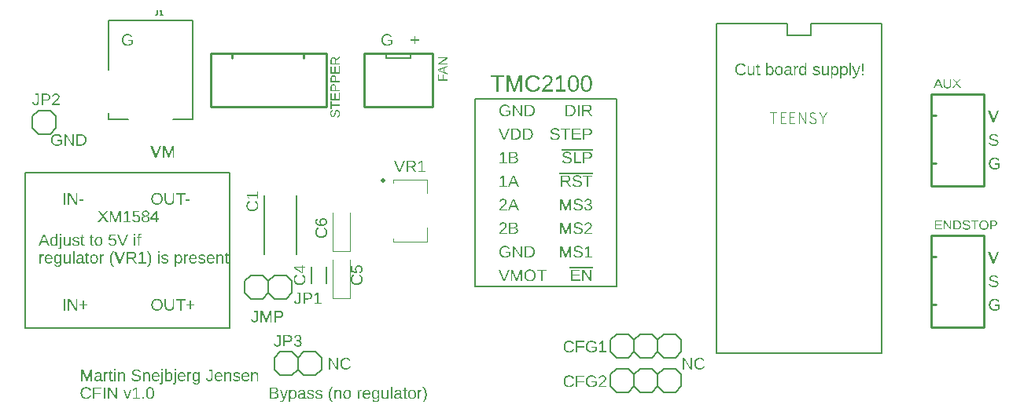
<source format=gbr>
G04 EAGLE Gerber RS-274X export*
G75*
%MOMM*%
%FSLAX34Y34*%
%LPD*%
%INSilkscreen Top*%
%IPPOS*%
%AMOC8*
5,1,8,0,0,1.08239X$1,22.5*%
G01*
G04 Define Apertures*
%ADD10C,0.127000*%
%ADD11C,0.203200*%
%ADD12C,0.101600*%
%ADD13C,0.152400*%
%ADD14C,0.254000*%
%ADD15C,0.200000*%
%ADD16C,0.500000*%
%ADD17C,0.120000*%
G36*
X553486Y780875D02*
X553005Y780890D01*
X552550Y780933D01*
X552123Y781007D01*
X551722Y781109D01*
X551349Y781241D01*
X551002Y781402D01*
X550683Y781592D01*
X550390Y781812D01*
X550128Y782059D01*
X549901Y782330D01*
X549709Y782626D01*
X549552Y782946D01*
X549430Y783291D01*
X549343Y783661D01*
X549291Y784056D01*
X549273Y784475D01*
X549284Y784771D01*
X549317Y785055D01*
X549371Y785327D01*
X549446Y785587D01*
X549544Y785835D01*
X549662Y786071D01*
X549803Y786295D01*
X549965Y786507D01*
X550144Y786702D01*
X550335Y786878D01*
X550538Y787033D01*
X550753Y787168D01*
X550981Y787283D01*
X551220Y787377D01*
X551471Y787451D01*
X551734Y787505D01*
X551734Y787540D01*
X551489Y787608D01*
X551257Y787693D01*
X551039Y787795D01*
X550833Y787915D01*
X550641Y788051D01*
X550463Y788205D01*
X550297Y788376D01*
X550145Y788565D01*
X550008Y788766D01*
X549890Y788976D01*
X549790Y789194D01*
X549708Y789421D01*
X549644Y789656D01*
X549599Y789900D01*
X549571Y790152D01*
X549562Y790413D01*
X549579Y790757D01*
X549628Y791085D01*
X549711Y791395D01*
X549826Y791689D01*
X549975Y791967D01*
X550156Y792228D01*
X550370Y792472D01*
X550618Y792699D01*
X550893Y792904D01*
X551191Y793082D01*
X551511Y793233D01*
X551854Y793356D01*
X552219Y793452D01*
X552607Y793520D01*
X553018Y793561D01*
X553451Y793575D01*
X553895Y793561D01*
X554314Y793521D01*
X554710Y793454D01*
X555081Y793360D01*
X555429Y793239D01*
X555753Y793092D01*
X556052Y792918D01*
X556328Y792716D01*
X556576Y792492D01*
X556790Y792249D01*
X556971Y791988D01*
X557120Y791707D01*
X557235Y791407D01*
X557318Y791089D01*
X557367Y790752D01*
X557384Y790395D01*
X557375Y790135D01*
X557347Y789882D01*
X557301Y789639D01*
X557237Y789403D01*
X557154Y789177D01*
X557054Y788958D01*
X556934Y788749D01*
X556797Y788547D01*
X556643Y788359D01*
X556477Y788190D01*
X556459Y788175D01*
X556296Y788039D01*
X556103Y787906D01*
X555896Y787791D01*
X555675Y787695D01*
X555441Y787617D01*
X555194Y787558D01*
X555194Y787523D01*
X555481Y787465D01*
X555752Y787388D01*
X556007Y787291D01*
X556245Y787176D01*
X556467Y787041D01*
X556672Y786886D01*
X556861Y786713D01*
X557000Y786557D01*
X557033Y786520D01*
X557187Y786311D01*
X557321Y786089D01*
X557434Y785855D01*
X557526Y785608D01*
X557598Y785348D01*
X557649Y785075D01*
X557680Y784790D01*
X557690Y784492D01*
X557673Y784077D01*
X557622Y783685D01*
X557537Y783317D01*
X557419Y782973D01*
X557266Y782651D01*
X557079Y782354D01*
X556859Y782080D01*
X556604Y781830D01*
X556318Y781606D01*
X556002Y781412D01*
X555657Y781248D01*
X555282Y781113D01*
X554877Y781009D01*
X554443Y780935D01*
X553979Y780890D01*
X553486Y780875D01*
G37*
%LPC*%
G36*
X553504Y782057D02*
X553815Y782067D01*
X554106Y782096D01*
X554377Y782144D01*
X554627Y782212D01*
X554856Y782298D01*
X555065Y782405D01*
X555254Y782530D01*
X555422Y782675D01*
X555570Y782841D01*
X555698Y783029D01*
X555806Y783241D01*
X555895Y783475D01*
X555964Y783732D01*
X556013Y784012D01*
X556043Y784315D01*
X556052Y784641D01*
X556042Y784919D01*
X556010Y785179D01*
X555956Y785422D01*
X555882Y785647D01*
X555786Y785855D01*
X555668Y786044D01*
X555529Y786216D01*
X555369Y786371D01*
X555190Y786507D01*
X554993Y786626D01*
X554779Y786726D01*
X554548Y786808D01*
X554300Y786871D01*
X554034Y786917D01*
X553751Y786944D01*
X553451Y786953D01*
X553159Y786943D01*
X552884Y786914D01*
X552625Y786865D01*
X552383Y786797D01*
X552156Y786709D01*
X551947Y786601D01*
X551754Y786474D01*
X551577Y786327D01*
X551419Y786163D01*
X551282Y785985D01*
X551166Y785791D01*
X551071Y785584D01*
X550997Y785361D01*
X550945Y785124D01*
X550913Y784872D01*
X550902Y784606D01*
X550913Y784297D01*
X550943Y784009D01*
X550994Y783740D01*
X551065Y783491D01*
X551156Y783262D01*
X551268Y783053D01*
X551400Y782864D01*
X551553Y782694D01*
X551725Y782545D01*
X551918Y782416D01*
X552132Y782306D01*
X552366Y782217D01*
X552620Y782147D01*
X552894Y782097D01*
X553189Y782067D01*
X553504Y782057D01*
G37*
G36*
X553469Y788136D02*
X553738Y788144D01*
X553992Y788168D01*
X554228Y788208D01*
X554448Y788264D01*
X554652Y788336D01*
X554839Y788424D01*
X555009Y788528D01*
X555163Y788648D01*
X555300Y788786D01*
X555418Y788944D01*
X555518Y789122D01*
X555600Y789319D01*
X555664Y789537D01*
X555709Y789774D01*
X555737Y790031D01*
X555746Y790308D01*
X555737Y790561D01*
X555710Y790798D01*
X555665Y791019D01*
X555602Y791224D01*
X555522Y791412D01*
X555423Y791583D01*
X555307Y791739D01*
X555172Y791878D01*
X555020Y792000D01*
X554849Y792107D01*
X554661Y792197D01*
X554455Y792270D01*
X554231Y792327D01*
X553989Y792368D01*
X553729Y792393D01*
X553451Y792401D01*
X553181Y792393D01*
X552928Y792368D01*
X552691Y792327D01*
X552471Y792270D01*
X552268Y792196D01*
X552081Y792105D01*
X551910Y791999D01*
X551756Y791876D01*
X551620Y791736D01*
X551501Y791581D01*
X551401Y791409D01*
X551319Y791221D01*
X551256Y791017D01*
X551210Y790797D01*
X551183Y790560D01*
X551174Y790308D01*
X551183Y790051D01*
X551211Y789809D01*
X551258Y789584D01*
X551324Y789374D01*
X551408Y789180D01*
X551511Y789001D01*
X551633Y788839D01*
X551774Y788692D01*
X551932Y788561D01*
X552105Y788449D01*
X552293Y788353D01*
X552497Y788275D01*
X552717Y788214D01*
X552952Y788170D01*
X553203Y788144D01*
X553469Y788136D01*
G37*
%LPD*%
G36*
X516548Y781050D02*
X515059Y781050D01*
X515059Y793391D01*
X517257Y793391D01*
X520542Y784834D01*
X520714Y784298D01*
X520879Y783726D01*
X521094Y782872D01*
X521202Y783313D01*
X521387Y783936D01*
X521574Y784517D01*
X521689Y784834D01*
X524912Y793391D01*
X527058Y793391D01*
X527058Y781050D01*
X525552Y781050D01*
X525552Y789283D01*
X525571Y790623D01*
X525630Y791911D01*
X525223Y790514D01*
X525036Y789943D01*
X524860Y789458D01*
X521672Y781050D01*
X520498Y781050D01*
X517266Y789458D01*
X516776Y790947D01*
X516487Y791911D01*
X516513Y790938D01*
X516548Y789283D01*
X516548Y781050D01*
G37*
G36*
X566179Y781050D02*
X564690Y781050D01*
X564690Y783844D01*
X558874Y783844D01*
X558874Y785070D01*
X564523Y793391D01*
X566179Y793391D01*
X566179Y785088D01*
X567913Y785088D01*
X567913Y783844D01*
X566179Y783844D01*
X566179Y781050D01*
G37*
%LPC*%
G36*
X564690Y785088D02*
X564690Y791613D01*
X564445Y791149D01*
X564103Y790571D01*
X560941Y785911D01*
X560468Y785263D01*
X560328Y785088D01*
X564690Y785088D01*
G37*
%LPD*%
G36*
X543368Y780875D02*
X542948Y780887D01*
X542547Y780922D01*
X542168Y780981D01*
X541809Y781063D01*
X541472Y781169D01*
X541155Y781299D01*
X540859Y781452D01*
X540583Y781628D01*
X540330Y781827D01*
X540102Y782047D01*
X539898Y782288D01*
X539718Y782550D01*
X539563Y782833D01*
X539432Y783137D01*
X539325Y783463D01*
X539243Y783809D01*
X540837Y783993D01*
X540906Y783771D01*
X540987Y783564D01*
X541080Y783371D01*
X541185Y783192D01*
X541302Y783028D01*
X541432Y782877D01*
X541574Y782742D01*
X541728Y782620D01*
X541895Y782513D01*
X542074Y782420D01*
X542265Y782341D01*
X542468Y782277D01*
X542683Y782227D01*
X542911Y782191D01*
X543151Y782169D01*
X543404Y782162D01*
X543712Y782174D01*
X544004Y782210D01*
X544278Y782270D01*
X544536Y782354D01*
X544775Y782462D01*
X544998Y782593D01*
X545204Y782749D01*
X545392Y782929D01*
X545560Y783129D01*
X545706Y783348D01*
X545829Y783584D01*
X545930Y783839D01*
X546009Y784111D01*
X546065Y784401D01*
X546099Y784709D01*
X546110Y785035D01*
X546099Y785319D01*
X546065Y785590D01*
X546008Y785846D01*
X545929Y786088D01*
X545828Y786317D01*
X545703Y786531D01*
X545557Y786732D01*
X545387Y786918D01*
X545199Y787087D01*
X544995Y787232D01*
X544775Y787356D01*
X544539Y787457D01*
X544287Y787535D01*
X544020Y787592D01*
X543737Y787625D01*
X543439Y787636D01*
X543124Y787624D01*
X542821Y787586D01*
X542529Y787523D01*
X542247Y787435D01*
X541971Y787317D01*
X541696Y787163D01*
X541420Y786975D01*
X541144Y786752D01*
X539602Y786752D01*
X540014Y793391D01*
X547030Y793391D01*
X547030Y792051D01*
X541450Y792051D01*
X541214Y788136D01*
X541478Y788320D01*
X541757Y788481D01*
X542053Y788616D01*
X542363Y788727D01*
X542690Y788813D01*
X543032Y788875D01*
X543389Y788912D01*
X543763Y788924D01*
X544206Y788907D01*
X544627Y788857D01*
X545025Y788774D01*
X545399Y788657D01*
X545751Y788507D01*
X546079Y788323D01*
X546384Y788106D01*
X546666Y787855D01*
X546920Y787578D01*
X547139Y787281D01*
X547325Y786963D01*
X547477Y786625D01*
X547596Y786267D01*
X547680Y785888D01*
X547731Y785489D01*
X547748Y785070D01*
X547730Y784595D01*
X547675Y784146D01*
X547585Y783722D01*
X547458Y783325D01*
X547294Y782954D01*
X547095Y782608D01*
X546859Y782289D01*
X546587Y781996D01*
X546283Y781733D01*
X545951Y781505D01*
X545591Y781313D01*
X545202Y781155D01*
X544786Y781033D01*
X544341Y780945D01*
X543869Y780892D01*
X543368Y780875D01*
G37*
G36*
X503901Y781050D02*
X502053Y781050D01*
X506747Y787461D01*
X502412Y793391D01*
X504260Y793391D01*
X507693Y788547D01*
X511030Y793391D01*
X512878Y793391D01*
X508657Y787523D01*
X513238Y781050D01*
X511390Y781050D01*
X507685Y786445D01*
X503901Y781050D01*
G37*
G36*
X537625Y781050D02*
X529891Y781050D01*
X529891Y782390D01*
X533036Y782390D01*
X533036Y791884D01*
X530250Y789896D01*
X530250Y791385D01*
X533167Y793391D01*
X534621Y793391D01*
X534621Y782390D01*
X537625Y782390D01*
X537625Y781050D01*
G37*
G36*
X483812Y863600D02*
X479196Y863600D01*
X479196Y875941D01*
X483278Y875941D01*
X483664Y875935D01*
X484039Y875916D01*
X484403Y875886D01*
X484756Y875843D01*
X485098Y875787D01*
X485428Y875720D01*
X485747Y875640D01*
X486055Y875548D01*
X486352Y875443D01*
X486638Y875327D01*
X486912Y875198D01*
X487176Y875056D01*
X487428Y874903D01*
X487669Y874737D01*
X487898Y874559D01*
X488117Y874369D01*
X488323Y874167D01*
X488516Y873955D01*
X488696Y873732D01*
X488862Y873500D01*
X489015Y873256D01*
X489155Y873003D01*
X489282Y872739D01*
X489395Y872465D01*
X489494Y872180D01*
X489581Y871885D01*
X489654Y871580D01*
X489714Y871264D01*
X489761Y870938D01*
X489794Y870601D01*
X489814Y870255D01*
X489821Y869897D01*
X489809Y869428D01*
X489774Y868973D01*
X489716Y868532D01*
X489634Y868107D01*
X489530Y867697D01*
X489402Y867302D01*
X489251Y866921D01*
X489076Y866556D01*
X488880Y866208D01*
X488665Y865882D01*
X488430Y865576D01*
X488176Y865291D01*
X487903Y865028D01*
X487610Y864785D01*
X487297Y864563D01*
X486965Y864362D01*
X486617Y864183D01*
X486256Y864029D01*
X485881Y863898D01*
X485494Y863790D01*
X485093Y863707D01*
X484679Y863648D01*
X484252Y863612D01*
X483812Y863600D01*
G37*
%LPC*%
G36*
X483620Y864940D02*
X483954Y864949D01*
X484278Y864977D01*
X484591Y865024D01*
X484895Y865089D01*
X485188Y865173D01*
X485471Y865275D01*
X485744Y865396D01*
X486006Y865536D01*
X486256Y865693D01*
X486491Y865866D01*
X486711Y866056D01*
X486916Y866263D01*
X487106Y866485D01*
X487281Y866725D01*
X487442Y866980D01*
X487587Y867252D01*
X487716Y867539D01*
X487829Y867838D01*
X487923Y868150D01*
X488001Y868474D01*
X488061Y868811D01*
X488104Y869161D01*
X488130Y869523D01*
X488139Y869897D01*
X488119Y870454D01*
X488060Y870977D01*
X487962Y871465D01*
X487825Y871920D01*
X487648Y872340D01*
X487432Y872726D01*
X487177Y873078D01*
X486882Y873396D01*
X486550Y873679D01*
X486183Y873923D01*
X485781Y874130D01*
X485344Y874300D01*
X484871Y874431D01*
X484364Y874525D01*
X483821Y874582D01*
X483243Y874601D01*
X480869Y874601D01*
X480869Y864940D01*
X483620Y864940D01*
G37*
%LPD*%
G36*
X467748Y863600D02*
X466259Y863600D01*
X466259Y875941D01*
X468203Y875941D01*
X474877Y865360D01*
X474799Y866841D01*
X474772Y867848D01*
X474772Y875941D01*
X476279Y875941D01*
X476279Y863600D01*
X474264Y863600D01*
X467660Y874110D01*
X467704Y873261D01*
X467748Y871798D01*
X467748Y863600D01*
G37*
G36*
X457971Y863425D02*
X457495Y863437D01*
X457036Y863473D01*
X456594Y863533D01*
X456169Y863618D01*
X455760Y863726D01*
X455368Y863858D01*
X454992Y864015D01*
X454634Y864196D01*
X454294Y864399D01*
X453974Y864623D01*
X453676Y864869D01*
X453398Y865136D01*
X453140Y865424D01*
X452904Y865734D01*
X452688Y866064D01*
X452492Y866416D01*
X452319Y866786D01*
X452168Y867173D01*
X452041Y867575D01*
X451937Y867994D01*
X451856Y868428D01*
X451798Y868878D01*
X451764Y869345D01*
X451752Y869827D01*
X451758Y870198D01*
X451777Y870557D01*
X451809Y870906D01*
X451853Y871245D01*
X451910Y871572D01*
X451979Y871890D01*
X452061Y872196D01*
X452155Y872492D01*
X452262Y872777D01*
X452382Y873052D01*
X452514Y873316D01*
X452659Y873570D01*
X452816Y873813D01*
X452986Y874045D01*
X453364Y874478D01*
X453787Y874864D01*
X454014Y875038D01*
X454251Y875199D01*
X454498Y875346D01*
X454756Y875482D01*
X455024Y875604D01*
X455302Y875713D01*
X455590Y875810D01*
X455888Y875893D01*
X456196Y875964D01*
X456515Y876022D01*
X456844Y876067D01*
X457183Y876099D01*
X457532Y876118D01*
X457892Y876125D01*
X458392Y876114D01*
X458868Y876081D01*
X459321Y876027D01*
X459749Y875952D01*
X460153Y875854D01*
X460533Y875736D01*
X460888Y875595D01*
X461220Y875433D01*
X461531Y875247D01*
X461823Y875035D01*
X462097Y874797D01*
X462352Y874533D01*
X462589Y874243D01*
X462808Y873927D01*
X463009Y873585D01*
X463191Y873217D01*
X461597Y872744D01*
X461459Y872998D01*
X461309Y873234D01*
X461147Y873452D01*
X460972Y873653D01*
X460784Y873835D01*
X460584Y874000D01*
X460372Y874147D01*
X460147Y874277D01*
X459909Y874390D01*
X459657Y874487D01*
X459391Y874570D01*
X459110Y874638D01*
X458816Y874691D01*
X458507Y874728D01*
X458185Y874751D01*
X457848Y874758D01*
X457330Y874738D01*
X456842Y874678D01*
X456387Y874577D01*
X455963Y874435D01*
X455570Y874254D01*
X455209Y874032D01*
X454879Y873769D01*
X454581Y873467D01*
X454316Y873127D01*
X454087Y872755D01*
X453893Y872349D01*
X453734Y871911D01*
X453610Y871439D01*
X453522Y870935D01*
X453469Y870398D01*
X453451Y869827D01*
X453470Y869258D01*
X453526Y868720D01*
X453620Y868212D01*
X453751Y867735D01*
X453920Y867289D01*
X454126Y866874D01*
X454370Y866489D01*
X454651Y866136D01*
X454966Y865818D01*
X455309Y865544D01*
X455680Y865311D01*
X456081Y865121D01*
X456510Y864973D01*
X456968Y864867D01*
X457455Y864804D01*
X457971Y864782D01*
X458565Y864805D01*
X459139Y864874D01*
X459693Y864989D01*
X460226Y865150D01*
X460724Y865351D01*
X461173Y865584D01*
X461572Y865850D01*
X461921Y866149D01*
X461921Y868373D01*
X458233Y868373D01*
X458233Y869775D01*
X463462Y869775D01*
X463462Y865518D01*
X463210Y865276D01*
X462944Y865047D01*
X462664Y864833D01*
X462371Y864632D01*
X462063Y864446D01*
X461742Y864274D01*
X461407Y864116D01*
X461058Y863972D01*
X460699Y863844D01*
X460331Y863733D01*
X459957Y863639D01*
X459575Y863562D01*
X459185Y863502D01*
X458788Y863459D01*
X458383Y863433D01*
X457971Y863425D01*
G37*
G36*
X692281Y590550D02*
X687271Y590550D01*
X687271Y602891D01*
X691756Y602891D01*
X692282Y602879D01*
X692774Y602844D01*
X693232Y602785D01*
X693656Y602704D01*
X694047Y602598D01*
X694403Y602470D01*
X694726Y602317D01*
X695014Y602142D01*
X695269Y601943D01*
X695489Y601721D01*
X695676Y601475D01*
X695829Y601206D01*
X695947Y600913D01*
X696032Y600597D01*
X696083Y600258D01*
X696100Y599895D01*
X696090Y599627D01*
X696062Y599370D01*
X696014Y599124D01*
X695947Y598888D01*
X695861Y598664D01*
X695755Y598450D01*
X695631Y598248D01*
X695487Y598056D01*
X695326Y597878D01*
X695226Y597786D01*
X695149Y597714D01*
X694956Y597567D01*
X694747Y597434D01*
X694522Y597317D01*
X694282Y597215D01*
X694025Y597129D01*
X693753Y597058D01*
X694110Y597004D01*
X694446Y596930D01*
X694761Y596837D01*
X695056Y596724D01*
X695329Y596591D01*
X695581Y596438D01*
X695811Y596265D01*
X695908Y596176D01*
X696021Y596072D01*
X696208Y595863D01*
X696370Y595641D01*
X696507Y595405D01*
X696619Y595156D01*
X696706Y594894D01*
X696768Y594618D01*
X696806Y594329D01*
X696818Y594027D01*
X696800Y593627D01*
X696743Y593250D01*
X696650Y592895D01*
X696518Y592563D01*
X696350Y592255D01*
X696143Y591969D01*
X695900Y591706D01*
X695618Y591465D01*
X695304Y591251D01*
X694960Y591065D01*
X694587Y590908D01*
X694184Y590779D01*
X693752Y590679D01*
X693291Y590607D01*
X692801Y590564D01*
X692281Y590550D01*
G37*
%LPC*%
G36*
X692194Y591890D02*
X692564Y591899D01*
X692908Y591926D01*
X693226Y591970D01*
X693518Y592032D01*
X693785Y592112D01*
X694025Y592210D01*
X694239Y592326D01*
X694427Y592459D01*
X694591Y592610D01*
X694734Y592779D01*
X694854Y592965D01*
X694953Y593169D01*
X695029Y593390D01*
X695084Y593629D01*
X695117Y593885D01*
X695128Y594159D01*
X695116Y594423D01*
X695080Y594670D01*
X695020Y594900D01*
X694936Y595113D01*
X694828Y595309D01*
X694697Y595487D01*
X694541Y595649D01*
X694361Y595794D01*
X694158Y595922D01*
X693930Y596033D01*
X693679Y596126D01*
X693404Y596203D01*
X693104Y596263D01*
X692781Y596305D01*
X692434Y596331D01*
X692062Y596339D01*
X688944Y596339D01*
X688944Y591890D01*
X692194Y591890D01*
G37*
G36*
X691756Y597644D02*
X692080Y597652D01*
X692383Y597676D01*
X692665Y597715D01*
X692926Y597770D01*
X693166Y597841D01*
X693384Y597928D01*
X693581Y598030D01*
X693757Y598148D01*
X693912Y598282D01*
X694046Y598434D01*
X694160Y598601D01*
X694253Y598786D01*
X694325Y598988D01*
X694377Y599206D01*
X694408Y599442D01*
X694418Y599694D01*
X694408Y599935D01*
X694376Y600158D01*
X694322Y600363D01*
X694248Y600550D01*
X694152Y600720D01*
X694034Y600871D01*
X693895Y601005D01*
X693735Y601122D01*
X693555Y601222D01*
X693355Y601309D01*
X693137Y601383D01*
X692899Y601443D01*
X692642Y601490D01*
X692366Y601524D01*
X692070Y601544D01*
X691756Y601551D01*
X688944Y601551D01*
X688944Y597644D01*
X691756Y597644D01*
G37*
%LPD*%
G36*
X801256Y586828D02*
X800878Y586837D01*
X800520Y586866D01*
X800182Y586913D01*
X799863Y586980D01*
X799564Y587065D01*
X799285Y587170D01*
X799026Y587294D01*
X798786Y587436D01*
X798566Y587597D01*
X798367Y587773D01*
X798189Y587965D01*
X798031Y588173D01*
X797893Y588397D01*
X797776Y588638D01*
X797680Y588894D01*
X797604Y589166D01*
X799189Y589394D01*
X799292Y589084D01*
X799442Y588813D01*
X799640Y588579D01*
X799885Y588382D01*
X800176Y588227D01*
X800508Y588116D01*
X800883Y588050D01*
X801300Y588028D01*
X801585Y588038D01*
X801600Y588040D01*
X801852Y588071D01*
X802100Y588125D01*
X802330Y588200D01*
X802542Y588297D01*
X802735Y588416D01*
X802910Y588556D01*
X803067Y588717D01*
X803205Y588901D01*
X803324Y589105D01*
X803426Y589332D01*
X803509Y589579D01*
X803573Y589849D01*
X803619Y590140D01*
X803647Y590452D01*
X803656Y590786D01*
X803656Y592310D01*
X803638Y592310D01*
X803521Y592090D01*
X803394Y591883D01*
X803256Y591691D01*
X803108Y591512D01*
X802950Y591348D01*
X802781Y591198D01*
X802602Y591062D01*
X802425Y590948D01*
X802412Y590940D01*
X802213Y590832D01*
X802006Y590739D01*
X801790Y590660D01*
X801567Y590595D01*
X801335Y590545D01*
X801095Y590509D01*
X800847Y590487D01*
X800590Y590480D01*
X800169Y590498D01*
X799777Y590552D01*
X799413Y590643D01*
X799078Y590769D01*
X798773Y590932D01*
X798496Y591130D01*
X798248Y591365D01*
X798028Y591636D01*
X797836Y591946D01*
X797670Y592297D01*
X797529Y592689D01*
X797414Y593123D01*
X797325Y593598D01*
X797261Y594114D01*
X797222Y594672D01*
X797209Y595271D01*
X797223Y595879D01*
X797264Y596445D01*
X797333Y596971D01*
X797430Y597455D01*
X797553Y597898D01*
X797705Y598300D01*
X797883Y598661D01*
X798090Y598980D01*
X798324Y599260D01*
X798587Y599503D01*
X798879Y599709D01*
X799199Y599877D01*
X799548Y600008D01*
X799925Y600101D01*
X800331Y600157D01*
X800765Y600176D01*
X801013Y600168D01*
X801252Y600147D01*
X801483Y600111D01*
X801706Y600061D01*
X801920Y599996D01*
X802126Y599917D01*
X802324Y599824D01*
X802513Y599716D01*
X802862Y599462D01*
X803169Y599159D01*
X803433Y598807D01*
X803656Y598406D01*
X803673Y598406D01*
X803708Y599317D01*
X803743Y599819D01*
X803778Y600027D01*
X805276Y600027D01*
X805253Y599727D01*
X805237Y599300D01*
X805224Y598065D01*
X805224Y590822D01*
X805208Y590338D01*
X805162Y589885D01*
X805084Y589464D01*
X804976Y589074D01*
X804836Y588715D01*
X804666Y588388D01*
X804464Y588091D01*
X804232Y587826D01*
X803968Y587592D01*
X803674Y587389D01*
X803348Y587218D01*
X802992Y587077D01*
X802604Y586968D01*
X802186Y586890D01*
X801736Y586843D01*
X801256Y586828D01*
G37*
%LPC*%
G36*
X801125Y591645D02*
X801308Y591652D01*
X801486Y591672D01*
X801660Y591706D01*
X801827Y591754D01*
X802148Y591891D01*
X802447Y592083D01*
X802720Y592326D01*
X802865Y592502D01*
X802959Y592616D01*
X803166Y592954D01*
X803340Y593340D01*
X803478Y593768D01*
X803577Y594236D01*
X803636Y594743D01*
X803656Y595288D01*
X803636Y595846D01*
X803577Y596365D01*
X803478Y596843D01*
X803340Y597281D01*
X803167Y597675D01*
X802961Y598019D01*
X802722Y598314D01*
X802451Y598560D01*
X802155Y598753D01*
X801839Y598891D01*
X801674Y598940D01*
X801505Y598974D01*
X801330Y598995D01*
X801151Y599002D01*
X800859Y598988D01*
X800588Y598947D01*
X800337Y598879D01*
X800106Y598783D01*
X799897Y598660D01*
X799707Y598509D01*
X799539Y598331D01*
X799390Y598126D01*
X799261Y597890D01*
X799149Y597620D01*
X799054Y597317D01*
X798977Y596979D01*
X798916Y596607D01*
X798873Y596201D01*
X798847Y595762D01*
X798839Y595288D01*
X798847Y594819D01*
X798871Y594385D01*
X798911Y593984D01*
X798968Y593618D01*
X799040Y593286D01*
X799129Y592988D01*
X799234Y592724D01*
X799355Y592494D01*
X799496Y592295D01*
X799660Y592123D01*
X799846Y591977D01*
X800056Y591857D01*
X800289Y591764D01*
X800544Y591698D01*
X800823Y591658D01*
X801125Y591645D01*
G37*
%LPD*%
G36*
X709491Y586828D02*
X707915Y586828D01*
X707915Y598091D01*
X707902Y599306D01*
X707885Y599728D01*
X707862Y600027D01*
X709386Y600027D01*
X709413Y599777D01*
X709452Y599116D01*
X709474Y598503D01*
X709509Y598503D01*
X709736Y598911D01*
X709997Y599261D01*
X710292Y599553D01*
X710453Y599677D01*
X710621Y599786D01*
X710801Y599881D01*
X710995Y599964D01*
X711202Y600034D01*
X711423Y600091D01*
X711657Y600136D01*
X711906Y600168D01*
X712167Y600187D01*
X712443Y600193D01*
X712867Y600175D01*
X713264Y600120D01*
X713632Y600028D01*
X713974Y599900D01*
X714287Y599735D01*
X714573Y599533D01*
X714831Y599295D01*
X715062Y599020D01*
X715265Y598705D01*
X715441Y598349D01*
X715590Y597951D01*
X715712Y597511D01*
X715807Y597029D01*
X715875Y596505D01*
X715915Y595940D01*
X715929Y595332D01*
X715915Y594732D01*
X715875Y594170D01*
X715806Y593647D01*
X715711Y593163D01*
X715589Y592718D01*
X715439Y592311D01*
X715262Y591943D01*
X715058Y591614D01*
X714826Y591324D01*
X714567Y591072D01*
X714281Y590859D01*
X713968Y590685D01*
X713628Y590549D01*
X713260Y590452D01*
X712865Y590394D01*
X712443Y590375D01*
X712175Y590381D01*
X711918Y590401D01*
X711672Y590433D01*
X711438Y590478D01*
X711215Y590536D01*
X711003Y590606D01*
X710802Y590690D01*
X710613Y590786D01*
X710434Y590896D01*
X710267Y591018D01*
X710111Y591153D01*
X709967Y591301D01*
X709833Y591462D01*
X709711Y591636D01*
X709600Y591822D01*
X709500Y592021D01*
X709456Y592021D01*
X709472Y591902D01*
X709483Y591614D01*
X709491Y590533D01*
X709491Y586828D01*
G37*
%LPC*%
G36*
X712023Y591540D02*
X712306Y591553D01*
X712570Y591594D01*
X712814Y591661D01*
X713038Y591755D01*
X713242Y591877D01*
X713426Y592025D01*
X713590Y592200D01*
X713735Y592402D01*
X713861Y592636D01*
X713971Y592907D01*
X714063Y593214D01*
X714139Y593557D01*
X714198Y593938D01*
X714240Y594354D01*
X714265Y594807D01*
X714274Y595297D01*
X714265Y595774D01*
X714240Y596216D01*
X714199Y596623D01*
X714140Y596994D01*
X714065Y597330D01*
X713973Y597631D01*
X713865Y597896D01*
X713739Y598126D01*
X713596Y598325D01*
X713433Y598498D01*
X713250Y598644D01*
X713047Y598763D01*
X712825Y598856D01*
X712583Y598923D01*
X712322Y598962D01*
X712040Y598976D01*
X711812Y598970D01*
X711597Y598951D01*
X711395Y598920D01*
X711205Y598877D01*
X711028Y598822D01*
X710864Y598754D01*
X710712Y598674D01*
X710573Y598582D01*
X710324Y598357D01*
X710107Y598077D01*
X709921Y597742D01*
X709767Y597351D01*
X709647Y596901D01*
X709560Y596389D01*
X709509Y595813D01*
X709491Y595175D01*
X709501Y594723D01*
X709529Y594303D01*
X709575Y593913D01*
X709640Y593554D01*
X709724Y593226D01*
X709826Y592928D01*
X709947Y592661D01*
X710087Y592424D01*
X710248Y592217D01*
X710431Y592037D01*
X710638Y591885D01*
X710869Y591761D01*
X711122Y591664D01*
X711399Y591595D01*
X711699Y591554D01*
X712023Y591540D01*
G37*
%LPD*%
G36*
X770499Y590375D02*
X769996Y590395D01*
X769524Y590454D01*
X769085Y590553D01*
X768677Y590691D01*
X768301Y590869D01*
X767956Y591087D01*
X767644Y591344D01*
X767363Y591640D01*
X767115Y591974D01*
X766899Y592344D01*
X766717Y592748D01*
X766568Y593187D01*
X766452Y593662D01*
X766369Y594172D01*
X766320Y594717D01*
X766303Y595297D01*
X766320Y595891D01*
X766370Y596447D01*
X766453Y596964D01*
X766569Y597443D01*
X766718Y597884D01*
X766901Y598286D01*
X767116Y598650D01*
X767365Y598976D01*
X767647Y599263D01*
X767963Y599512D01*
X768311Y599723D01*
X768693Y599895D01*
X769108Y600029D01*
X769556Y600125D01*
X770037Y600183D01*
X770551Y600202D01*
X771076Y600183D01*
X771565Y600127D01*
X772019Y600034D01*
X772436Y599903D01*
X772818Y599735D01*
X773164Y599529D01*
X773474Y599287D01*
X773748Y599006D01*
X773988Y598687D01*
X774196Y598326D01*
X774372Y597924D01*
X774517Y597481D01*
X774629Y596997D01*
X774709Y596472D01*
X774757Y595905D01*
X774773Y595297D01*
X774756Y594695D01*
X774704Y594133D01*
X774619Y593610D01*
X774499Y593127D01*
X774345Y592684D01*
X774157Y592280D01*
X773935Y591916D01*
X773678Y591592D01*
X773389Y591307D01*
X773069Y591060D01*
X772718Y590850D01*
X772336Y590679D01*
X771923Y590546D01*
X771479Y590451D01*
X771004Y590394D01*
X770499Y590375D01*
G37*
%LPC*%
G36*
X770481Y591540D02*
X770823Y591554D01*
X771140Y591597D01*
X771431Y591668D01*
X771697Y591767D01*
X771938Y591896D01*
X772154Y592052D01*
X772344Y592237D01*
X772509Y592451D01*
X772651Y592694D01*
X772775Y592970D01*
X772880Y593278D01*
X772965Y593618D01*
X773032Y593990D01*
X773079Y594393D01*
X773108Y594829D01*
X773117Y595297D01*
X773108Y595771D01*
X773081Y596211D01*
X773035Y596618D01*
X772972Y596991D01*
X772890Y597330D01*
X772790Y597636D01*
X772671Y597909D01*
X772535Y598148D01*
X772377Y598356D01*
X772194Y598537D01*
X771987Y598690D01*
X771754Y598815D01*
X771497Y598912D01*
X771215Y598981D01*
X770909Y599023D01*
X770577Y599037D01*
X770243Y599023D01*
X769933Y598980D01*
X769647Y598910D01*
X769385Y598810D01*
X769147Y598683D01*
X768933Y598527D01*
X768742Y598343D01*
X768576Y598131D01*
X768431Y597888D01*
X768306Y597613D01*
X768200Y597307D01*
X768113Y596969D01*
X768045Y596599D01*
X767997Y596197D01*
X767968Y595763D01*
X767959Y595297D01*
X767968Y594843D01*
X767997Y594418D01*
X768044Y594023D01*
X768111Y593656D01*
X768196Y593319D01*
X768301Y593010D01*
X768425Y592731D01*
X768567Y592481D01*
X768730Y592261D01*
X768915Y592069D01*
X769122Y591908D01*
X769350Y591775D01*
X769600Y591672D01*
X769872Y591599D01*
X770166Y591554D01*
X770481Y591540D01*
G37*
%LPD*%
G36*
X840280Y590375D02*
X839777Y590395D01*
X839305Y590454D01*
X838866Y590553D01*
X838458Y590691D01*
X838082Y590869D01*
X837738Y591087D01*
X837425Y591344D01*
X837144Y591640D01*
X836896Y591974D01*
X836681Y592344D01*
X836498Y592748D01*
X836349Y593187D01*
X836234Y593662D01*
X836151Y594172D01*
X836101Y594717D01*
X836084Y595297D01*
X836101Y595891D01*
X836151Y596447D01*
X836234Y596964D01*
X836350Y597443D01*
X836499Y597884D01*
X836682Y598286D01*
X836898Y598650D01*
X837146Y598976D01*
X837429Y599263D01*
X837744Y599512D01*
X838092Y599723D01*
X838474Y599895D01*
X838889Y600029D01*
X839337Y600125D01*
X839818Y600183D01*
X840332Y600202D01*
X840857Y600183D01*
X841347Y600127D01*
X841800Y600034D01*
X842218Y599903D01*
X842599Y599735D01*
X842945Y599529D01*
X843255Y599287D01*
X843529Y599006D01*
X843769Y598687D01*
X843978Y598326D01*
X844154Y597924D01*
X844298Y597481D01*
X844410Y596997D01*
X844490Y596472D01*
X844538Y595905D01*
X844554Y595297D01*
X844537Y594695D01*
X844486Y594133D01*
X844400Y593610D01*
X844280Y593127D01*
X844126Y592684D01*
X843938Y592280D01*
X843716Y591916D01*
X843459Y591592D01*
X843170Y591307D01*
X842850Y591060D01*
X842499Y590850D01*
X842117Y590679D01*
X841704Y590546D01*
X841260Y590451D01*
X840785Y590394D01*
X840280Y590375D01*
G37*
%LPC*%
G36*
X840262Y591540D02*
X840604Y591554D01*
X840921Y591597D01*
X841213Y591668D01*
X841479Y591767D01*
X841719Y591896D01*
X841935Y592052D01*
X842125Y592237D01*
X842290Y592451D01*
X842433Y592694D01*
X842556Y592970D01*
X842661Y593278D01*
X842746Y593618D01*
X842813Y593990D01*
X842861Y594393D01*
X842889Y594829D01*
X842899Y595297D01*
X842890Y595771D01*
X842862Y596211D01*
X842817Y596618D01*
X842753Y596991D01*
X842671Y597330D01*
X842571Y597636D01*
X842453Y597909D01*
X842316Y598148D01*
X842158Y598356D01*
X841975Y598537D01*
X841768Y598690D01*
X841536Y598815D01*
X841279Y598912D01*
X840997Y598981D01*
X840690Y599023D01*
X840359Y599037D01*
X840025Y599023D01*
X839715Y598980D01*
X839429Y598910D01*
X839166Y598810D01*
X838928Y598683D01*
X838714Y598527D01*
X838524Y598343D01*
X838357Y598131D01*
X838213Y597888D01*
X838087Y597613D01*
X837981Y597307D01*
X837894Y596969D01*
X837827Y596599D01*
X837778Y596197D01*
X837749Y595763D01*
X837740Y595297D01*
X837749Y594843D01*
X837778Y594418D01*
X837825Y594023D01*
X837892Y593656D01*
X837978Y593319D01*
X838082Y593010D01*
X838206Y592731D01*
X838349Y592481D01*
X838512Y592261D01*
X838696Y592069D01*
X838903Y591908D01*
X839131Y591775D01*
X839381Y591672D01*
X839653Y591599D01*
X839947Y591554D01*
X840262Y591540D01*
G37*
%LPD*%
G36*
X720332Y590375D02*
X719986Y590387D01*
X719663Y590422D01*
X719361Y590481D01*
X719082Y590563D01*
X718825Y590669D01*
X718590Y590799D01*
X718377Y590952D01*
X718186Y591128D01*
X718018Y591325D01*
X717872Y591540D01*
X717749Y591772D01*
X717648Y592021D01*
X717569Y592289D01*
X717513Y592573D01*
X717479Y592875D01*
X717468Y593195D01*
X717483Y593552D01*
X717529Y593888D01*
X717604Y594203D01*
X717710Y594496D01*
X717846Y594768D01*
X718013Y595018D01*
X718209Y595247D01*
X718436Y595455D01*
X718697Y595640D01*
X718994Y595803D01*
X719329Y595943D01*
X719701Y596059D01*
X720109Y596153D01*
X720555Y596223D01*
X721038Y596271D01*
X721558Y596296D01*
X723687Y596331D01*
X723687Y596847D01*
X723679Y597126D01*
X723656Y597384D01*
X723618Y597622D01*
X723564Y597839D01*
X723495Y598036D01*
X723411Y598212D01*
X723311Y598368D01*
X723196Y598503D01*
X723065Y598620D01*
X722916Y598721D01*
X722750Y598807D01*
X722566Y598877D01*
X722364Y598932D01*
X722145Y598971D01*
X721909Y598994D01*
X721655Y599002D01*
X721161Y598980D01*
X720941Y598951D01*
X720740Y598912D01*
X720556Y598862D01*
X720390Y598800D01*
X720243Y598727D01*
X720113Y598643D01*
X719999Y598546D01*
X719897Y598437D01*
X719806Y598313D01*
X719728Y598177D01*
X719662Y598026D01*
X719608Y597863D01*
X719565Y597686D01*
X719535Y597496D01*
X717889Y597644D01*
X717951Y597954D01*
X718036Y598244D01*
X718145Y598514D01*
X718277Y598763D01*
X718433Y598993D01*
X718612Y599203D01*
X718815Y599393D01*
X719040Y599563D01*
X719290Y599712D01*
X719562Y599842D01*
X719858Y599952D01*
X720178Y600042D01*
X720521Y600112D01*
X720887Y600162D01*
X721277Y600192D01*
X721690Y600202D01*
X722123Y600189D01*
X722528Y600151D01*
X722906Y600087D01*
X723255Y599997D01*
X723578Y599882D01*
X723872Y599741D01*
X724139Y599575D01*
X724379Y599383D01*
X724590Y599167D01*
X724773Y598928D01*
X724928Y598666D01*
X725055Y598381D01*
X725154Y598074D01*
X725224Y597743D01*
X725267Y597390D01*
X725281Y597014D01*
X725281Y592932D01*
X725292Y592604D01*
X725327Y592318D01*
X725384Y592076D01*
X725465Y591877D01*
X725578Y591722D01*
X725732Y591611D01*
X725928Y591544D01*
X726165Y591522D01*
X726409Y591538D01*
X726682Y591584D01*
X726682Y590603D01*
X726383Y590541D01*
X726080Y590497D01*
X725774Y590471D01*
X725465Y590462D01*
X725253Y590470D01*
X725057Y590491D01*
X724875Y590527D01*
X724708Y590577D01*
X724556Y590642D01*
X724420Y590721D01*
X724298Y590814D01*
X724190Y590922D01*
X724096Y591045D01*
X724013Y591185D01*
X723940Y591340D01*
X723878Y591512D01*
X723827Y591701D01*
X723787Y591905D01*
X723739Y592363D01*
X723687Y592363D01*
X723372Y591860D01*
X723206Y591638D01*
X723033Y591436D01*
X722854Y591253D01*
X722669Y591091D01*
X722478Y590949D01*
X722281Y590826D01*
X722075Y590720D01*
X721859Y590629D01*
X721631Y590551D01*
X721393Y590488D01*
X721144Y590438D01*
X720884Y590403D01*
X720614Y590382D01*
X720332Y590375D01*
G37*
%LPC*%
G36*
X720691Y591557D02*
X720905Y591563D01*
X721113Y591582D01*
X721510Y591656D01*
X721884Y591779D01*
X722233Y591951D01*
X722552Y592167D01*
X722836Y592419D01*
X723084Y592708D01*
X723297Y593033D01*
X723468Y593379D01*
X723589Y593730D01*
X723662Y594087D01*
X723687Y594448D01*
X723687Y595227D01*
X721961Y595192D01*
X721439Y595171D01*
X720984Y595126D01*
X720596Y595057D01*
X720275Y594964D01*
X720005Y594845D01*
X719768Y594697D01*
X719565Y594521D01*
X719395Y594316D01*
X719261Y594080D01*
X719165Y593810D01*
X719108Y593507D01*
X719089Y593169D01*
X719095Y592982D01*
X719115Y592805D01*
X719147Y592640D01*
X719193Y592486D01*
X719251Y592342D01*
X719323Y592210D01*
X719407Y592088D01*
X719505Y591978D01*
X719614Y591879D01*
X719735Y591794D01*
X719867Y591721D01*
X720009Y591662D01*
X720163Y591616D01*
X720328Y591584D01*
X720504Y591564D01*
X720691Y591557D01*
G37*
%LPD*%
G36*
X824020Y590375D02*
X823674Y590387D01*
X823350Y590422D01*
X823049Y590481D01*
X822770Y590563D01*
X822512Y590669D01*
X822277Y590799D01*
X822065Y590952D01*
X821874Y591128D01*
X821706Y591325D01*
X821560Y591540D01*
X821436Y591772D01*
X821335Y592021D01*
X821257Y592289D01*
X821201Y592573D01*
X821167Y592875D01*
X821156Y593195D01*
X821171Y593552D01*
X821216Y593888D01*
X821292Y594203D01*
X821398Y594496D01*
X821534Y594768D01*
X821700Y595018D01*
X821897Y595247D01*
X822124Y595455D01*
X822384Y595640D01*
X822682Y595803D01*
X823016Y595943D01*
X823388Y596059D01*
X823797Y596153D01*
X824243Y596223D01*
X824726Y596271D01*
X825246Y596296D01*
X827374Y596331D01*
X827374Y596847D01*
X827367Y597126D01*
X827344Y597384D01*
X827305Y597622D01*
X827252Y597839D01*
X827183Y598036D01*
X827098Y598212D01*
X826999Y598368D01*
X826884Y598503D01*
X826752Y598620D01*
X826604Y598721D01*
X826437Y598807D01*
X826253Y598877D01*
X826052Y598932D01*
X825833Y598971D01*
X825596Y598994D01*
X825342Y599002D01*
X824849Y598980D01*
X824629Y598951D01*
X824427Y598912D01*
X824243Y598862D01*
X824078Y598800D01*
X823930Y598727D01*
X823801Y598643D01*
X823686Y598546D01*
X823584Y598437D01*
X823494Y598313D01*
X823415Y598177D01*
X823349Y598026D01*
X823295Y597863D01*
X823253Y597686D01*
X823223Y597496D01*
X821576Y597644D01*
X821638Y597954D01*
X821724Y598244D01*
X821833Y598514D01*
X821965Y598763D01*
X822120Y598993D01*
X822300Y599203D01*
X822502Y599393D01*
X822728Y599563D01*
X822977Y599712D01*
X823250Y599842D01*
X823546Y599952D01*
X823865Y600042D01*
X824208Y600112D01*
X824575Y600162D01*
X824964Y600192D01*
X825377Y600202D01*
X825810Y600189D01*
X826215Y600151D01*
X826593Y600087D01*
X826943Y599997D01*
X827265Y599882D01*
X827560Y599741D01*
X827827Y599575D01*
X828066Y599383D01*
X828278Y599167D01*
X828461Y598928D01*
X828616Y598666D01*
X828743Y598381D01*
X828842Y598074D01*
X828912Y597743D01*
X828954Y597390D01*
X828968Y597014D01*
X828968Y592932D01*
X828980Y592604D01*
X829014Y592318D01*
X829072Y592076D01*
X829152Y591877D01*
X829265Y591722D01*
X829419Y591611D01*
X829615Y591544D01*
X829853Y591522D01*
X830096Y591538D01*
X830370Y591584D01*
X830370Y590603D01*
X830070Y590541D01*
X829768Y590497D01*
X829462Y590471D01*
X829152Y590462D01*
X828941Y590470D01*
X828744Y590491D01*
X828563Y590527D01*
X828396Y590577D01*
X828244Y590642D01*
X828107Y590721D01*
X827985Y590814D01*
X827878Y590922D01*
X827784Y591045D01*
X827700Y591185D01*
X827628Y591340D01*
X827566Y591512D01*
X827515Y591701D01*
X827475Y591905D01*
X827427Y592363D01*
X827374Y592363D01*
X827060Y591860D01*
X826893Y591638D01*
X826721Y591436D01*
X826542Y591253D01*
X826357Y591091D01*
X826166Y590949D01*
X825969Y590826D01*
X825763Y590720D01*
X825546Y590629D01*
X825319Y590551D01*
X825081Y590488D01*
X824832Y590438D01*
X824572Y590403D01*
X824301Y590382D01*
X824020Y590375D01*
G37*
%LPC*%
G36*
X824379Y591557D02*
X824593Y591563D01*
X824800Y591582D01*
X825198Y591656D01*
X825571Y591779D01*
X825920Y591951D01*
X826240Y592167D01*
X826524Y592419D01*
X826772Y592708D01*
X826985Y593033D01*
X827155Y593379D01*
X827277Y593730D01*
X827350Y594087D01*
X827374Y594448D01*
X827374Y595227D01*
X825649Y595192D01*
X825126Y595171D01*
X824671Y595126D01*
X824283Y595057D01*
X823963Y594964D01*
X823693Y594845D01*
X823456Y594697D01*
X823253Y594521D01*
X823083Y594316D01*
X822949Y594080D01*
X822853Y593810D01*
X822795Y593507D01*
X822776Y593169D01*
X822783Y592982D01*
X822802Y592805D01*
X822835Y592640D01*
X822880Y592486D01*
X822939Y592342D01*
X823010Y592210D01*
X823095Y592088D01*
X823192Y591978D01*
X823302Y591879D01*
X823422Y591794D01*
X823554Y591721D01*
X823697Y591662D01*
X823851Y591616D01*
X824016Y591584D01*
X824192Y591564D01*
X824379Y591557D01*
G37*
%LPD*%
G36*
X791519Y590375D02*
X791009Y590394D01*
X790530Y590453D01*
X790083Y590551D01*
X789667Y590688D01*
X789283Y590864D01*
X788930Y591079D01*
X788608Y591334D01*
X788317Y591627D01*
X788060Y591959D01*
X787837Y592330D01*
X787648Y592738D01*
X787493Y593184D01*
X787373Y593668D01*
X787287Y594191D01*
X787235Y594751D01*
X787218Y595350D01*
X787235Y595919D01*
X787287Y596455D01*
X787373Y596956D01*
X787493Y597423D01*
X787648Y597856D01*
X787837Y598255D01*
X788060Y598619D01*
X788317Y598949D01*
X788607Y599243D01*
X788926Y599497D01*
X789274Y599713D01*
X789652Y599889D01*
X790059Y600026D01*
X790496Y600124D01*
X790962Y600182D01*
X791457Y600202D01*
X791963Y600182D01*
X792437Y600123D01*
X792877Y600025D01*
X793285Y599887D01*
X793661Y599710D01*
X794003Y599494D01*
X794313Y599238D01*
X794591Y598943D01*
X794836Y598608D01*
X795048Y598235D01*
X795227Y597822D01*
X795374Y597369D01*
X795488Y596877D01*
X795570Y596346D01*
X795619Y595776D01*
X795635Y595166D01*
X795635Y594956D01*
X788874Y594956D01*
X788884Y594560D01*
X788916Y594188D01*
X788968Y593838D01*
X789042Y593513D01*
X789137Y593210D01*
X789253Y592931D01*
X789390Y592675D01*
X789548Y592442D01*
X789726Y592235D01*
X789924Y592055D01*
X790141Y591903D01*
X790378Y591778D01*
X790634Y591682D01*
X790909Y591613D01*
X791204Y591571D01*
X791519Y591557D01*
X791769Y591564D01*
X792006Y591583D01*
X792230Y591615D01*
X792442Y591660D01*
X792641Y591718D01*
X792827Y591789D01*
X793000Y591872D01*
X793161Y591969D01*
X793445Y592188D01*
X793679Y592435D01*
X793863Y592710D01*
X793997Y593011D01*
X795381Y592617D01*
X795267Y592346D01*
X795135Y592092D01*
X794987Y591855D01*
X794821Y591636D01*
X794639Y591435D01*
X794440Y591251D01*
X794224Y591084D01*
X793991Y590935D01*
X793741Y590804D01*
X793474Y590690D01*
X793191Y590594D01*
X792890Y590515D01*
X792572Y590454D01*
X792238Y590410D01*
X791887Y590384D01*
X791519Y590375D01*
G37*
%LPC*%
G36*
X794006Y596164D02*
X793965Y596526D01*
X793909Y596862D01*
X793837Y597174D01*
X793750Y597459D01*
X793647Y597720D01*
X793528Y597955D01*
X793394Y598165D01*
X793244Y598349D01*
X793078Y598511D01*
X792894Y598650D01*
X792694Y598768D01*
X792476Y598865D01*
X792240Y598940D01*
X791988Y598994D01*
X791718Y599026D01*
X791431Y599037D01*
X791152Y599025D01*
X790887Y598989D01*
X790638Y598929D01*
X790403Y598845D01*
X790183Y598738D01*
X789979Y598606D01*
X789789Y598450D01*
X789614Y598271D01*
X789456Y598070D01*
X789317Y597852D01*
X789198Y597615D01*
X789098Y597361D01*
X789017Y597089D01*
X788956Y596798D01*
X788914Y596490D01*
X788891Y596164D01*
X794006Y596164D01*
G37*
%LPD*%
G36*
X699410Y586828D02*
X699099Y586834D01*
X698815Y586852D01*
X698556Y586882D01*
X698324Y586924D01*
X698324Y588106D01*
X698675Y588067D01*
X699060Y588054D01*
X699242Y588062D01*
X699418Y588088D01*
X699590Y588130D01*
X699757Y588189D01*
X699920Y588265D01*
X700077Y588358D01*
X700378Y588595D01*
X700660Y588899D01*
X700922Y589271D01*
X701166Y589710D01*
X701390Y590217D01*
X701539Y590594D01*
X697781Y600027D01*
X699463Y600027D01*
X701460Y594789D01*
X701565Y594496D01*
X701959Y593353D01*
X702318Y592267D01*
X702931Y593992D01*
X705007Y600027D01*
X706671Y600027D01*
X703028Y590550D01*
X702739Y589841D01*
X702461Y589229D01*
X702192Y588713D01*
X701933Y588295D01*
X701672Y587948D01*
X701397Y587649D01*
X701109Y587396D01*
X700807Y587191D01*
X700489Y587032D01*
X700149Y586919D01*
X699790Y586850D01*
X699410Y586828D01*
G37*
G36*
X758370Y590550D02*
X756794Y590550D01*
X756794Y598004D01*
X756781Y599337D01*
X756764Y599762D01*
X756741Y600027D01*
X758230Y600027D01*
X758248Y599790D01*
X758270Y599348D01*
X758300Y598406D01*
X758326Y598406D01*
X758609Y598861D01*
X758912Y599244D01*
X759072Y599409D01*
X759237Y599555D01*
X759408Y599684D01*
X759583Y599795D01*
X759767Y599890D01*
X759962Y599973D01*
X760167Y600043D01*
X760384Y600100D01*
X760611Y600145D01*
X760849Y600176D01*
X761097Y600196D01*
X761357Y600202D01*
X761734Y600190D01*
X762084Y600153D01*
X762409Y600093D01*
X762707Y600008D01*
X762979Y599899D01*
X763225Y599766D01*
X763445Y599608D01*
X763639Y599427D01*
X763808Y599217D01*
X763955Y598976D01*
X764079Y598703D01*
X764180Y598399D01*
X764259Y598063D01*
X764316Y597695D01*
X764350Y597296D01*
X764361Y596865D01*
X764361Y590550D01*
X762776Y590550D01*
X762776Y596558D01*
X762764Y597001D01*
X762730Y597390D01*
X762672Y597728D01*
X762592Y598012D01*
X762486Y598253D01*
X762353Y598457D01*
X762193Y598625D01*
X762005Y598757D01*
X761780Y598856D01*
X761508Y598928D01*
X761189Y598970D01*
X760823Y598984D01*
X760546Y598972D01*
X760283Y598936D01*
X760036Y598875D01*
X759804Y598790D01*
X759588Y598680D01*
X759386Y598546D01*
X759199Y598388D01*
X759027Y598205D01*
X758873Y598001D01*
X758740Y597777D01*
X758627Y597535D01*
X758534Y597274D01*
X758463Y596995D01*
X758411Y596696D01*
X758381Y596378D01*
X758370Y596042D01*
X758370Y590550D01*
G37*
G36*
X810594Y590375D02*
X810217Y590387D01*
X809867Y590423D01*
X809542Y590484D01*
X809244Y590569D01*
X808972Y590678D01*
X808726Y590811D01*
X808506Y590968D01*
X808312Y591150D01*
X808143Y591360D01*
X807996Y591601D01*
X807872Y591874D01*
X807771Y592178D01*
X807691Y592514D01*
X807635Y592882D01*
X807601Y593281D01*
X807590Y593712D01*
X807590Y600027D01*
X809175Y600027D01*
X809175Y594018D01*
X809187Y593576D01*
X809221Y593186D01*
X809279Y592849D01*
X809359Y592564D01*
X809465Y592324D01*
X809598Y592120D01*
X809758Y591952D01*
X809946Y591820D01*
X810171Y591720D01*
X810443Y591649D01*
X810762Y591606D01*
X811128Y591592D01*
X811405Y591604D01*
X811668Y591641D01*
X811915Y591702D01*
X812147Y591787D01*
X812363Y591897D01*
X812565Y592031D01*
X812752Y592189D01*
X812924Y592372D01*
X813078Y592576D01*
X813211Y592799D01*
X813324Y593041D01*
X813417Y593302D01*
X813488Y593582D01*
X813540Y593881D01*
X813570Y594199D01*
X813581Y594535D01*
X813581Y600027D01*
X815157Y600027D01*
X815157Y592573D01*
X815170Y591240D01*
X815187Y590814D01*
X815210Y590550D01*
X813721Y590550D01*
X813703Y590786D01*
X813681Y591229D01*
X813651Y592170D01*
X813625Y592170D01*
X813342Y591716D01*
X813039Y591333D01*
X812879Y591168D01*
X812714Y591022D01*
X812543Y590893D01*
X812368Y590782D01*
X812184Y590687D01*
X811989Y590604D01*
X811784Y590534D01*
X811567Y590477D01*
X811340Y590432D01*
X811102Y590400D01*
X810854Y590381D01*
X810594Y590375D01*
G37*
G36*
X731151Y590375D02*
X730721Y590384D01*
X730317Y590411D01*
X729938Y590457D01*
X729584Y590520D01*
X729256Y590602D01*
X728952Y590702D01*
X728675Y590821D01*
X728422Y590957D01*
X728193Y591113D01*
X727985Y591289D01*
X727797Y591486D01*
X727631Y591703D01*
X727485Y591940D01*
X727361Y592198D01*
X727257Y592476D01*
X727174Y592775D01*
X728567Y593046D01*
X728624Y592862D01*
X728694Y592691D01*
X728778Y592532D01*
X728876Y592386D01*
X728986Y592253D01*
X729110Y592132D01*
X729248Y592025D01*
X729399Y591929D01*
X729564Y591846D01*
X729745Y591774D01*
X729941Y591713D01*
X730152Y591663D01*
X730621Y591597D01*
X731151Y591575D01*
X731441Y591580D01*
X731710Y591598D01*
X731960Y591626D01*
X732190Y591667D01*
X732399Y591718D01*
X732588Y591782D01*
X732758Y591856D01*
X732907Y591943D01*
X733037Y592040D01*
X733150Y592150D01*
X733246Y592270D01*
X733324Y592402D01*
X733385Y592546D01*
X733428Y592701D01*
X733454Y592868D01*
X733463Y593046D01*
X733439Y593313D01*
X733367Y593554D01*
X733246Y593769D01*
X733077Y593957D01*
X732855Y594125D01*
X732574Y594277D01*
X732233Y594414D01*
X731834Y594535D01*
X730704Y594833D01*
X730074Y595007D01*
X729542Y595180D01*
X729109Y595351D01*
X728773Y595520D01*
X728501Y595698D01*
X728261Y595894D01*
X728053Y596108D01*
X727875Y596339D01*
X727733Y596594D01*
X727632Y596876D01*
X727571Y597185D01*
X727551Y597522D01*
X727565Y597836D01*
X727609Y598131D01*
X727681Y598407D01*
X727782Y598664D01*
X727912Y598901D01*
X728071Y599119D01*
X728258Y599318D01*
X728475Y599497D01*
X728719Y599656D01*
X728990Y599794D01*
X729287Y599910D01*
X729610Y600006D01*
X729960Y600080D01*
X730336Y600133D01*
X730739Y600165D01*
X731168Y600176D01*
X731550Y600167D01*
X731912Y600141D01*
X732253Y600098D01*
X732575Y600038D01*
X732876Y599960D01*
X733158Y599865D01*
X733419Y599753D01*
X733660Y599624D01*
X733880Y599476D01*
X734080Y599306D01*
X734258Y599116D01*
X734414Y598906D01*
X734550Y598674D01*
X734664Y598422D01*
X734757Y598149D01*
X734829Y597855D01*
X733410Y597679D01*
X733371Y597833D01*
X733317Y597976D01*
X733250Y598111D01*
X733168Y598237D01*
X732964Y598460D01*
X732705Y598647D01*
X732394Y598795D01*
X732034Y598900D01*
X731625Y598963D01*
X731168Y598984D01*
X730669Y598964D01*
X730240Y598903D01*
X730051Y598858D01*
X729881Y598802D01*
X729727Y598736D01*
X729592Y598660D01*
X729473Y598574D01*
X729369Y598478D01*
X729282Y598371D01*
X729211Y598253D01*
X729155Y598125D01*
X729115Y597987D01*
X729092Y597838D01*
X729084Y597679D01*
X729097Y597487D01*
X729136Y597312D01*
X729202Y597154D01*
X729294Y597014D01*
X729411Y596887D01*
X729554Y596771D01*
X729722Y596664D01*
X729916Y596567D01*
X730178Y596466D01*
X730555Y596348D01*
X731650Y596059D01*
X732232Y595904D01*
X732727Y595756D01*
X733134Y595613D01*
X733454Y595477D01*
X733716Y595340D01*
X733948Y595195D01*
X734151Y595044D01*
X734326Y594885D01*
X734476Y594717D01*
X734609Y594536D01*
X734724Y594343D01*
X734820Y594137D01*
X734897Y593917D01*
X734952Y593682D01*
X734985Y593433D01*
X734996Y593169D01*
X734980Y592843D01*
X734932Y592537D01*
X734853Y592250D01*
X734743Y591982D01*
X734600Y591733D01*
X734427Y591504D01*
X734221Y591293D01*
X733984Y591102D01*
X733718Y590931D01*
X733428Y590784D01*
X733111Y590659D01*
X732770Y590557D01*
X732403Y590477D01*
X732011Y590420D01*
X731593Y590386D01*
X731151Y590375D01*
G37*
G36*
X740119Y590375D02*
X739690Y590384D01*
X739285Y590411D01*
X738906Y590457D01*
X738553Y590520D01*
X738224Y590602D01*
X737921Y590702D01*
X737644Y590821D01*
X737391Y590957D01*
X737162Y591113D01*
X736953Y591289D01*
X736766Y591486D01*
X736600Y591703D01*
X736454Y591940D01*
X736329Y592198D01*
X736226Y592476D01*
X736143Y592775D01*
X737536Y593046D01*
X737593Y592862D01*
X737663Y592691D01*
X737747Y592532D01*
X737844Y592386D01*
X737955Y592253D01*
X738079Y592132D01*
X738217Y592025D01*
X738368Y591929D01*
X738533Y591846D01*
X738714Y591774D01*
X738910Y591713D01*
X739121Y591663D01*
X739589Y591597D01*
X740119Y591575D01*
X740409Y591580D01*
X740679Y591598D01*
X740929Y591626D01*
X741158Y591667D01*
X741368Y591718D01*
X741557Y591782D01*
X741726Y591856D01*
X741875Y591943D01*
X742006Y592040D01*
X742119Y592150D01*
X742214Y592270D01*
X742293Y592402D01*
X742353Y592546D01*
X742397Y592701D01*
X742423Y592868D01*
X742432Y593046D01*
X742408Y593313D01*
X742335Y593554D01*
X742215Y593769D01*
X742046Y593957D01*
X741824Y594125D01*
X741543Y594277D01*
X741202Y594414D01*
X740803Y594535D01*
X739673Y594833D01*
X739043Y595007D01*
X738511Y595180D01*
X738077Y595351D01*
X737741Y595520D01*
X737470Y595698D01*
X737230Y595894D01*
X737021Y596108D01*
X736844Y596339D01*
X736702Y596594D01*
X736601Y596876D01*
X736540Y597185D01*
X736520Y597522D01*
X736534Y597836D01*
X736577Y598131D01*
X736650Y598407D01*
X736751Y598664D01*
X736881Y598901D01*
X737039Y599119D01*
X737227Y599318D01*
X737444Y599497D01*
X737688Y599656D01*
X737958Y599794D01*
X738256Y599910D01*
X738579Y600006D01*
X738929Y600080D01*
X739305Y600133D01*
X739708Y600165D01*
X740137Y600176D01*
X740519Y600167D01*
X740881Y600141D01*
X741222Y600098D01*
X741544Y600038D01*
X741845Y599960D01*
X742126Y599865D01*
X742388Y599753D01*
X742629Y599624D01*
X742849Y599476D01*
X743048Y599306D01*
X743226Y599116D01*
X743383Y598906D01*
X743519Y598674D01*
X743633Y598422D01*
X743726Y598149D01*
X743798Y597855D01*
X742379Y597679D01*
X742339Y597833D01*
X742286Y597976D01*
X742218Y598111D01*
X742137Y598237D01*
X741933Y598460D01*
X741674Y598647D01*
X741363Y598795D01*
X741003Y598900D01*
X740594Y598963D01*
X740137Y598984D01*
X739638Y598964D01*
X739208Y598903D01*
X739020Y598858D01*
X738849Y598802D01*
X738696Y598736D01*
X738560Y598660D01*
X738441Y598574D01*
X738338Y598478D01*
X738251Y598371D01*
X738179Y598253D01*
X738124Y598125D01*
X738084Y597987D01*
X738060Y597838D01*
X738052Y597679D01*
X738065Y597487D01*
X738105Y597312D01*
X738171Y597154D01*
X738263Y597014D01*
X738380Y596887D01*
X738523Y596771D01*
X738691Y596664D01*
X738884Y596567D01*
X739147Y596466D01*
X739524Y596348D01*
X740619Y596059D01*
X741201Y595904D01*
X741696Y595756D01*
X742103Y595613D01*
X742423Y595477D01*
X742684Y595340D01*
X742917Y595195D01*
X743120Y595044D01*
X743294Y594885D01*
X743445Y594717D01*
X743578Y594536D01*
X743693Y594343D01*
X743789Y594137D01*
X743866Y593917D01*
X743921Y593682D01*
X743953Y593433D01*
X743964Y593169D01*
X743949Y592843D01*
X743901Y592537D01*
X743822Y592250D01*
X743711Y591982D01*
X743569Y591733D01*
X743395Y591504D01*
X743190Y591293D01*
X742953Y591102D01*
X742687Y590931D01*
X742396Y590784D01*
X742080Y590659D01*
X741739Y590557D01*
X741372Y590477D01*
X740980Y590420D01*
X740562Y590386D01*
X740119Y590375D01*
G37*
G36*
X852929Y586836D02*
X851405Y586836D01*
X851803Y587299D01*
X852173Y587768D01*
X852516Y588244D01*
X852831Y588725D01*
X853118Y589213D01*
X853377Y589706D01*
X853609Y590206D01*
X853814Y590712D01*
X853992Y591227D01*
X854147Y591756D01*
X854278Y592297D01*
X854385Y592850D01*
X854469Y593417D01*
X854528Y593996D01*
X854564Y594587D01*
X854576Y595192D01*
X854564Y595797D01*
X854528Y596389D01*
X854468Y596968D01*
X854384Y597535D01*
X854276Y598089D01*
X854145Y598631D01*
X853989Y599160D01*
X853809Y599676D01*
X853604Y600183D01*
X853372Y600684D01*
X853112Y601177D01*
X852825Y601665D01*
X852511Y602145D01*
X852170Y602619D01*
X851801Y603087D01*
X851405Y603548D01*
X852929Y603548D01*
X853329Y603097D01*
X853703Y602640D01*
X854049Y602175D01*
X854368Y601703D01*
X854660Y601224D01*
X854924Y600737D01*
X855162Y600243D01*
X855373Y599742D01*
X855557Y599230D01*
X855718Y598702D01*
X855853Y598158D01*
X855964Y597600D01*
X856050Y597025D01*
X856112Y596435D01*
X856149Y595830D01*
X856161Y595210D01*
X856161Y595175D01*
X856149Y594550D01*
X856111Y593941D01*
X856050Y593349D01*
X855963Y592772D01*
X855851Y592212D01*
X855715Y591668D01*
X855554Y591141D01*
X855368Y590629D01*
X855157Y590129D01*
X854919Y589636D01*
X854654Y589151D01*
X854362Y588674D01*
X854044Y588203D01*
X853699Y587740D01*
X853327Y587285D01*
X852929Y586836D01*
G37*
G36*
X755449Y586836D02*
X753925Y586836D01*
X753525Y587287D01*
X753152Y587744D01*
X752806Y588209D01*
X752487Y588681D01*
X752195Y589161D01*
X751930Y589647D01*
X751692Y590141D01*
X751482Y590642D01*
X751297Y591154D01*
X751137Y591682D01*
X751002Y592226D01*
X750891Y592785D01*
X750804Y593359D01*
X750743Y593949D01*
X750706Y594554D01*
X750694Y595175D01*
X750694Y595210D01*
X750706Y595834D01*
X750743Y596443D01*
X750805Y597035D01*
X750892Y597612D01*
X751003Y598172D01*
X751139Y598716D01*
X751300Y599244D01*
X751486Y599755D01*
X751698Y600255D01*
X751936Y600748D01*
X752201Y601233D01*
X752492Y601711D01*
X752811Y602181D01*
X753156Y602644D01*
X753527Y603099D01*
X753925Y603548D01*
X755449Y603548D01*
X755054Y603089D01*
X754685Y602623D01*
X754344Y602149D01*
X754029Y601669D01*
X753743Y601182D01*
X753483Y600687D01*
X753250Y600185D01*
X753045Y599676D01*
X752866Y599158D01*
X752710Y598628D01*
X752578Y598085D01*
X752470Y597531D01*
X752387Y596964D01*
X752327Y596385D01*
X752291Y595795D01*
X752279Y595192D01*
X752291Y594592D01*
X752326Y594003D01*
X752385Y593427D01*
X752468Y592862D01*
X752575Y592310D01*
X752705Y591770D01*
X752859Y591241D01*
X753036Y590725D01*
X753240Y590218D01*
X753471Y589717D01*
X753731Y589222D01*
X754019Y588733D01*
X754334Y588250D01*
X754678Y587772D01*
X755050Y587301D01*
X755449Y586836D01*
G37*
G36*
X833621Y590410D02*
X833392Y590418D01*
X833177Y590443D01*
X832978Y590485D01*
X832793Y590544D01*
X832623Y590619D01*
X832468Y590712D01*
X832327Y590821D01*
X832202Y590946D01*
X832091Y591089D01*
X831995Y591248D01*
X831914Y591424D01*
X831847Y591617D01*
X831795Y591826D01*
X831758Y592053D01*
X831736Y592296D01*
X831729Y592556D01*
X831729Y598879D01*
X830634Y598879D01*
X830634Y600027D01*
X831790Y600027D01*
X832254Y602146D01*
X833305Y602146D01*
X833305Y600027D01*
X835057Y600027D01*
X835057Y598879D01*
X833305Y598879D01*
X833305Y592897D01*
X833319Y592581D01*
X833361Y592316D01*
X833431Y592102D01*
X833529Y591938D01*
X833661Y591818D01*
X833834Y591731D01*
X834048Y591680D01*
X834304Y591662D01*
X834689Y591693D01*
X835215Y591785D01*
X835215Y590620D01*
X834823Y590528D01*
X834426Y590462D01*
X834026Y590423D01*
X833621Y590410D01*
G37*
G36*
X819179Y590550D02*
X817602Y590550D01*
X817602Y603548D01*
X819179Y603548D01*
X819179Y590550D01*
G37*
G36*
X783308Y590550D02*
X781731Y590550D01*
X781731Y597820D01*
X781718Y598871D01*
X781679Y600027D01*
X783168Y600027D01*
X783238Y598091D01*
X783273Y598091D01*
X783468Y598652D01*
X783678Y599116D01*
X783902Y599484D01*
X784019Y599632D01*
X784140Y599755D01*
X784269Y599860D01*
X784410Y599951D01*
X784564Y600027D01*
X784731Y600090D01*
X784910Y600139D01*
X785102Y600174D01*
X785307Y600195D01*
X785524Y600202D01*
X785841Y600180D01*
X786163Y600114D01*
X786163Y598669D01*
X785992Y598707D01*
X785795Y598735D01*
X785322Y598757D01*
X785084Y598744D01*
X784861Y598704D01*
X784652Y598638D01*
X784457Y598545D01*
X784277Y598427D01*
X784112Y598281D01*
X783961Y598110D01*
X783825Y597912D01*
X783703Y597689D01*
X783598Y597443D01*
X783510Y597175D01*
X783437Y596884D01*
X783380Y596569D01*
X783340Y596232D01*
X783316Y595873D01*
X783308Y595490D01*
X783308Y590550D01*
G37*
G36*
X848152Y590550D02*
X846575Y590550D01*
X846575Y597820D01*
X846562Y598871D01*
X846522Y600027D01*
X848011Y600027D01*
X848081Y598091D01*
X848116Y598091D01*
X848312Y598652D01*
X848522Y599116D01*
X848745Y599484D01*
X848863Y599632D01*
X848984Y599755D01*
X849112Y599860D01*
X849254Y599951D01*
X849408Y600027D01*
X849575Y600090D01*
X849754Y600139D01*
X849946Y600174D01*
X850150Y600195D01*
X850367Y600202D01*
X850685Y600180D01*
X851007Y600114D01*
X851007Y598669D01*
X850836Y598707D01*
X850639Y598735D01*
X850166Y598757D01*
X849928Y598744D01*
X849705Y598704D01*
X849496Y598638D01*
X849301Y598545D01*
X849121Y598427D01*
X848956Y598281D01*
X848805Y598110D01*
X848668Y597912D01*
X848547Y597689D01*
X848442Y597443D01*
X848353Y597175D01*
X848281Y596884D01*
X848224Y596569D01*
X848184Y596232D01*
X848160Y595873D01*
X848152Y595490D01*
X848152Y590550D01*
G37*
G36*
X1466543Y711025D02*
X1465994Y711037D01*
X1465475Y711074D01*
X1464985Y711135D01*
X1464525Y711221D01*
X1464095Y711331D01*
X1463694Y711466D01*
X1463322Y711625D01*
X1462981Y711809D01*
X1462669Y712017D01*
X1462387Y712250D01*
X1462134Y712507D01*
X1461911Y712789D01*
X1461717Y713095D01*
X1461553Y713425D01*
X1461419Y713781D01*
X1461315Y714160D01*
X1462935Y714484D01*
X1463015Y714216D01*
X1463114Y713965D01*
X1463234Y713733D01*
X1463373Y713520D01*
X1463532Y713325D01*
X1463710Y713149D01*
X1463908Y712991D01*
X1464126Y712851D01*
X1464364Y712729D01*
X1464623Y712623D01*
X1464902Y712533D01*
X1465201Y712460D01*
X1465521Y712403D01*
X1465862Y712362D01*
X1466223Y712338D01*
X1466605Y712330D01*
X1466998Y712339D01*
X1467369Y712365D01*
X1467716Y712408D01*
X1468040Y712469D01*
X1468341Y712547D01*
X1468619Y712643D01*
X1468874Y712756D01*
X1469105Y712886D01*
X1469312Y713033D01*
X1469490Y713197D01*
X1469642Y713376D01*
X1469765Y713572D01*
X1469862Y713785D01*
X1469930Y714013D01*
X1469972Y714258D01*
X1469986Y714519D01*
X1469968Y714807D01*
X1469917Y715067D01*
X1469830Y715298D01*
X1469710Y715500D01*
X1469558Y715681D01*
X1469378Y715844D01*
X1469170Y715991D01*
X1468934Y716122D01*
X1468673Y716240D01*
X1468387Y716348D01*
X1468077Y716446D01*
X1467743Y716534D01*
X1466211Y716893D01*
X1465523Y717055D01*
X1464924Y717217D01*
X1464413Y717379D01*
X1463990Y717541D01*
X1463631Y717708D01*
X1463313Y717884D01*
X1463034Y718069D01*
X1462795Y718264D01*
X1462589Y718472D01*
X1462408Y718696D01*
X1462254Y718938D01*
X1462125Y719197D01*
X1462023Y719474D01*
X1461951Y719770D01*
X1461907Y720087D01*
X1461893Y720423D01*
X1461912Y720808D01*
X1461968Y721170D01*
X1462063Y721509D01*
X1462196Y721826D01*
X1462366Y722120D01*
X1462575Y722392D01*
X1462821Y722640D01*
X1463106Y722866D01*
X1463425Y723068D01*
X1463778Y723242D01*
X1464163Y723389D01*
X1464580Y723510D01*
X1465031Y723604D01*
X1465514Y723671D01*
X1466030Y723711D01*
X1466578Y723725D01*
X1467088Y723715D01*
X1467568Y723684D01*
X1468016Y723634D01*
X1468433Y723564D01*
X1468819Y723473D01*
X1469175Y723363D01*
X1469499Y723232D01*
X1469793Y723081D01*
X1470060Y722906D01*
X1470307Y722702D01*
X1470533Y722471D01*
X1470739Y722211D01*
X1470923Y721922D01*
X1471087Y721605D01*
X1471230Y721260D01*
X1471352Y720887D01*
X1469705Y720598D01*
X1469630Y720835D01*
X1469539Y721055D01*
X1469433Y721258D01*
X1469311Y721444D01*
X1469174Y721614D01*
X1469022Y721766D01*
X1468855Y721902D01*
X1468672Y722021D01*
X1468472Y722125D01*
X1468254Y722215D01*
X1468018Y722291D01*
X1467763Y722353D01*
X1467490Y722401D01*
X1467199Y722436D01*
X1466889Y722457D01*
X1466561Y722463D01*
X1466202Y722456D01*
X1465865Y722433D01*
X1465549Y722395D01*
X1465256Y722341D01*
X1464984Y722272D01*
X1464735Y722188D01*
X1464507Y722088D01*
X1464301Y721973D01*
X1464119Y721843D01*
X1463960Y721698D01*
X1463826Y721537D01*
X1463717Y721362D01*
X1463631Y721172D01*
X1463570Y720966D01*
X1463534Y720746D01*
X1463522Y720510D01*
X1463541Y720238D01*
X1463597Y719990D01*
X1463692Y719767D01*
X1463824Y719569D01*
X1463992Y719390D01*
X1464193Y719225D01*
X1464427Y719074D01*
X1464695Y718938D01*
X1465051Y718802D01*
X1465547Y718650D01*
X1466185Y718484D01*
X1466964Y718303D01*
X1468098Y718036D01*
X1468651Y717887D01*
X1469180Y717712D01*
X1469680Y717507D01*
X1470148Y717270D01*
X1470366Y717136D01*
X1470569Y716987D01*
X1470758Y716825D01*
X1470931Y716648D01*
X1471089Y716456D01*
X1471228Y716247D01*
X1471349Y716022D01*
X1471453Y715781D01*
X1471535Y715520D01*
X1471594Y715238D01*
X1471629Y714933D01*
X1471641Y714607D01*
X1471620Y714192D01*
X1471557Y713801D01*
X1471453Y713435D01*
X1471307Y713092D01*
X1471119Y712773D01*
X1470890Y712479D01*
X1470618Y712208D01*
X1470305Y711962D01*
X1469954Y711742D01*
X1469569Y711552D01*
X1469150Y711391D01*
X1468697Y711259D01*
X1468210Y711157D01*
X1467688Y711083D01*
X1467133Y711040D01*
X1466543Y711025D01*
G37*
G36*
X1466543Y863425D02*
X1465994Y863437D01*
X1465475Y863474D01*
X1464985Y863535D01*
X1464525Y863621D01*
X1464095Y863731D01*
X1463694Y863866D01*
X1463322Y864025D01*
X1462981Y864209D01*
X1462669Y864417D01*
X1462387Y864650D01*
X1462134Y864907D01*
X1461911Y865189D01*
X1461717Y865495D01*
X1461553Y865825D01*
X1461419Y866181D01*
X1461315Y866560D01*
X1462935Y866884D01*
X1463015Y866616D01*
X1463114Y866365D01*
X1463234Y866133D01*
X1463373Y865920D01*
X1463532Y865725D01*
X1463710Y865549D01*
X1463908Y865391D01*
X1464126Y865251D01*
X1464364Y865129D01*
X1464623Y865023D01*
X1464902Y864933D01*
X1465201Y864860D01*
X1465521Y864803D01*
X1465862Y864762D01*
X1466223Y864738D01*
X1466605Y864730D01*
X1466998Y864739D01*
X1467369Y864765D01*
X1467716Y864808D01*
X1468040Y864869D01*
X1468341Y864947D01*
X1468619Y865043D01*
X1468874Y865156D01*
X1469105Y865286D01*
X1469312Y865433D01*
X1469490Y865597D01*
X1469642Y865776D01*
X1469765Y865972D01*
X1469862Y866185D01*
X1469930Y866413D01*
X1469972Y866658D01*
X1469986Y866919D01*
X1469968Y867207D01*
X1469917Y867467D01*
X1469830Y867698D01*
X1469710Y867900D01*
X1469558Y868081D01*
X1469378Y868244D01*
X1469170Y868391D01*
X1468934Y868522D01*
X1468673Y868640D01*
X1468387Y868748D01*
X1468077Y868846D01*
X1467743Y868934D01*
X1466211Y869293D01*
X1465523Y869455D01*
X1464924Y869617D01*
X1464413Y869779D01*
X1463990Y869941D01*
X1463631Y870108D01*
X1463313Y870284D01*
X1463034Y870469D01*
X1462795Y870664D01*
X1462589Y870872D01*
X1462408Y871096D01*
X1462254Y871338D01*
X1462125Y871597D01*
X1462023Y871874D01*
X1461951Y872170D01*
X1461907Y872487D01*
X1461893Y872823D01*
X1461912Y873208D01*
X1461968Y873570D01*
X1462063Y873909D01*
X1462196Y874226D01*
X1462366Y874520D01*
X1462575Y874792D01*
X1462821Y875040D01*
X1463106Y875266D01*
X1463425Y875468D01*
X1463778Y875642D01*
X1464163Y875789D01*
X1464580Y875910D01*
X1465031Y876004D01*
X1465514Y876071D01*
X1466030Y876111D01*
X1466578Y876125D01*
X1467088Y876115D01*
X1467568Y876084D01*
X1468016Y876034D01*
X1468433Y875964D01*
X1468819Y875873D01*
X1469175Y875763D01*
X1469499Y875632D01*
X1469793Y875481D01*
X1470060Y875306D01*
X1470307Y875102D01*
X1470533Y874871D01*
X1470739Y874611D01*
X1470923Y874322D01*
X1471087Y874005D01*
X1471230Y873660D01*
X1471352Y873287D01*
X1469705Y872998D01*
X1469630Y873235D01*
X1469539Y873455D01*
X1469433Y873658D01*
X1469311Y873844D01*
X1469174Y874014D01*
X1469022Y874166D01*
X1468855Y874302D01*
X1468672Y874421D01*
X1468472Y874525D01*
X1468254Y874615D01*
X1468018Y874691D01*
X1467763Y874753D01*
X1467490Y874801D01*
X1467199Y874836D01*
X1466889Y874857D01*
X1466561Y874863D01*
X1466202Y874856D01*
X1465865Y874833D01*
X1465549Y874795D01*
X1465256Y874741D01*
X1464984Y874672D01*
X1464735Y874588D01*
X1464507Y874488D01*
X1464301Y874373D01*
X1464119Y874243D01*
X1463960Y874098D01*
X1463826Y873937D01*
X1463717Y873762D01*
X1463631Y873572D01*
X1463570Y873366D01*
X1463534Y873146D01*
X1463522Y872910D01*
X1463541Y872638D01*
X1463597Y872390D01*
X1463692Y872167D01*
X1463824Y871969D01*
X1463992Y871790D01*
X1464193Y871625D01*
X1464427Y871474D01*
X1464695Y871338D01*
X1465051Y871202D01*
X1465547Y871050D01*
X1466185Y870884D01*
X1466964Y870703D01*
X1468098Y870436D01*
X1468651Y870287D01*
X1469180Y870112D01*
X1469680Y869907D01*
X1470148Y869670D01*
X1470366Y869536D01*
X1470569Y869387D01*
X1470758Y869225D01*
X1470931Y869048D01*
X1471089Y868856D01*
X1471228Y868647D01*
X1471349Y868422D01*
X1471453Y868181D01*
X1471535Y867920D01*
X1471594Y867638D01*
X1471629Y867333D01*
X1471641Y867007D01*
X1471620Y866592D01*
X1471557Y866201D01*
X1471453Y865835D01*
X1471307Y865492D01*
X1471119Y865173D01*
X1470890Y864879D01*
X1470618Y864608D01*
X1470305Y864362D01*
X1469954Y864142D01*
X1469569Y863952D01*
X1469150Y863791D01*
X1468697Y863659D01*
X1468210Y863557D01*
X1467688Y863483D01*
X1467133Y863440D01*
X1466543Y863425D01*
G37*
G36*
X1467621Y685625D02*
X1467145Y685637D01*
X1466686Y685673D01*
X1466244Y685733D01*
X1465819Y685818D01*
X1465410Y685926D01*
X1465018Y686058D01*
X1464642Y686215D01*
X1464284Y686396D01*
X1463944Y686599D01*
X1463624Y686823D01*
X1463326Y687069D01*
X1463048Y687336D01*
X1462790Y687624D01*
X1462554Y687934D01*
X1462338Y688264D01*
X1462142Y688616D01*
X1461969Y688986D01*
X1461818Y689373D01*
X1461691Y689775D01*
X1461587Y690194D01*
X1461506Y690628D01*
X1461448Y691078D01*
X1461414Y691545D01*
X1461402Y692027D01*
X1461408Y692398D01*
X1461427Y692757D01*
X1461459Y693106D01*
X1461503Y693445D01*
X1461560Y693772D01*
X1461629Y694090D01*
X1461711Y694396D01*
X1461805Y694692D01*
X1461912Y694977D01*
X1462032Y695252D01*
X1462164Y695516D01*
X1462309Y695770D01*
X1462466Y696013D01*
X1462636Y696245D01*
X1463014Y696678D01*
X1463437Y697064D01*
X1463664Y697238D01*
X1463901Y697399D01*
X1464148Y697546D01*
X1464406Y697682D01*
X1464674Y697804D01*
X1464952Y697913D01*
X1465240Y698010D01*
X1465538Y698093D01*
X1465846Y698164D01*
X1466165Y698222D01*
X1466494Y698267D01*
X1466833Y698299D01*
X1467182Y698318D01*
X1467542Y698325D01*
X1468042Y698314D01*
X1468518Y698281D01*
X1468971Y698227D01*
X1469399Y698152D01*
X1469803Y698054D01*
X1470183Y697936D01*
X1470538Y697795D01*
X1470870Y697633D01*
X1471181Y697447D01*
X1471473Y697235D01*
X1471747Y696997D01*
X1472002Y696733D01*
X1472239Y696443D01*
X1472458Y696127D01*
X1472659Y695785D01*
X1472841Y695417D01*
X1471247Y694944D01*
X1471109Y695198D01*
X1470959Y695434D01*
X1470797Y695652D01*
X1470622Y695853D01*
X1470434Y696035D01*
X1470234Y696200D01*
X1470022Y696347D01*
X1469797Y696477D01*
X1469559Y696590D01*
X1469307Y696687D01*
X1469041Y696770D01*
X1468760Y696838D01*
X1468466Y696891D01*
X1468157Y696928D01*
X1467835Y696951D01*
X1467498Y696958D01*
X1466980Y696938D01*
X1466492Y696878D01*
X1466037Y696777D01*
X1465613Y696635D01*
X1465220Y696454D01*
X1464859Y696232D01*
X1464529Y695969D01*
X1464231Y695667D01*
X1463966Y695327D01*
X1463737Y694955D01*
X1463543Y694549D01*
X1463384Y694111D01*
X1463260Y693639D01*
X1463172Y693135D01*
X1463119Y692598D01*
X1463101Y692027D01*
X1463120Y691458D01*
X1463176Y690920D01*
X1463270Y690412D01*
X1463401Y689935D01*
X1463570Y689489D01*
X1463776Y689074D01*
X1464020Y688689D01*
X1464301Y688336D01*
X1464616Y688018D01*
X1464959Y687744D01*
X1465330Y687511D01*
X1465731Y687321D01*
X1466160Y687173D01*
X1466618Y687067D01*
X1467105Y687004D01*
X1467621Y686982D01*
X1468215Y687005D01*
X1468789Y687074D01*
X1469343Y687189D01*
X1469876Y687350D01*
X1470374Y687551D01*
X1470823Y687784D01*
X1471222Y688050D01*
X1471571Y688349D01*
X1471571Y690573D01*
X1467883Y690573D01*
X1467883Y691975D01*
X1473112Y691975D01*
X1473112Y687718D01*
X1472860Y687476D01*
X1472594Y687247D01*
X1472314Y687033D01*
X1472021Y686832D01*
X1471713Y686646D01*
X1471392Y686474D01*
X1471057Y686316D01*
X1470708Y686172D01*
X1470349Y686044D01*
X1469981Y685933D01*
X1469607Y685839D01*
X1469225Y685762D01*
X1468835Y685702D01*
X1468438Y685659D01*
X1468033Y685633D01*
X1467621Y685625D01*
G37*
G36*
X1467621Y838025D02*
X1467145Y838037D01*
X1466686Y838073D01*
X1466244Y838133D01*
X1465819Y838218D01*
X1465410Y838326D01*
X1465018Y838458D01*
X1464642Y838615D01*
X1464284Y838796D01*
X1463944Y838999D01*
X1463624Y839223D01*
X1463326Y839469D01*
X1463048Y839736D01*
X1462790Y840024D01*
X1462554Y840334D01*
X1462338Y840664D01*
X1462142Y841016D01*
X1461969Y841386D01*
X1461818Y841773D01*
X1461691Y842175D01*
X1461587Y842594D01*
X1461506Y843028D01*
X1461448Y843478D01*
X1461414Y843945D01*
X1461402Y844427D01*
X1461408Y844798D01*
X1461427Y845157D01*
X1461459Y845506D01*
X1461503Y845845D01*
X1461560Y846172D01*
X1461629Y846490D01*
X1461711Y846796D01*
X1461805Y847092D01*
X1461912Y847377D01*
X1462032Y847652D01*
X1462164Y847916D01*
X1462309Y848170D01*
X1462466Y848413D01*
X1462636Y848645D01*
X1463014Y849078D01*
X1463437Y849464D01*
X1463664Y849638D01*
X1463901Y849799D01*
X1464148Y849946D01*
X1464406Y850082D01*
X1464674Y850204D01*
X1464952Y850313D01*
X1465240Y850410D01*
X1465538Y850493D01*
X1465846Y850564D01*
X1466165Y850622D01*
X1466494Y850667D01*
X1466833Y850699D01*
X1467182Y850718D01*
X1467542Y850725D01*
X1468042Y850714D01*
X1468518Y850681D01*
X1468971Y850627D01*
X1469399Y850552D01*
X1469803Y850454D01*
X1470183Y850336D01*
X1470538Y850195D01*
X1470870Y850033D01*
X1471181Y849847D01*
X1471473Y849635D01*
X1471747Y849397D01*
X1472002Y849133D01*
X1472239Y848843D01*
X1472458Y848527D01*
X1472659Y848185D01*
X1472841Y847817D01*
X1471247Y847344D01*
X1471109Y847598D01*
X1470959Y847834D01*
X1470797Y848052D01*
X1470622Y848253D01*
X1470434Y848435D01*
X1470234Y848600D01*
X1470022Y848747D01*
X1469797Y848877D01*
X1469559Y848990D01*
X1469307Y849087D01*
X1469041Y849170D01*
X1468760Y849238D01*
X1468466Y849291D01*
X1468157Y849328D01*
X1467835Y849351D01*
X1467498Y849358D01*
X1466980Y849338D01*
X1466492Y849278D01*
X1466037Y849177D01*
X1465613Y849035D01*
X1465220Y848854D01*
X1464859Y848632D01*
X1464529Y848369D01*
X1464231Y848067D01*
X1463966Y847727D01*
X1463737Y847355D01*
X1463543Y846949D01*
X1463384Y846511D01*
X1463260Y846039D01*
X1463172Y845535D01*
X1463119Y844998D01*
X1463101Y844427D01*
X1463120Y843858D01*
X1463176Y843320D01*
X1463270Y842812D01*
X1463401Y842335D01*
X1463570Y841889D01*
X1463776Y841474D01*
X1464020Y841089D01*
X1464301Y840736D01*
X1464616Y840418D01*
X1464959Y840144D01*
X1465330Y839911D01*
X1465731Y839721D01*
X1466160Y839573D01*
X1466618Y839467D01*
X1467105Y839404D01*
X1467621Y839382D01*
X1468215Y839405D01*
X1468789Y839474D01*
X1469343Y839589D01*
X1469876Y839750D01*
X1470374Y839951D01*
X1470823Y840184D01*
X1471222Y840450D01*
X1471571Y840749D01*
X1471571Y842973D01*
X1467883Y842973D01*
X1467883Y844375D01*
X1473112Y844375D01*
X1473112Y840118D01*
X1472860Y839876D01*
X1472594Y839647D01*
X1472314Y839433D01*
X1472021Y839232D01*
X1471713Y839046D01*
X1471392Y838874D01*
X1471057Y838716D01*
X1470708Y838572D01*
X1470349Y838444D01*
X1469981Y838333D01*
X1469607Y838239D01*
X1469225Y838162D01*
X1468835Y838102D01*
X1468438Y838059D01*
X1468033Y838033D01*
X1467621Y838025D01*
G37*
G36*
X1467349Y736600D02*
X1465615Y736600D01*
X1460579Y748941D01*
X1462339Y748941D01*
X1465755Y740252D01*
X1466491Y738071D01*
X1467227Y740252D01*
X1470625Y748941D01*
X1472385Y748941D01*
X1467349Y736600D01*
G37*
G36*
X1467349Y889000D02*
X1465615Y889000D01*
X1460579Y901341D01*
X1462339Y901341D01*
X1465755Y892652D01*
X1466491Y890471D01*
X1467227Y892652D01*
X1470625Y901341D01*
X1472385Y901341D01*
X1467349Y889000D01*
G37*
G36*
X1292923Y936078D02*
X1291346Y936078D01*
X1291346Y947341D01*
X1291333Y948556D01*
X1291317Y948978D01*
X1291294Y949277D01*
X1292818Y949277D01*
X1292844Y949027D01*
X1292883Y948366D01*
X1292905Y947753D01*
X1292940Y947753D01*
X1293167Y948161D01*
X1293429Y948511D01*
X1293724Y948803D01*
X1293884Y948927D01*
X1294053Y949036D01*
X1294232Y949131D01*
X1294426Y949214D01*
X1294633Y949284D01*
X1294854Y949341D01*
X1295089Y949386D01*
X1295337Y949418D01*
X1295599Y949437D01*
X1295874Y949443D01*
X1296298Y949425D01*
X1296695Y949370D01*
X1297064Y949278D01*
X1297405Y949150D01*
X1297718Y948985D01*
X1298004Y948783D01*
X1298263Y948545D01*
X1298493Y948270D01*
X1298696Y947955D01*
X1298873Y947599D01*
X1299022Y947201D01*
X1299143Y946761D01*
X1299238Y946279D01*
X1299306Y945755D01*
X1299347Y945190D01*
X1299360Y944582D01*
X1299347Y943982D01*
X1299306Y943420D01*
X1299238Y942897D01*
X1299142Y942413D01*
X1299020Y941968D01*
X1298870Y941561D01*
X1298693Y941193D01*
X1298489Y940864D01*
X1298257Y940574D01*
X1297999Y940322D01*
X1297713Y940109D01*
X1297399Y939935D01*
X1297059Y939799D01*
X1296691Y939702D01*
X1296296Y939644D01*
X1295874Y939625D01*
X1295606Y939631D01*
X1295349Y939651D01*
X1295104Y939683D01*
X1294869Y939728D01*
X1294646Y939786D01*
X1294434Y939856D01*
X1294233Y939940D01*
X1294044Y940036D01*
X1293865Y940146D01*
X1293698Y940268D01*
X1293543Y940403D01*
X1293398Y940551D01*
X1293264Y940712D01*
X1293142Y940886D01*
X1293031Y941072D01*
X1292931Y941271D01*
X1292888Y941271D01*
X1292903Y941152D01*
X1292914Y940864D01*
X1292923Y939783D01*
X1292923Y936078D01*
G37*
%LPC*%
G36*
X1295454Y940790D02*
X1295737Y940803D01*
X1296001Y940844D01*
X1296245Y940911D01*
X1296469Y941005D01*
X1296673Y941127D01*
X1296857Y941275D01*
X1297022Y941450D01*
X1297166Y941652D01*
X1297292Y941886D01*
X1297402Y942157D01*
X1297494Y942464D01*
X1297570Y942807D01*
X1297629Y943188D01*
X1297671Y943604D01*
X1297696Y944057D01*
X1297705Y944547D01*
X1297697Y945024D01*
X1297671Y945466D01*
X1297630Y945873D01*
X1297571Y946244D01*
X1297496Y946580D01*
X1297404Y946881D01*
X1297296Y947146D01*
X1297171Y947376D01*
X1297027Y947575D01*
X1296864Y947748D01*
X1296681Y947894D01*
X1296479Y948013D01*
X1296256Y948106D01*
X1296014Y948173D01*
X1295753Y948212D01*
X1295471Y948226D01*
X1295244Y948220D01*
X1295028Y948201D01*
X1294826Y948170D01*
X1294636Y948127D01*
X1294459Y948072D01*
X1294295Y948004D01*
X1294143Y947924D01*
X1294004Y947832D01*
X1293755Y947607D01*
X1293538Y947327D01*
X1293352Y946992D01*
X1293199Y946601D01*
X1293078Y946151D01*
X1292992Y945639D01*
X1292940Y945063D01*
X1292923Y944425D01*
X1292932Y943973D01*
X1292960Y943553D01*
X1293006Y943163D01*
X1293072Y942804D01*
X1293155Y942476D01*
X1293258Y942178D01*
X1293379Y941911D01*
X1293518Y941674D01*
X1293679Y941467D01*
X1293863Y941287D01*
X1294070Y941135D01*
X1294300Y941011D01*
X1294554Y940914D01*
X1294830Y940845D01*
X1295131Y940804D01*
X1295454Y940790D01*
G37*
%LPD*%
G36*
X1302891Y936078D02*
X1301315Y936078D01*
X1301315Y947341D01*
X1301302Y948556D01*
X1301285Y948978D01*
X1301262Y949277D01*
X1302786Y949277D01*
X1302813Y949027D01*
X1302852Y948366D01*
X1302874Y947753D01*
X1302909Y947753D01*
X1303136Y948161D01*
X1303397Y948511D01*
X1303692Y948803D01*
X1303853Y948927D01*
X1304021Y949036D01*
X1304201Y949131D01*
X1304395Y949214D01*
X1304602Y949284D01*
X1304823Y949341D01*
X1305057Y949386D01*
X1305306Y949418D01*
X1305567Y949437D01*
X1305843Y949443D01*
X1306267Y949425D01*
X1306664Y949370D01*
X1307032Y949278D01*
X1307374Y949150D01*
X1307687Y948985D01*
X1307973Y948783D01*
X1308231Y948545D01*
X1308462Y948270D01*
X1308665Y947955D01*
X1308841Y947599D01*
X1308990Y947201D01*
X1309112Y946761D01*
X1309207Y946279D01*
X1309275Y945755D01*
X1309315Y945190D01*
X1309329Y944582D01*
X1309315Y943982D01*
X1309275Y943420D01*
X1309206Y942897D01*
X1309111Y942413D01*
X1308989Y941968D01*
X1308839Y941561D01*
X1308662Y941193D01*
X1308458Y940864D01*
X1308226Y940574D01*
X1307967Y940322D01*
X1307681Y940109D01*
X1307368Y939935D01*
X1307028Y939799D01*
X1306660Y939702D01*
X1306265Y939644D01*
X1305843Y939625D01*
X1305575Y939631D01*
X1305318Y939651D01*
X1305072Y939683D01*
X1304838Y939728D01*
X1304615Y939786D01*
X1304403Y939856D01*
X1304202Y939940D01*
X1304013Y940036D01*
X1303834Y940146D01*
X1303667Y940268D01*
X1303511Y940403D01*
X1303367Y940551D01*
X1303233Y940712D01*
X1303111Y940886D01*
X1303000Y941072D01*
X1302900Y941271D01*
X1302856Y941271D01*
X1302872Y941152D01*
X1302883Y940864D01*
X1302891Y939783D01*
X1302891Y936078D01*
G37*
%LPC*%
G36*
X1305423Y940790D02*
X1305706Y940803D01*
X1305970Y940844D01*
X1306214Y940911D01*
X1306438Y941005D01*
X1306642Y941127D01*
X1306826Y941275D01*
X1306990Y941450D01*
X1307135Y941652D01*
X1307261Y941886D01*
X1307371Y942157D01*
X1307463Y942464D01*
X1307539Y942807D01*
X1307598Y943188D01*
X1307640Y943604D01*
X1307665Y944057D01*
X1307674Y944547D01*
X1307665Y945024D01*
X1307640Y945466D01*
X1307599Y945873D01*
X1307540Y946244D01*
X1307465Y946580D01*
X1307373Y946881D01*
X1307265Y947146D01*
X1307139Y947376D01*
X1306996Y947575D01*
X1306833Y947748D01*
X1306650Y947894D01*
X1306447Y948013D01*
X1306225Y948106D01*
X1305983Y948173D01*
X1305722Y948212D01*
X1305440Y948226D01*
X1305212Y948220D01*
X1304997Y948201D01*
X1304795Y948170D01*
X1304605Y948127D01*
X1304428Y948072D01*
X1304264Y948004D01*
X1304112Y947924D01*
X1303973Y947832D01*
X1303724Y947607D01*
X1303507Y947327D01*
X1303321Y946992D01*
X1303167Y946601D01*
X1303047Y946151D01*
X1302960Y945639D01*
X1302909Y945063D01*
X1302891Y944425D01*
X1302901Y943973D01*
X1302929Y943553D01*
X1302975Y943163D01*
X1303040Y942804D01*
X1303124Y942476D01*
X1303226Y942178D01*
X1303347Y941911D01*
X1303487Y941674D01*
X1303648Y941467D01*
X1303831Y941287D01*
X1304038Y941135D01*
X1304269Y941011D01*
X1304522Y940914D01*
X1304799Y940845D01*
X1305099Y940804D01*
X1305423Y940790D01*
G37*
%LPD*%
G36*
X1226062Y939625D02*
X1225798Y939631D01*
X1225546Y939649D01*
X1225305Y939680D01*
X1225075Y939722D01*
X1224857Y939777D01*
X1224650Y939844D01*
X1224455Y939923D01*
X1224271Y940015D01*
X1224096Y940119D01*
X1223931Y940239D01*
X1223773Y940374D01*
X1223624Y940524D01*
X1223350Y940868D01*
X1223110Y941271D01*
X1223093Y941271D01*
X1223058Y940444D01*
X1223005Y939800D01*
X1221481Y939800D01*
X1221504Y940099D01*
X1221521Y940525D01*
X1221534Y941753D01*
X1221534Y952798D01*
X1223110Y952798D01*
X1223110Y949093D01*
X1223101Y948473D01*
X1223075Y947753D01*
X1223110Y947753D01*
X1223347Y948176D01*
X1223479Y948363D01*
X1223619Y948534D01*
X1223769Y948690D01*
X1223927Y948828D01*
X1224095Y948951D01*
X1224271Y949058D01*
X1224457Y949150D01*
X1224654Y949230D01*
X1224861Y949298D01*
X1225080Y949353D01*
X1225309Y949396D01*
X1225549Y949427D01*
X1225800Y949446D01*
X1226062Y949452D01*
X1226496Y949433D01*
X1226900Y949376D01*
X1227275Y949282D01*
X1227620Y949150D01*
X1227935Y948980D01*
X1228221Y948772D01*
X1228476Y948527D01*
X1228703Y948243D01*
X1228901Y947922D01*
X1229072Y947561D01*
X1229218Y947162D01*
X1229336Y946724D01*
X1229429Y946247D01*
X1229495Y945731D01*
X1229535Y945176D01*
X1229548Y944582D01*
X1229534Y943982D01*
X1229493Y943420D01*
X1229425Y942897D01*
X1229330Y942413D01*
X1229207Y941968D01*
X1229058Y941561D01*
X1228881Y941193D01*
X1228676Y940864D01*
X1228445Y940574D01*
X1228186Y940322D01*
X1227900Y940109D01*
X1227587Y939935D01*
X1227247Y939799D01*
X1226879Y939702D01*
X1226484Y939644D01*
X1226062Y939625D01*
G37*
%LPC*%
G36*
X1225641Y940790D02*
X1225929Y940803D01*
X1226196Y940845D01*
X1226442Y940913D01*
X1226667Y941010D01*
X1226872Y941134D01*
X1227056Y941285D01*
X1227220Y941464D01*
X1227362Y941670D01*
X1227487Y941907D01*
X1227594Y942179D01*
X1227685Y942485D01*
X1227760Y942825D01*
X1227818Y943200D01*
X1227859Y943609D01*
X1227884Y944052D01*
X1227892Y944530D01*
X1227884Y945009D01*
X1227860Y945453D01*
X1227818Y945862D01*
X1227761Y946235D01*
X1227687Y946574D01*
X1227597Y946876D01*
X1227490Y947144D01*
X1227367Y947376D01*
X1227225Y947577D01*
X1227063Y947752D01*
X1226880Y947899D01*
X1226677Y948020D01*
X1226453Y948114D01*
X1226209Y948181D01*
X1225944Y948221D01*
X1225659Y948234D01*
X1225337Y948220D01*
X1225038Y948178D01*
X1224762Y948106D01*
X1224508Y948007D01*
X1224277Y947879D01*
X1224068Y947722D01*
X1223882Y947537D01*
X1223719Y947324D01*
X1223576Y947079D01*
X1223453Y946801D01*
X1223348Y946490D01*
X1223262Y946146D01*
X1223196Y945768D01*
X1223148Y945356D01*
X1223120Y944911D01*
X1223110Y944433D01*
X1223120Y943982D01*
X1223147Y943562D01*
X1223194Y943171D01*
X1223259Y942812D01*
X1223343Y942483D01*
X1223445Y942184D01*
X1223566Y941916D01*
X1223706Y941679D01*
X1223866Y941470D01*
X1224050Y941290D01*
X1224257Y941137D01*
X1224487Y941012D01*
X1224741Y940915D01*
X1225018Y940845D01*
X1225318Y940804D01*
X1225641Y940790D01*
G37*
%LPD*%
G36*
X1260470Y939625D02*
X1260036Y939644D01*
X1259632Y939700D01*
X1259257Y939795D01*
X1258912Y939927D01*
X1258597Y940097D01*
X1258312Y940305D01*
X1258056Y940550D01*
X1257830Y940834D01*
X1257632Y941155D01*
X1257460Y941516D01*
X1257315Y941915D01*
X1257196Y942353D01*
X1257103Y942830D01*
X1257037Y943346D01*
X1256998Y943901D01*
X1256984Y944495D01*
X1256998Y945095D01*
X1257039Y945656D01*
X1257107Y946179D01*
X1257202Y946663D01*
X1257325Y947109D01*
X1257475Y947515D01*
X1257652Y947883D01*
X1257856Y948213D01*
X1258087Y948503D01*
X1258346Y948755D01*
X1258632Y948968D01*
X1258945Y949142D01*
X1259286Y949278D01*
X1259653Y949374D01*
X1260048Y949433D01*
X1260470Y949452D01*
X1260734Y949446D01*
X1260987Y949427D01*
X1261228Y949396D01*
X1261458Y949353D01*
X1261677Y949298D01*
X1261884Y949230D01*
X1262081Y949150D01*
X1262266Y949058D01*
X1262441Y948952D01*
X1262607Y948832D01*
X1262765Y948697D01*
X1262914Y948548D01*
X1263186Y948205D01*
X1263422Y947805D01*
X1263440Y947805D01*
X1263422Y948865D01*
X1263422Y952798D01*
X1264999Y952798D01*
X1264999Y941753D01*
X1265012Y940525D01*
X1265028Y940099D01*
X1265051Y939800D01*
X1263545Y939800D01*
X1263517Y940032D01*
X1263488Y940448D01*
X1263465Y940921D01*
X1263457Y941324D01*
X1263422Y941324D01*
X1263185Y940901D01*
X1263054Y940713D01*
X1262913Y940542D01*
X1262763Y940387D01*
X1262605Y940248D01*
X1262438Y940126D01*
X1262262Y940019D01*
X1262075Y939927D01*
X1261879Y939847D01*
X1261671Y939779D01*
X1261452Y939723D01*
X1261223Y939680D01*
X1260983Y939649D01*
X1260732Y939631D01*
X1260470Y939625D01*
G37*
%LPC*%
G36*
X1260873Y940842D02*
X1261197Y940857D01*
X1261497Y940900D01*
X1261775Y940973D01*
X1262029Y941074D01*
X1262261Y941205D01*
X1262470Y941364D01*
X1262655Y941553D01*
X1262798Y941744D01*
X1262818Y941771D01*
X1262959Y942019D01*
X1263082Y942299D01*
X1263186Y942611D01*
X1263271Y942955D01*
X1263337Y943331D01*
X1263384Y943740D01*
X1263413Y944180D01*
X1263422Y944652D01*
X1263413Y945107D01*
X1263384Y945531D01*
X1263337Y945923D01*
X1263271Y946284D01*
X1263186Y946613D01*
X1263082Y946910D01*
X1262959Y947176D01*
X1262818Y947411D01*
X1262655Y947616D01*
X1262471Y947794D01*
X1262263Y947945D01*
X1262034Y948068D01*
X1261782Y948164D01*
X1261507Y948232D01*
X1261210Y948273D01*
X1260891Y948287D01*
X1260603Y948273D01*
X1260337Y948232D01*
X1260090Y948163D01*
X1259865Y948067D01*
X1259660Y947943D01*
X1259476Y947792D01*
X1259313Y947613D01*
X1259170Y947407D01*
X1259046Y947170D01*
X1258938Y946898D01*
X1258847Y946592D01*
X1258772Y946252D01*
X1258714Y945877D01*
X1258673Y945468D01*
X1258648Y945025D01*
X1258640Y944547D01*
X1258648Y944068D01*
X1258673Y943624D01*
X1258714Y943215D01*
X1258771Y942841D01*
X1258845Y942503D01*
X1258935Y942200D01*
X1259042Y941933D01*
X1259165Y941701D01*
X1259307Y941499D01*
X1259469Y941325D01*
X1259652Y941178D01*
X1259855Y941057D01*
X1260079Y940963D01*
X1260323Y940896D01*
X1260588Y940856D01*
X1260873Y940842D01*
G37*
%LPD*%
G36*
X1235242Y939625D02*
X1234739Y939645D01*
X1234268Y939704D01*
X1233828Y939803D01*
X1233421Y939941D01*
X1233044Y940119D01*
X1232700Y940337D01*
X1232388Y940594D01*
X1232107Y940890D01*
X1231858Y941224D01*
X1231643Y941594D01*
X1231461Y941998D01*
X1231312Y942437D01*
X1231196Y942912D01*
X1231113Y943422D01*
X1231064Y943967D01*
X1231047Y944547D01*
X1231064Y945141D01*
X1231113Y945697D01*
X1231196Y946214D01*
X1231312Y946693D01*
X1231462Y947134D01*
X1231644Y947536D01*
X1231860Y947900D01*
X1232109Y948226D01*
X1232391Y948513D01*
X1232706Y948762D01*
X1233055Y948973D01*
X1233436Y949145D01*
X1233851Y949279D01*
X1234299Y949375D01*
X1234780Y949433D01*
X1235295Y949452D01*
X1235820Y949433D01*
X1236309Y949377D01*
X1236763Y949284D01*
X1237180Y949153D01*
X1237562Y948985D01*
X1237908Y948779D01*
X1238218Y948537D01*
X1238492Y948256D01*
X1238732Y947937D01*
X1238940Y947576D01*
X1239116Y947174D01*
X1239260Y946731D01*
X1239372Y946247D01*
X1239452Y945722D01*
X1239500Y945155D01*
X1239516Y944547D01*
X1239499Y943945D01*
X1239448Y943383D01*
X1239363Y942860D01*
X1239243Y942377D01*
X1239089Y941934D01*
X1238901Y941530D01*
X1238678Y941166D01*
X1238422Y940842D01*
X1238133Y940557D01*
X1237812Y940310D01*
X1237461Y940100D01*
X1237079Y939929D01*
X1236667Y939796D01*
X1236223Y939701D01*
X1235748Y939644D01*
X1235242Y939625D01*
G37*
%LPC*%
G36*
X1235225Y940790D02*
X1235567Y940804D01*
X1235884Y940847D01*
X1236175Y940918D01*
X1236441Y941017D01*
X1236682Y941146D01*
X1236897Y941302D01*
X1237088Y941487D01*
X1237252Y941701D01*
X1237395Y941944D01*
X1237519Y942220D01*
X1237623Y942528D01*
X1237709Y942868D01*
X1237776Y943240D01*
X1237823Y943643D01*
X1237852Y944079D01*
X1237861Y944547D01*
X1237852Y945021D01*
X1237825Y945461D01*
X1237779Y945868D01*
X1237716Y946241D01*
X1237634Y946580D01*
X1237534Y946886D01*
X1237415Y947159D01*
X1237279Y947398D01*
X1237121Y947606D01*
X1236938Y947787D01*
X1236730Y947940D01*
X1236498Y948065D01*
X1236241Y948162D01*
X1235959Y948231D01*
X1235653Y948273D01*
X1235321Y948287D01*
X1234987Y948273D01*
X1234677Y948230D01*
X1234391Y948160D01*
X1234129Y948060D01*
X1233891Y947933D01*
X1233676Y947777D01*
X1233486Y947593D01*
X1233320Y947381D01*
X1233175Y947138D01*
X1233050Y946863D01*
X1232944Y946557D01*
X1232857Y946219D01*
X1232789Y945849D01*
X1232741Y945447D01*
X1232712Y945013D01*
X1232702Y944547D01*
X1232712Y944093D01*
X1232740Y943668D01*
X1232788Y943273D01*
X1232855Y942906D01*
X1232940Y942569D01*
X1233045Y942260D01*
X1233168Y941981D01*
X1233311Y941731D01*
X1233474Y941511D01*
X1233659Y941319D01*
X1233866Y941158D01*
X1234094Y941025D01*
X1234344Y940922D01*
X1234616Y940849D01*
X1234909Y940804D01*
X1235225Y940790D01*
G37*
%LPD*%
G36*
X1243920Y939625D02*
X1243574Y939637D01*
X1243250Y939672D01*
X1242949Y939731D01*
X1242670Y939813D01*
X1242412Y939919D01*
X1242177Y940049D01*
X1241965Y940202D01*
X1241774Y940378D01*
X1241606Y940575D01*
X1241460Y940790D01*
X1241336Y941022D01*
X1241235Y941271D01*
X1241157Y941539D01*
X1241101Y941823D01*
X1241067Y942125D01*
X1241056Y942445D01*
X1241071Y942802D01*
X1241116Y943138D01*
X1241192Y943453D01*
X1241298Y943746D01*
X1241434Y944018D01*
X1241600Y944268D01*
X1241797Y944497D01*
X1242024Y944705D01*
X1242284Y944890D01*
X1242582Y945053D01*
X1242916Y945193D01*
X1243288Y945309D01*
X1243697Y945403D01*
X1244143Y945473D01*
X1244626Y945521D01*
X1245146Y945546D01*
X1247274Y945581D01*
X1247274Y946097D01*
X1247267Y946376D01*
X1247244Y946634D01*
X1247205Y946872D01*
X1247152Y947089D01*
X1247083Y947286D01*
X1246998Y947462D01*
X1246899Y947618D01*
X1246784Y947753D01*
X1246652Y947870D01*
X1246504Y947971D01*
X1246337Y948057D01*
X1246153Y948127D01*
X1245952Y948182D01*
X1245733Y948221D01*
X1245496Y948244D01*
X1245242Y948252D01*
X1244749Y948230D01*
X1244529Y948201D01*
X1244327Y948162D01*
X1244143Y948112D01*
X1243978Y948050D01*
X1243830Y947977D01*
X1243701Y947893D01*
X1243586Y947796D01*
X1243484Y947687D01*
X1243394Y947563D01*
X1243315Y947427D01*
X1243249Y947276D01*
X1243195Y947113D01*
X1243153Y946936D01*
X1243123Y946746D01*
X1241476Y946894D01*
X1241538Y947204D01*
X1241624Y947494D01*
X1241733Y947764D01*
X1241865Y948013D01*
X1242020Y948243D01*
X1242200Y948453D01*
X1242402Y948643D01*
X1242628Y948813D01*
X1242877Y948962D01*
X1243150Y949092D01*
X1243446Y949202D01*
X1243765Y949292D01*
X1244108Y949362D01*
X1244475Y949412D01*
X1244864Y949442D01*
X1245277Y949452D01*
X1245710Y949439D01*
X1246115Y949401D01*
X1246493Y949337D01*
X1246843Y949247D01*
X1247165Y949132D01*
X1247460Y948991D01*
X1247727Y948825D01*
X1247966Y948633D01*
X1248178Y948417D01*
X1248361Y948178D01*
X1248516Y947916D01*
X1248643Y947631D01*
X1248742Y947324D01*
X1248812Y946993D01*
X1248854Y946640D01*
X1248868Y946264D01*
X1248868Y942182D01*
X1248880Y941854D01*
X1248914Y941568D01*
X1248972Y941326D01*
X1249052Y941127D01*
X1249165Y940972D01*
X1249319Y940861D01*
X1249515Y940794D01*
X1249753Y940772D01*
X1249996Y940788D01*
X1250270Y940834D01*
X1250270Y939853D01*
X1249970Y939791D01*
X1249668Y939747D01*
X1249362Y939721D01*
X1249052Y939712D01*
X1248841Y939720D01*
X1248644Y939741D01*
X1248463Y939777D01*
X1248296Y939827D01*
X1248144Y939892D01*
X1248007Y939971D01*
X1247885Y940064D01*
X1247778Y940172D01*
X1247684Y940295D01*
X1247600Y940435D01*
X1247528Y940590D01*
X1247466Y940762D01*
X1247415Y940951D01*
X1247375Y941155D01*
X1247327Y941613D01*
X1247274Y941613D01*
X1246960Y941110D01*
X1246793Y940888D01*
X1246621Y940686D01*
X1246442Y940503D01*
X1246257Y940341D01*
X1246066Y940199D01*
X1245869Y940076D01*
X1245663Y939970D01*
X1245446Y939879D01*
X1245219Y939801D01*
X1244981Y939738D01*
X1244732Y939688D01*
X1244472Y939653D01*
X1244201Y939632D01*
X1243920Y939625D01*
G37*
%LPC*%
G36*
X1244279Y940807D02*
X1244493Y940813D01*
X1244700Y940832D01*
X1245098Y940906D01*
X1245471Y941029D01*
X1245820Y941201D01*
X1246140Y941417D01*
X1246424Y941669D01*
X1246672Y941958D01*
X1246885Y942283D01*
X1247055Y942629D01*
X1247177Y942980D01*
X1247250Y943337D01*
X1247274Y943698D01*
X1247274Y944477D01*
X1245549Y944442D01*
X1245026Y944421D01*
X1244571Y944376D01*
X1244183Y944307D01*
X1243863Y944214D01*
X1243593Y944095D01*
X1243356Y943947D01*
X1243153Y943771D01*
X1242983Y943566D01*
X1242849Y943330D01*
X1242753Y943060D01*
X1242695Y942757D01*
X1242676Y942419D01*
X1242683Y942232D01*
X1242702Y942055D01*
X1242735Y941890D01*
X1242780Y941736D01*
X1242839Y941592D01*
X1242910Y941460D01*
X1242995Y941338D01*
X1243092Y941228D01*
X1243202Y941129D01*
X1243322Y941044D01*
X1243454Y940971D01*
X1243597Y940912D01*
X1243751Y940866D01*
X1243916Y940834D01*
X1244092Y940814D01*
X1244279Y940807D01*
G37*
%LPD*%
G36*
X1194378Y939625D02*
X1193919Y939637D01*
X1193477Y939673D01*
X1193050Y939734D01*
X1192638Y939819D01*
X1192243Y939928D01*
X1191863Y940061D01*
X1191499Y940218D01*
X1191150Y940400D01*
X1190820Y940604D01*
X1190510Y940829D01*
X1190220Y941075D01*
X1189951Y941342D01*
X1189701Y941629D01*
X1189472Y941937D01*
X1189263Y942266D01*
X1189075Y942616D01*
X1188907Y942984D01*
X1188762Y943369D01*
X1188640Y943771D01*
X1188539Y944189D01*
X1188461Y944624D01*
X1188406Y945075D01*
X1188372Y945543D01*
X1188361Y946027D01*
X1188367Y946391D01*
X1188386Y946745D01*
X1188417Y947089D01*
X1188461Y947423D01*
X1188517Y947747D01*
X1188585Y948061D01*
X1188666Y948365D01*
X1188759Y948659D01*
X1188865Y948943D01*
X1188984Y949217D01*
X1189258Y949735D01*
X1189581Y950214D01*
X1189955Y950652D01*
X1190373Y951044D01*
X1190829Y951384D01*
X1191071Y951534D01*
X1191323Y951671D01*
X1191584Y951795D01*
X1191856Y951906D01*
X1192136Y952005D01*
X1192426Y952089D01*
X1192726Y952161D01*
X1193036Y952220D01*
X1193355Y952266D01*
X1193683Y952299D01*
X1194022Y952318D01*
X1194369Y952325D01*
X1194852Y952313D01*
X1195314Y952277D01*
X1195756Y952216D01*
X1196178Y952132D01*
X1196579Y952024D01*
X1196961Y951891D01*
X1197322Y951735D01*
X1197662Y951554D01*
X1197982Y951350D01*
X1198280Y951122D01*
X1198556Y950871D01*
X1198810Y950597D01*
X1199042Y950300D01*
X1199252Y949979D01*
X1199440Y949635D01*
X1199607Y949268D01*
X1198022Y948742D01*
X1197906Y949004D01*
X1197774Y949249D01*
X1197626Y949479D01*
X1197462Y949693D01*
X1197282Y949891D01*
X1197085Y950073D01*
X1196872Y950239D01*
X1196642Y950389D01*
X1196399Y950523D01*
X1196145Y950638D01*
X1195879Y950736D01*
X1195603Y950816D01*
X1195316Y950878D01*
X1195017Y950923D01*
X1194707Y950949D01*
X1194387Y950958D01*
X1193889Y950938D01*
X1193419Y950876D01*
X1192978Y950773D01*
X1192565Y950629D01*
X1192181Y950443D01*
X1191825Y950217D01*
X1191498Y949949D01*
X1191199Y949640D01*
X1190932Y949295D01*
X1190701Y948920D01*
X1190505Y948514D01*
X1190345Y948078D01*
X1190220Y947611D01*
X1190131Y947114D01*
X1190078Y946586D01*
X1190060Y946027D01*
X1190079Y945474D01*
X1190134Y944949D01*
X1190227Y944451D01*
X1190357Y943981D01*
X1190524Y943539D01*
X1190728Y943125D01*
X1190969Y942738D01*
X1191247Y942379D01*
X1191557Y942056D01*
X1191892Y941776D01*
X1192255Y941539D01*
X1192643Y941345D01*
X1193057Y941194D01*
X1193498Y941086D01*
X1193964Y941021D01*
X1194457Y941000D01*
X1194776Y941010D01*
X1195085Y941040D01*
X1195384Y941090D01*
X1195673Y941160D01*
X1195951Y941251D01*
X1196220Y941361D01*
X1196479Y941491D01*
X1196727Y941641D01*
X1196966Y941812D01*
X1197195Y942002D01*
X1197413Y942213D01*
X1197621Y942443D01*
X1197820Y942694D01*
X1198008Y942965D01*
X1198186Y943255D01*
X1198354Y943566D01*
X1199721Y942883D01*
X1199521Y942496D01*
X1199301Y942134D01*
X1199062Y941795D01*
X1198804Y941479D01*
X1198527Y941188D01*
X1198230Y940921D01*
X1197914Y940677D01*
X1197579Y940457D01*
X1197227Y940262D01*
X1196862Y940093D01*
X1196482Y939950D01*
X1196089Y939833D01*
X1195682Y939742D01*
X1195261Y939677D01*
X1194827Y939638D01*
X1194378Y939625D01*
G37*
G36*
X1315748Y936078D02*
X1315437Y936084D01*
X1315152Y936102D01*
X1314894Y936132D01*
X1314662Y936174D01*
X1314662Y937356D01*
X1315012Y937317D01*
X1315398Y937304D01*
X1315579Y937312D01*
X1315756Y937338D01*
X1315928Y937380D01*
X1316095Y937439D01*
X1316257Y937515D01*
X1316415Y937608D01*
X1316716Y937845D01*
X1316997Y938149D01*
X1317260Y938521D01*
X1317503Y938960D01*
X1317727Y939467D01*
X1317876Y939844D01*
X1314119Y949277D01*
X1315800Y949277D01*
X1317797Y944039D01*
X1317902Y943746D01*
X1318297Y942603D01*
X1318656Y941517D01*
X1319269Y943242D01*
X1321345Y949277D01*
X1323009Y949277D01*
X1319365Y939800D01*
X1319077Y939091D01*
X1318798Y938479D01*
X1318529Y937963D01*
X1318270Y937545D01*
X1318010Y937198D01*
X1317735Y936899D01*
X1317447Y936646D01*
X1317145Y936441D01*
X1316826Y936282D01*
X1316487Y936169D01*
X1316128Y936100D01*
X1315748Y936078D01*
G37*
G36*
X1204557Y939625D02*
X1204180Y939637D01*
X1203829Y939673D01*
X1203505Y939734D01*
X1203207Y939819D01*
X1202935Y939928D01*
X1202689Y940061D01*
X1202469Y940218D01*
X1202275Y940400D01*
X1202106Y940610D01*
X1201959Y940851D01*
X1201835Y941124D01*
X1201733Y941428D01*
X1201654Y941764D01*
X1201598Y942132D01*
X1201564Y942531D01*
X1201552Y942962D01*
X1201552Y949277D01*
X1203138Y949277D01*
X1203138Y943268D01*
X1203149Y942826D01*
X1203184Y942436D01*
X1203241Y942099D01*
X1203322Y941814D01*
X1203427Y941574D01*
X1203560Y941370D01*
X1203721Y941202D01*
X1203908Y941070D01*
X1204133Y940970D01*
X1204405Y940899D01*
X1204725Y940856D01*
X1205091Y940842D01*
X1205368Y940854D01*
X1205630Y940891D01*
X1205877Y940952D01*
X1206109Y941037D01*
X1206326Y941147D01*
X1206528Y941281D01*
X1206715Y941439D01*
X1206886Y941622D01*
X1207040Y941826D01*
X1207174Y942049D01*
X1207287Y942291D01*
X1207379Y942552D01*
X1207451Y942832D01*
X1207502Y943131D01*
X1207533Y943449D01*
X1207543Y943785D01*
X1207543Y949277D01*
X1209120Y949277D01*
X1209120Y941823D01*
X1209133Y940490D01*
X1209149Y940064D01*
X1209172Y939800D01*
X1207683Y939800D01*
X1207666Y940036D01*
X1207644Y940479D01*
X1207613Y941420D01*
X1207587Y941420D01*
X1207305Y940966D01*
X1207001Y940583D01*
X1206842Y940418D01*
X1206676Y940272D01*
X1206506Y940143D01*
X1206330Y940032D01*
X1206146Y939937D01*
X1205952Y939854D01*
X1205746Y939784D01*
X1205530Y939727D01*
X1205303Y939682D01*
X1205065Y939650D01*
X1204816Y939631D01*
X1204557Y939625D01*
G37*
G36*
X1284338Y939625D02*
X1283961Y939637D01*
X1283611Y939673D01*
X1283286Y939734D01*
X1282988Y939819D01*
X1282716Y939928D01*
X1282470Y940061D01*
X1282250Y940218D01*
X1282056Y940400D01*
X1281887Y940610D01*
X1281740Y940851D01*
X1281616Y941124D01*
X1281514Y941428D01*
X1281435Y941764D01*
X1281379Y942132D01*
X1281345Y942531D01*
X1281334Y942962D01*
X1281334Y949277D01*
X1282919Y949277D01*
X1282919Y943268D01*
X1282930Y942826D01*
X1282965Y942436D01*
X1283022Y942099D01*
X1283103Y941814D01*
X1283209Y941574D01*
X1283342Y941370D01*
X1283502Y941202D01*
X1283690Y941070D01*
X1283915Y940970D01*
X1284187Y940899D01*
X1284506Y940856D01*
X1284872Y940842D01*
X1285149Y940854D01*
X1285411Y940891D01*
X1285658Y940952D01*
X1285890Y941037D01*
X1286107Y941147D01*
X1286309Y941281D01*
X1286496Y941439D01*
X1286668Y941622D01*
X1286822Y941826D01*
X1286955Y942049D01*
X1287068Y942291D01*
X1287160Y942552D01*
X1287232Y942832D01*
X1287283Y943131D01*
X1287314Y943449D01*
X1287324Y943785D01*
X1287324Y949277D01*
X1288901Y949277D01*
X1288901Y941823D01*
X1288914Y940490D01*
X1288931Y940064D01*
X1288954Y939800D01*
X1287465Y939800D01*
X1287447Y940036D01*
X1287425Y940479D01*
X1287395Y941420D01*
X1287368Y941420D01*
X1287086Y940966D01*
X1286783Y940583D01*
X1286623Y940418D01*
X1286458Y940272D01*
X1286287Y940143D01*
X1286111Y940032D01*
X1285928Y939937D01*
X1285733Y939854D01*
X1285527Y939784D01*
X1285311Y939727D01*
X1285084Y939682D01*
X1284846Y939650D01*
X1284597Y939631D01*
X1284338Y939625D01*
G37*
G36*
X1275676Y939625D02*
X1275246Y939634D01*
X1274842Y939661D01*
X1274463Y939707D01*
X1274109Y939770D01*
X1273781Y939852D01*
X1273477Y939952D01*
X1273200Y940071D01*
X1272947Y940207D01*
X1272718Y940363D01*
X1272510Y940539D01*
X1272322Y940736D01*
X1272156Y940953D01*
X1272010Y941190D01*
X1271886Y941448D01*
X1271782Y941726D01*
X1271699Y942025D01*
X1273092Y942296D01*
X1273149Y942112D01*
X1273219Y941941D01*
X1273303Y941782D01*
X1273401Y941636D01*
X1273511Y941503D01*
X1273635Y941382D01*
X1273773Y941275D01*
X1273924Y941179D01*
X1274089Y941096D01*
X1274270Y941024D01*
X1274466Y940963D01*
X1274677Y940913D01*
X1275146Y940847D01*
X1275676Y940825D01*
X1275966Y940830D01*
X1276235Y940848D01*
X1276485Y940876D01*
X1276715Y940917D01*
X1276924Y940968D01*
X1277113Y941032D01*
X1277283Y941106D01*
X1277432Y941193D01*
X1277562Y941290D01*
X1277675Y941400D01*
X1277771Y941520D01*
X1277849Y941652D01*
X1277910Y941796D01*
X1277953Y941951D01*
X1277979Y942118D01*
X1277988Y942296D01*
X1277964Y942563D01*
X1277892Y942804D01*
X1277771Y943019D01*
X1277602Y943207D01*
X1277380Y943375D01*
X1277099Y943527D01*
X1276758Y943664D01*
X1276359Y943785D01*
X1275229Y944083D01*
X1274599Y944257D01*
X1274067Y944430D01*
X1273634Y944601D01*
X1273298Y944770D01*
X1273026Y944948D01*
X1272786Y945144D01*
X1272578Y945358D01*
X1272400Y945589D01*
X1272258Y945844D01*
X1272157Y946126D01*
X1272096Y946435D01*
X1272076Y946772D01*
X1272090Y947086D01*
X1272134Y947381D01*
X1272206Y947657D01*
X1272307Y947914D01*
X1272437Y948151D01*
X1272596Y948369D01*
X1272783Y948568D01*
X1273000Y948747D01*
X1273244Y948906D01*
X1273515Y949044D01*
X1273812Y949160D01*
X1274135Y949256D01*
X1274485Y949330D01*
X1274861Y949383D01*
X1275264Y949415D01*
X1275693Y949426D01*
X1276075Y949417D01*
X1276437Y949391D01*
X1276778Y949348D01*
X1277100Y949288D01*
X1277401Y949210D01*
X1277683Y949115D01*
X1277944Y949003D01*
X1278185Y948874D01*
X1278405Y948726D01*
X1278605Y948556D01*
X1278783Y948366D01*
X1278939Y948156D01*
X1279075Y947924D01*
X1279189Y947672D01*
X1279282Y947399D01*
X1279354Y947105D01*
X1277935Y946929D01*
X1277896Y947083D01*
X1277842Y947226D01*
X1277775Y947361D01*
X1277693Y947487D01*
X1277489Y947710D01*
X1277230Y947897D01*
X1276919Y948045D01*
X1276559Y948150D01*
X1276150Y948213D01*
X1275693Y948234D01*
X1275194Y948214D01*
X1274765Y948153D01*
X1274576Y948108D01*
X1274406Y948052D01*
X1274252Y947986D01*
X1274117Y947910D01*
X1273998Y947824D01*
X1273894Y947728D01*
X1273807Y947621D01*
X1273736Y947503D01*
X1273680Y947375D01*
X1273640Y947237D01*
X1273617Y947088D01*
X1273609Y946929D01*
X1273622Y946737D01*
X1273661Y946562D01*
X1273727Y946404D01*
X1273819Y946264D01*
X1273936Y946137D01*
X1274079Y946021D01*
X1274247Y945914D01*
X1274441Y945817D01*
X1274703Y945716D01*
X1275080Y945598D01*
X1276175Y945309D01*
X1276757Y945154D01*
X1277252Y945006D01*
X1277659Y944863D01*
X1277979Y944727D01*
X1278241Y944590D01*
X1278473Y944445D01*
X1278676Y944294D01*
X1278851Y944135D01*
X1279001Y943967D01*
X1279134Y943786D01*
X1279249Y943593D01*
X1279345Y943387D01*
X1279422Y943167D01*
X1279477Y942932D01*
X1279510Y942683D01*
X1279521Y942419D01*
X1279505Y942093D01*
X1279457Y941787D01*
X1279378Y941500D01*
X1279268Y941232D01*
X1279125Y940983D01*
X1278952Y940754D01*
X1278746Y940543D01*
X1278509Y940352D01*
X1278243Y940181D01*
X1277953Y940034D01*
X1277636Y939909D01*
X1277295Y939807D01*
X1276928Y939727D01*
X1276536Y939670D01*
X1276118Y939636D01*
X1275676Y939625D01*
G37*
G36*
X1213614Y939660D02*
X1213385Y939668D01*
X1213171Y939693D01*
X1212971Y939735D01*
X1212787Y939794D01*
X1212617Y939869D01*
X1212462Y939962D01*
X1212321Y940071D01*
X1212196Y940196D01*
X1212085Y940339D01*
X1211989Y940498D01*
X1211907Y940674D01*
X1211841Y940867D01*
X1211789Y941076D01*
X1211752Y941303D01*
X1211730Y941546D01*
X1211723Y941806D01*
X1211723Y948129D01*
X1210628Y948129D01*
X1210628Y949277D01*
X1211784Y949277D01*
X1212248Y951396D01*
X1213299Y951396D01*
X1213299Y949277D01*
X1215051Y949277D01*
X1215051Y948129D01*
X1213299Y948129D01*
X1213299Y942147D01*
X1213313Y941831D01*
X1213355Y941566D01*
X1213425Y941352D01*
X1213522Y941188D01*
X1213655Y941068D01*
X1213828Y940981D01*
X1214042Y940930D01*
X1214298Y940912D01*
X1214683Y940943D01*
X1215208Y941035D01*
X1215208Y939870D01*
X1214817Y939778D01*
X1214420Y939712D01*
X1214020Y939673D01*
X1213614Y939660D01*
G37*
G36*
X1312860Y939800D02*
X1311284Y939800D01*
X1311284Y952798D01*
X1312860Y952798D01*
X1312860Y939800D01*
G37*
G36*
X1253083Y939800D02*
X1251506Y939800D01*
X1251506Y947070D01*
X1251493Y948121D01*
X1251454Y949277D01*
X1252943Y949277D01*
X1253013Y947341D01*
X1253048Y947341D01*
X1253243Y947902D01*
X1253453Y948366D01*
X1253677Y948734D01*
X1253794Y948882D01*
X1253915Y949005D01*
X1254044Y949110D01*
X1254185Y949201D01*
X1254339Y949277D01*
X1254506Y949340D01*
X1254685Y949389D01*
X1254877Y949424D01*
X1255082Y949445D01*
X1255299Y949452D01*
X1255616Y949430D01*
X1255938Y949364D01*
X1255938Y947919D01*
X1255767Y947957D01*
X1255570Y947985D01*
X1255097Y948007D01*
X1254859Y947994D01*
X1254636Y947954D01*
X1254427Y947888D01*
X1254232Y947795D01*
X1254052Y947677D01*
X1253887Y947531D01*
X1253736Y947360D01*
X1253600Y947162D01*
X1253478Y946939D01*
X1253373Y946693D01*
X1253285Y946425D01*
X1253212Y946134D01*
X1253155Y945819D01*
X1253115Y945482D01*
X1253091Y945123D01*
X1253083Y944740D01*
X1253083Y939800D01*
G37*
G36*
X1326188Y943277D02*
X1324892Y943277D01*
X1324682Y952141D01*
X1326398Y952141D01*
X1326188Y943277D01*
G37*
G36*
X1326363Y939800D02*
X1324664Y939800D01*
X1324664Y941560D01*
X1326363Y941560D01*
X1326363Y939800D01*
G37*
G36*
X844077Y973127D02*
X842789Y973127D01*
X842789Y976875D01*
X839076Y976875D01*
X839076Y978154D01*
X842789Y978154D01*
X842789Y981903D01*
X844077Y981903D01*
X844077Y978154D01*
X847791Y978154D01*
X847791Y976875D01*
X844077Y976875D01*
X844077Y973127D01*
G37*
G36*
X813571Y971375D02*
X813095Y971387D01*
X812636Y971423D01*
X812194Y971483D01*
X811769Y971568D01*
X811360Y971676D01*
X810968Y971808D01*
X810592Y971965D01*
X810234Y972146D01*
X809894Y972349D01*
X809574Y972573D01*
X809276Y972819D01*
X808998Y973086D01*
X808740Y973374D01*
X808504Y973684D01*
X808288Y974014D01*
X808092Y974366D01*
X807919Y974736D01*
X807768Y975123D01*
X807641Y975525D01*
X807537Y975944D01*
X807456Y976378D01*
X807398Y976828D01*
X807364Y977295D01*
X807352Y977777D01*
X807358Y978148D01*
X807377Y978507D01*
X807409Y978856D01*
X807453Y979195D01*
X807510Y979522D01*
X807579Y979840D01*
X807661Y980146D01*
X807755Y980442D01*
X807862Y980727D01*
X807982Y981002D01*
X808114Y981266D01*
X808259Y981520D01*
X808416Y981763D01*
X808586Y981995D01*
X808964Y982428D01*
X809387Y982814D01*
X809614Y982988D01*
X809851Y983149D01*
X810098Y983296D01*
X810356Y983432D01*
X810624Y983554D01*
X810902Y983663D01*
X811190Y983760D01*
X811488Y983843D01*
X811796Y983914D01*
X812115Y983972D01*
X812444Y984017D01*
X812783Y984049D01*
X813132Y984068D01*
X813492Y984075D01*
X813992Y984064D01*
X814468Y984031D01*
X814921Y983977D01*
X815349Y983902D01*
X815753Y983804D01*
X816133Y983686D01*
X816488Y983545D01*
X816820Y983383D01*
X817131Y983197D01*
X817423Y982985D01*
X817697Y982747D01*
X817952Y982483D01*
X818189Y982193D01*
X818408Y981877D01*
X818609Y981535D01*
X818791Y981167D01*
X817197Y980694D01*
X817059Y980948D01*
X816909Y981184D01*
X816747Y981402D01*
X816572Y981603D01*
X816384Y981785D01*
X816184Y981950D01*
X815972Y982097D01*
X815747Y982227D01*
X815509Y982340D01*
X815257Y982437D01*
X814991Y982520D01*
X814710Y982588D01*
X814416Y982641D01*
X814107Y982678D01*
X813785Y982701D01*
X813448Y982708D01*
X812930Y982688D01*
X812442Y982628D01*
X811987Y982527D01*
X811563Y982385D01*
X811170Y982204D01*
X810809Y981982D01*
X810479Y981719D01*
X810181Y981417D01*
X809916Y981077D01*
X809687Y980705D01*
X809493Y980299D01*
X809334Y979861D01*
X809210Y979389D01*
X809122Y978885D01*
X809069Y978348D01*
X809051Y977777D01*
X809070Y977208D01*
X809126Y976670D01*
X809220Y976162D01*
X809351Y975685D01*
X809520Y975239D01*
X809726Y974824D01*
X809970Y974439D01*
X810251Y974086D01*
X810566Y973768D01*
X810909Y973494D01*
X811280Y973261D01*
X811681Y973071D01*
X812110Y972923D01*
X812568Y972817D01*
X813055Y972754D01*
X813571Y972732D01*
X814165Y972755D01*
X814739Y972824D01*
X815293Y972939D01*
X815826Y973100D01*
X816324Y973301D01*
X816773Y973534D01*
X817172Y973800D01*
X817521Y974099D01*
X817521Y976323D01*
X813833Y976323D01*
X813833Y977725D01*
X819062Y977725D01*
X819062Y973468D01*
X818810Y973226D01*
X818544Y972997D01*
X818264Y972783D01*
X817971Y972582D01*
X817663Y972396D01*
X817342Y972224D01*
X817007Y972066D01*
X816658Y971922D01*
X816299Y971794D01*
X815931Y971683D01*
X815557Y971589D01*
X815175Y971512D01*
X814785Y971452D01*
X814388Y971409D01*
X813983Y971383D01*
X813571Y971375D01*
G37*
G36*
X534171Y971375D02*
X533695Y971387D01*
X533236Y971423D01*
X532794Y971483D01*
X532369Y971568D01*
X531960Y971676D01*
X531568Y971808D01*
X531192Y971965D01*
X530834Y972146D01*
X530494Y972349D01*
X530174Y972573D01*
X529876Y972819D01*
X529598Y973086D01*
X529340Y973374D01*
X529104Y973684D01*
X528888Y974014D01*
X528692Y974366D01*
X528519Y974736D01*
X528368Y975123D01*
X528241Y975525D01*
X528137Y975944D01*
X528056Y976378D01*
X527998Y976828D01*
X527964Y977295D01*
X527952Y977777D01*
X527958Y978148D01*
X527977Y978507D01*
X528009Y978856D01*
X528053Y979195D01*
X528110Y979522D01*
X528179Y979840D01*
X528261Y980146D01*
X528355Y980442D01*
X528462Y980727D01*
X528582Y981002D01*
X528714Y981266D01*
X528859Y981520D01*
X529016Y981763D01*
X529186Y981995D01*
X529564Y982428D01*
X529987Y982814D01*
X530214Y982988D01*
X530451Y983149D01*
X530698Y983296D01*
X530956Y983432D01*
X531224Y983554D01*
X531502Y983663D01*
X531790Y983760D01*
X532088Y983843D01*
X532396Y983914D01*
X532715Y983972D01*
X533044Y984017D01*
X533383Y984049D01*
X533732Y984068D01*
X534092Y984075D01*
X534592Y984064D01*
X535068Y984031D01*
X535521Y983977D01*
X535949Y983902D01*
X536353Y983804D01*
X536733Y983686D01*
X537088Y983545D01*
X537420Y983383D01*
X537731Y983197D01*
X538023Y982985D01*
X538297Y982747D01*
X538552Y982483D01*
X538789Y982193D01*
X539008Y981877D01*
X539209Y981535D01*
X539391Y981167D01*
X537797Y980694D01*
X537659Y980948D01*
X537509Y981184D01*
X537347Y981402D01*
X537172Y981603D01*
X536984Y981785D01*
X536784Y981950D01*
X536572Y982097D01*
X536347Y982227D01*
X536109Y982340D01*
X535857Y982437D01*
X535591Y982520D01*
X535310Y982588D01*
X535016Y982641D01*
X534707Y982678D01*
X534385Y982701D01*
X534048Y982708D01*
X533530Y982688D01*
X533042Y982628D01*
X532587Y982527D01*
X532163Y982385D01*
X531770Y982204D01*
X531409Y981982D01*
X531079Y981719D01*
X530781Y981417D01*
X530516Y981077D01*
X530287Y980705D01*
X530093Y980299D01*
X529934Y979861D01*
X529810Y979389D01*
X529722Y978885D01*
X529669Y978348D01*
X529651Y977777D01*
X529670Y977208D01*
X529726Y976670D01*
X529820Y976162D01*
X529951Y975685D01*
X530120Y975239D01*
X530326Y974824D01*
X530570Y974439D01*
X530851Y974086D01*
X531166Y973768D01*
X531509Y973494D01*
X531880Y973261D01*
X532281Y973071D01*
X532710Y972923D01*
X533168Y972817D01*
X533655Y972754D01*
X534171Y972732D01*
X534765Y972755D01*
X535339Y972824D01*
X535893Y972939D01*
X536426Y973100D01*
X536924Y973301D01*
X537373Y973534D01*
X537772Y973800D01*
X538121Y974099D01*
X538121Y976323D01*
X534433Y976323D01*
X534433Y977725D01*
X539662Y977725D01*
X539662Y973468D01*
X539410Y973226D01*
X539144Y972997D01*
X538864Y972783D01*
X538571Y972582D01*
X538263Y972396D01*
X537942Y972224D01*
X537607Y972066D01*
X537258Y971922D01*
X536899Y971794D01*
X536531Y971683D01*
X536157Y971589D01*
X535775Y971512D01*
X535385Y971452D01*
X534988Y971409D01*
X534583Y971383D01*
X534171Y971375D01*
G37*
G36*
X573698Y850900D02*
X572209Y850900D01*
X572209Y863241D01*
X574407Y863241D01*
X577692Y854684D01*
X577864Y854148D01*
X578029Y853576D01*
X578244Y852722D01*
X578352Y853163D01*
X578537Y853786D01*
X578724Y854367D01*
X578839Y854684D01*
X582062Y863241D01*
X584208Y863241D01*
X584208Y850900D01*
X582702Y850900D01*
X582702Y859133D01*
X582721Y860473D01*
X582780Y861761D01*
X582373Y860364D01*
X582186Y859793D01*
X582010Y859308D01*
X578822Y850900D01*
X577648Y850900D01*
X574416Y859308D01*
X573926Y860797D01*
X573637Y861761D01*
X573663Y860788D01*
X573698Y859133D01*
X573698Y850900D01*
G37*
G36*
X565649Y850900D02*
X563915Y850900D01*
X558879Y863241D01*
X560639Y863241D01*
X564055Y854552D01*
X564791Y852371D01*
X565527Y854552D01*
X568925Y863241D01*
X570685Y863241D01*
X565649Y850900D01*
G37*
G36*
X1133260Y622300D02*
X1131771Y622300D01*
X1131771Y634641D01*
X1133716Y634641D01*
X1140390Y624060D01*
X1140311Y625541D01*
X1140285Y626548D01*
X1140285Y634641D01*
X1141791Y634641D01*
X1141791Y622300D01*
X1139777Y622300D01*
X1133173Y632810D01*
X1133217Y631961D01*
X1133260Y630498D01*
X1133260Y622300D01*
G37*
G36*
X1150166Y622125D02*
X1149707Y622137D01*
X1149264Y622173D01*
X1148837Y622234D01*
X1148426Y622319D01*
X1148030Y622428D01*
X1147650Y622561D01*
X1147286Y622718D01*
X1146938Y622900D01*
X1146608Y623104D01*
X1146298Y623329D01*
X1146008Y623575D01*
X1145738Y623842D01*
X1145489Y624129D01*
X1145260Y624437D01*
X1145051Y624766D01*
X1144862Y625116D01*
X1144695Y625484D01*
X1144550Y625869D01*
X1144427Y626271D01*
X1144327Y626689D01*
X1144249Y627124D01*
X1144193Y627575D01*
X1144160Y628043D01*
X1144148Y628527D01*
X1144155Y628891D01*
X1144173Y629245D01*
X1144204Y629589D01*
X1144248Y629923D01*
X1144304Y630247D01*
X1144373Y630561D01*
X1144454Y630865D01*
X1144547Y631159D01*
X1144653Y631443D01*
X1144771Y631717D01*
X1145045Y632235D01*
X1145369Y632714D01*
X1145742Y633152D01*
X1146160Y633544D01*
X1146616Y633884D01*
X1146858Y634034D01*
X1147110Y634171D01*
X1147372Y634295D01*
X1147643Y634406D01*
X1147924Y634505D01*
X1148214Y634589D01*
X1148514Y634661D01*
X1148823Y634720D01*
X1149142Y634766D01*
X1149471Y634799D01*
X1149809Y634818D01*
X1150157Y634825D01*
X1150639Y634813D01*
X1151102Y634777D01*
X1151544Y634716D01*
X1151965Y634632D01*
X1152367Y634524D01*
X1152748Y634391D01*
X1153109Y634235D01*
X1153450Y634054D01*
X1153770Y633850D01*
X1154067Y633622D01*
X1154343Y633371D01*
X1154597Y633097D01*
X1154829Y632800D01*
X1155040Y632479D01*
X1155228Y632135D01*
X1155394Y631768D01*
X1153809Y631242D01*
X1153694Y631504D01*
X1153562Y631749D01*
X1153414Y631979D01*
X1153250Y632193D01*
X1153069Y632391D01*
X1152872Y632573D01*
X1152659Y632739D01*
X1152430Y632889D01*
X1152186Y633023D01*
X1151932Y633138D01*
X1151667Y633236D01*
X1151391Y633316D01*
X1151103Y633378D01*
X1150805Y633423D01*
X1150495Y633449D01*
X1150174Y633458D01*
X1149676Y633438D01*
X1149206Y633376D01*
X1148765Y633273D01*
X1148352Y633129D01*
X1147968Y632943D01*
X1147612Y632717D01*
X1147285Y632449D01*
X1146986Y632140D01*
X1146719Y631795D01*
X1146488Y631420D01*
X1146292Y631014D01*
X1146132Y630578D01*
X1146008Y630111D01*
X1145919Y629614D01*
X1145865Y629086D01*
X1145848Y628527D01*
X1145866Y627974D01*
X1145922Y627449D01*
X1146014Y626951D01*
X1146144Y626481D01*
X1146311Y626039D01*
X1146515Y625625D01*
X1146756Y625238D01*
X1147034Y624879D01*
X1147344Y624556D01*
X1147680Y624276D01*
X1148042Y624039D01*
X1148430Y623845D01*
X1148845Y623694D01*
X1149285Y623586D01*
X1149752Y623521D01*
X1150244Y623500D01*
X1150563Y623510D01*
X1150872Y623540D01*
X1151171Y623590D01*
X1151460Y623660D01*
X1151739Y623751D01*
X1152008Y623861D01*
X1152266Y623991D01*
X1152515Y624141D01*
X1152754Y624312D01*
X1152982Y624502D01*
X1153201Y624713D01*
X1153409Y624943D01*
X1153607Y625194D01*
X1153796Y625465D01*
X1153974Y625755D01*
X1154142Y626066D01*
X1155508Y625383D01*
X1155308Y624996D01*
X1155089Y624634D01*
X1154850Y624295D01*
X1154592Y623979D01*
X1154315Y623688D01*
X1154018Y623421D01*
X1153702Y623177D01*
X1153367Y622957D01*
X1153015Y622762D01*
X1152649Y622593D01*
X1152270Y622450D01*
X1151877Y622333D01*
X1151470Y622242D01*
X1151049Y622177D01*
X1150614Y622138D01*
X1150166Y622125D01*
G37*
G36*
X752260Y622300D02*
X750771Y622300D01*
X750771Y634641D01*
X752716Y634641D01*
X759390Y624060D01*
X759311Y625541D01*
X759285Y626548D01*
X759285Y634641D01*
X760791Y634641D01*
X760791Y622300D01*
X758777Y622300D01*
X752173Y632810D01*
X752217Y631961D01*
X752260Y630498D01*
X752260Y622300D01*
G37*
G36*
X769166Y622125D02*
X768707Y622137D01*
X768264Y622173D01*
X767837Y622234D01*
X767426Y622319D01*
X767030Y622428D01*
X766650Y622561D01*
X766286Y622718D01*
X765938Y622900D01*
X765608Y623104D01*
X765298Y623329D01*
X765008Y623575D01*
X764738Y623842D01*
X764489Y624129D01*
X764260Y624437D01*
X764051Y624766D01*
X763862Y625116D01*
X763695Y625484D01*
X763550Y625869D01*
X763427Y626271D01*
X763327Y626689D01*
X763249Y627124D01*
X763193Y627575D01*
X763160Y628043D01*
X763148Y628527D01*
X763155Y628891D01*
X763173Y629245D01*
X763204Y629589D01*
X763248Y629923D01*
X763304Y630247D01*
X763373Y630561D01*
X763454Y630865D01*
X763547Y631159D01*
X763653Y631443D01*
X763771Y631717D01*
X764045Y632235D01*
X764369Y632714D01*
X764742Y633152D01*
X765160Y633544D01*
X765616Y633884D01*
X765858Y634034D01*
X766110Y634171D01*
X766372Y634295D01*
X766643Y634406D01*
X766924Y634505D01*
X767214Y634589D01*
X767514Y634661D01*
X767823Y634720D01*
X768142Y634766D01*
X768471Y634799D01*
X768809Y634818D01*
X769157Y634825D01*
X769639Y634813D01*
X770102Y634777D01*
X770544Y634716D01*
X770965Y634632D01*
X771367Y634524D01*
X771748Y634391D01*
X772109Y634235D01*
X772450Y634054D01*
X772770Y633850D01*
X773067Y633622D01*
X773343Y633371D01*
X773597Y633097D01*
X773829Y632800D01*
X774040Y632479D01*
X774228Y632135D01*
X774394Y631768D01*
X772809Y631242D01*
X772694Y631504D01*
X772562Y631749D01*
X772414Y631979D01*
X772250Y632193D01*
X772069Y632391D01*
X771872Y632573D01*
X771659Y632739D01*
X771430Y632889D01*
X771186Y633023D01*
X770932Y633138D01*
X770667Y633236D01*
X770391Y633316D01*
X770103Y633378D01*
X769805Y633423D01*
X769495Y633449D01*
X769174Y633458D01*
X768676Y633438D01*
X768206Y633376D01*
X767765Y633273D01*
X767352Y633129D01*
X766968Y632943D01*
X766612Y632717D01*
X766285Y632449D01*
X765986Y632140D01*
X765719Y631795D01*
X765488Y631420D01*
X765292Y631014D01*
X765132Y630578D01*
X765008Y630111D01*
X764919Y629614D01*
X764865Y629086D01*
X764848Y628527D01*
X764866Y627974D01*
X764922Y627449D01*
X765014Y626951D01*
X765144Y626481D01*
X765311Y626039D01*
X765515Y625625D01*
X765756Y625238D01*
X766034Y624879D01*
X766344Y624556D01*
X766680Y624276D01*
X767042Y624039D01*
X767430Y623845D01*
X767845Y623694D01*
X768285Y623586D01*
X768752Y623521D01*
X769244Y623500D01*
X769563Y623510D01*
X769872Y623540D01*
X770171Y623590D01*
X770460Y623660D01*
X770739Y623751D01*
X771008Y623861D01*
X771266Y623991D01*
X771515Y624141D01*
X771754Y624312D01*
X771982Y624502D01*
X772201Y624713D01*
X772409Y624943D01*
X772607Y625194D01*
X772796Y625465D01*
X772974Y625755D01*
X773142Y626066D01*
X774508Y625383D01*
X774308Y624996D01*
X774089Y624634D01*
X773850Y624295D01*
X773592Y623979D01*
X773315Y623688D01*
X773018Y623421D01*
X772702Y623177D01*
X772367Y622957D01*
X772015Y622762D01*
X771649Y622593D01*
X771270Y622450D01*
X770877Y622333D01*
X770470Y622242D01*
X770049Y622177D01*
X769614Y622138D01*
X769166Y622125D01*
G37*
G36*
X534982Y736600D02*
X533309Y736600D01*
X533309Y748941D01*
X539116Y748941D01*
X539622Y748926D01*
X540099Y748882D01*
X540546Y748810D01*
X540963Y748708D01*
X541350Y748576D01*
X541708Y748416D01*
X542036Y748227D01*
X542335Y748008D01*
X542600Y747763D01*
X542831Y747496D01*
X543026Y747206D01*
X543185Y746892D01*
X543309Y746556D01*
X543398Y746197D01*
X543451Y745816D01*
X543469Y745411D01*
X543456Y745074D01*
X543419Y744751D01*
X543356Y744441D01*
X543268Y744145D01*
X543156Y743863D01*
X543018Y743595D01*
X542855Y743340D01*
X542667Y743099D01*
X542458Y742875D01*
X542229Y742674D01*
X541981Y742493D01*
X541870Y742427D01*
X541714Y742335D01*
X541428Y742198D01*
X541123Y742082D01*
X540799Y741989D01*
X540456Y741916D01*
X541947Y739653D01*
X543959Y736600D01*
X542032Y736600D01*
X538827Y741724D01*
X534982Y741724D01*
X534982Y736600D01*
G37*
%LPC*%
G36*
X539020Y743046D02*
X539341Y743056D01*
X539643Y743085D01*
X539927Y743133D01*
X540192Y743201D01*
X540438Y743287D01*
X540666Y743394D01*
X540875Y743519D01*
X541065Y743664D01*
X541234Y743826D01*
X541381Y744003D01*
X541505Y744196D01*
X541607Y744405D01*
X541686Y744629D01*
X541742Y744868D01*
X541776Y745123D01*
X541787Y745394D01*
X541776Y745655D01*
X541741Y745900D01*
X541684Y746130D01*
X541604Y746343D01*
X541502Y746540D01*
X541376Y746721D01*
X541227Y746887D01*
X541056Y747036D01*
X540863Y747168D01*
X540650Y747283D01*
X540417Y747380D01*
X540164Y747460D01*
X539890Y747521D01*
X539597Y747565D01*
X539283Y747592D01*
X538949Y747601D01*
X534982Y747601D01*
X534982Y743046D01*
X539020Y743046D01*
G37*
%LPD*%
G36*
X458887Y732878D02*
X458509Y732887D01*
X458151Y732916D01*
X457813Y732963D01*
X457495Y733030D01*
X457196Y733115D01*
X456917Y733220D01*
X456657Y733344D01*
X456417Y733486D01*
X456198Y733647D01*
X455999Y733823D01*
X455820Y734015D01*
X455662Y734223D01*
X455524Y734447D01*
X455407Y734688D01*
X455311Y734944D01*
X455235Y735216D01*
X456820Y735444D01*
X456923Y735134D01*
X457073Y734863D01*
X457271Y734629D01*
X457516Y734432D01*
X457807Y734277D01*
X458139Y734166D01*
X458514Y734100D01*
X458931Y734078D01*
X459216Y734088D01*
X459231Y734090D01*
X459483Y734121D01*
X459732Y734175D01*
X459962Y734250D01*
X460173Y734347D01*
X460367Y734466D01*
X460542Y734606D01*
X460698Y734767D01*
X460836Y734951D01*
X460956Y735155D01*
X461057Y735382D01*
X461140Y735629D01*
X461204Y735899D01*
X461250Y736190D01*
X461278Y736502D01*
X461287Y736836D01*
X461287Y738360D01*
X461270Y738360D01*
X461153Y738140D01*
X461025Y737933D01*
X460888Y737741D01*
X460740Y737562D01*
X460581Y737398D01*
X460412Y737248D01*
X460233Y737112D01*
X460056Y736998D01*
X460043Y736990D01*
X459844Y736882D01*
X459637Y736789D01*
X459422Y736710D01*
X459198Y736645D01*
X458966Y736595D01*
X458726Y736559D01*
X458478Y736537D01*
X458222Y736530D01*
X457800Y736548D01*
X457408Y736602D01*
X457044Y736693D01*
X456710Y736819D01*
X456404Y736982D01*
X456127Y737180D01*
X455879Y737415D01*
X455660Y737686D01*
X455468Y737996D01*
X455301Y738347D01*
X455161Y738739D01*
X455045Y739173D01*
X454956Y739648D01*
X454892Y740164D01*
X454854Y740722D01*
X454841Y741321D01*
X454854Y741929D01*
X454896Y742495D01*
X454965Y743021D01*
X455061Y743505D01*
X455185Y743948D01*
X455336Y744350D01*
X455515Y744711D01*
X455721Y745030D01*
X455955Y745310D01*
X456218Y745553D01*
X456510Y745759D01*
X456830Y745927D01*
X457179Y746058D01*
X457556Y746151D01*
X457962Y746207D01*
X458397Y746226D01*
X458644Y746218D01*
X458884Y746197D01*
X459115Y746161D01*
X459337Y746111D01*
X459551Y746046D01*
X459757Y745967D01*
X459955Y745874D01*
X460144Y745766D01*
X460493Y745512D01*
X460800Y745209D01*
X461065Y744857D01*
X461287Y744456D01*
X461305Y744456D01*
X461340Y745367D01*
X461375Y745869D01*
X461410Y746077D01*
X462907Y746077D01*
X462884Y745777D01*
X462868Y745350D01*
X462855Y744115D01*
X462855Y736872D01*
X462839Y736388D01*
X462793Y735935D01*
X462715Y735514D01*
X462607Y735124D01*
X462467Y734765D01*
X462297Y734438D01*
X462095Y734141D01*
X461863Y733876D01*
X461599Y733642D01*
X461305Y733439D01*
X460979Y733268D01*
X460623Y733127D01*
X460236Y733018D01*
X459817Y732940D01*
X459368Y732893D01*
X458887Y732878D01*
G37*
%LPC*%
G36*
X458756Y737695D02*
X458939Y737702D01*
X459118Y737722D01*
X459291Y737756D01*
X459459Y737804D01*
X459779Y737941D01*
X460078Y738133D01*
X460351Y738376D01*
X460497Y738552D01*
X460591Y738666D01*
X460798Y739004D01*
X460972Y739390D01*
X461110Y739818D01*
X461208Y740286D01*
X461267Y740793D01*
X461287Y741338D01*
X461267Y741896D01*
X461208Y742415D01*
X461110Y742893D01*
X460972Y743331D01*
X460798Y743725D01*
X460592Y744069D01*
X460353Y744364D01*
X460083Y744610D01*
X459786Y744803D01*
X459471Y744941D01*
X459306Y744990D01*
X459136Y745024D01*
X458961Y745045D01*
X458782Y745052D01*
X458490Y745038D01*
X458219Y744997D01*
X457968Y744929D01*
X457738Y744833D01*
X457528Y744710D01*
X457339Y744559D01*
X457170Y744381D01*
X457022Y744176D01*
X456892Y743940D01*
X456780Y743670D01*
X456685Y743367D01*
X456608Y743029D01*
X456547Y742657D01*
X456504Y742251D01*
X456478Y741812D01*
X456470Y741338D01*
X456478Y740869D01*
X456502Y740435D01*
X456542Y740034D01*
X456599Y739668D01*
X456672Y739336D01*
X456760Y739038D01*
X456865Y738774D01*
X456987Y738544D01*
X457127Y738345D01*
X457291Y738173D01*
X457478Y738027D01*
X457687Y737907D01*
X457920Y737814D01*
X458176Y737748D01*
X458454Y737708D01*
X458756Y737695D01*
G37*
%LPD*%
G36*
X586466Y732878D02*
X584890Y732878D01*
X584890Y744141D01*
X584877Y745356D01*
X584860Y745778D01*
X584837Y746077D01*
X586361Y746077D01*
X586388Y745827D01*
X586427Y745166D01*
X586449Y744553D01*
X586484Y744553D01*
X586711Y744961D01*
X586972Y745311D01*
X587267Y745603D01*
X587428Y745727D01*
X587596Y745836D01*
X587776Y745931D01*
X587970Y746014D01*
X588177Y746084D01*
X588398Y746141D01*
X588632Y746186D01*
X588881Y746218D01*
X589142Y746237D01*
X589418Y746243D01*
X589842Y746225D01*
X590239Y746170D01*
X590607Y746078D01*
X590949Y745950D01*
X591262Y745785D01*
X591548Y745583D01*
X591806Y745345D01*
X592037Y745070D01*
X592240Y744755D01*
X592416Y744399D01*
X592565Y744001D01*
X592687Y743561D01*
X592782Y743079D01*
X592850Y742555D01*
X592890Y741990D01*
X592904Y741382D01*
X592890Y740782D01*
X592850Y740220D01*
X592781Y739697D01*
X592686Y739213D01*
X592564Y738768D01*
X592414Y738361D01*
X592237Y737993D01*
X592033Y737664D01*
X591801Y737374D01*
X591542Y737122D01*
X591256Y736909D01*
X590943Y736735D01*
X590603Y736599D01*
X590235Y736502D01*
X589840Y736444D01*
X589418Y736425D01*
X589150Y736431D01*
X588893Y736451D01*
X588647Y736483D01*
X588413Y736528D01*
X588190Y736586D01*
X587978Y736656D01*
X587777Y736740D01*
X587588Y736836D01*
X587409Y736946D01*
X587242Y737068D01*
X587086Y737203D01*
X586942Y737351D01*
X586808Y737512D01*
X586686Y737686D01*
X586575Y737872D01*
X586475Y738071D01*
X586431Y738071D01*
X586447Y737952D01*
X586458Y737664D01*
X586466Y736583D01*
X586466Y732878D01*
G37*
%LPC*%
G36*
X588998Y737590D02*
X589281Y737603D01*
X589545Y737644D01*
X589789Y737711D01*
X590013Y737805D01*
X590217Y737927D01*
X590401Y738075D01*
X590565Y738250D01*
X590710Y738452D01*
X590836Y738686D01*
X590946Y738957D01*
X591038Y739264D01*
X591114Y739607D01*
X591173Y739988D01*
X591215Y740404D01*
X591240Y740857D01*
X591249Y741347D01*
X591240Y741824D01*
X591215Y742266D01*
X591174Y742673D01*
X591115Y743044D01*
X591040Y743380D01*
X590948Y743681D01*
X590840Y743946D01*
X590714Y744176D01*
X590571Y744375D01*
X590408Y744548D01*
X590225Y744694D01*
X590022Y744813D01*
X589800Y744906D01*
X589558Y744973D01*
X589297Y745012D01*
X589015Y745026D01*
X588787Y745020D01*
X588572Y745001D01*
X588370Y744970D01*
X588180Y744927D01*
X588003Y744872D01*
X587839Y744804D01*
X587687Y744724D01*
X587548Y744632D01*
X587299Y744407D01*
X587082Y744127D01*
X586896Y743792D01*
X586742Y743401D01*
X586622Y742951D01*
X586535Y742439D01*
X586484Y741863D01*
X586466Y741225D01*
X586476Y740773D01*
X586504Y740353D01*
X586550Y739963D01*
X586615Y739604D01*
X586699Y739276D01*
X586801Y738978D01*
X586922Y738711D01*
X587062Y738474D01*
X587223Y738267D01*
X587406Y738087D01*
X587613Y737935D01*
X587844Y737811D01*
X588097Y737714D01*
X588374Y737645D01*
X588674Y737604D01*
X588998Y737590D01*
G37*
%LPD*%
G36*
X454327Y755475D02*
X453893Y755494D01*
X453488Y755550D01*
X453114Y755645D01*
X452769Y755777D01*
X452453Y755947D01*
X452168Y756155D01*
X451912Y756400D01*
X451686Y756684D01*
X451488Y757005D01*
X451316Y757366D01*
X451171Y757765D01*
X451052Y758203D01*
X450960Y758680D01*
X450894Y759196D01*
X450854Y759751D01*
X450841Y760345D01*
X450854Y760945D01*
X450895Y761506D01*
X450963Y762029D01*
X451059Y762513D01*
X451181Y762959D01*
X451331Y763365D01*
X451508Y763733D01*
X451712Y764063D01*
X451944Y764353D01*
X452202Y764605D01*
X452488Y764818D01*
X452802Y764992D01*
X453142Y765128D01*
X453510Y765224D01*
X453905Y765283D01*
X454327Y765302D01*
X454590Y765296D01*
X454843Y765277D01*
X455084Y765246D01*
X455314Y765203D01*
X455533Y765148D01*
X455741Y765080D01*
X455937Y765000D01*
X456122Y764908D01*
X456297Y764802D01*
X456464Y764682D01*
X456621Y764547D01*
X456770Y764398D01*
X457042Y764055D01*
X457278Y763655D01*
X457296Y763655D01*
X457278Y764715D01*
X457278Y768648D01*
X458855Y768648D01*
X458855Y757603D01*
X458868Y756375D01*
X458884Y755949D01*
X458907Y755650D01*
X457401Y755650D01*
X457374Y755882D01*
X457344Y756298D01*
X457321Y756771D01*
X457313Y757174D01*
X457278Y757174D01*
X457042Y756751D01*
X456910Y756563D01*
X456769Y756392D01*
X456620Y756237D01*
X456461Y756098D01*
X456294Y755976D01*
X456118Y755869D01*
X455932Y755777D01*
X455735Y755697D01*
X455527Y755629D01*
X455309Y755573D01*
X455079Y755530D01*
X454839Y755499D01*
X454588Y755481D01*
X454327Y755475D01*
G37*
%LPC*%
G36*
X454730Y756692D02*
X455053Y756707D01*
X455354Y756750D01*
X455631Y756823D01*
X455886Y756924D01*
X456117Y757055D01*
X456326Y757214D01*
X456511Y757403D01*
X456654Y757594D01*
X456674Y757621D01*
X456816Y757869D01*
X456938Y758149D01*
X457042Y758461D01*
X457127Y758805D01*
X457193Y759181D01*
X457240Y759590D01*
X457269Y760030D01*
X457278Y760502D01*
X457269Y760957D01*
X457240Y761381D01*
X457193Y761773D01*
X457127Y762134D01*
X457042Y762463D01*
X456938Y762760D01*
X456816Y763026D01*
X456674Y763261D01*
X456512Y763466D01*
X456327Y763644D01*
X456120Y763795D01*
X455890Y763918D01*
X455638Y764014D01*
X455363Y764082D01*
X455066Y764123D01*
X454747Y764137D01*
X454460Y764123D01*
X454193Y764082D01*
X453947Y764013D01*
X453721Y763917D01*
X453516Y763793D01*
X453332Y763642D01*
X453169Y763463D01*
X453026Y763257D01*
X452902Y763020D01*
X452794Y762748D01*
X452703Y762442D01*
X452629Y762102D01*
X452571Y761727D01*
X452529Y761318D01*
X452504Y760875D01*
X452496Y760397D01*
X452504Y759918D01*
X452529Y759474D01*
X452570Y759065D01*
X452627Y758691D01*
X452701Y758353D01*
X452792Y758050D01*
X452898Y757783D01*
X453022Y757551D01*
X453163Y757349D01*
X453325Y757175D01*
X453508Y757028D01*
X453711Y756907D01*
X453935Y756813D01*
X454179Y756746D01*
X454444Y756706D01*
X454730Y756692D01*
G37*
%LPD*%
G36*
X497942Y736425D02*
X497439Y736445D01*
X496968Y736504D01*
X496528Y736603D01*
X496121Y736741D01*
X495744Y736919D01*
X495400Y737137D01*
X495088Y737394D01*
X494807Y737690D01*
X494558Y738024D01*
X494343Y738394D01*
X494161Y738798D01*
X494012Y739237D01*
X493896Y739712D01*
X493813Y740222D01*
X493764Y740767D01*
X493747Y741347D01*
X493764Y741941D01*
X493813Y742497D01*
X493896Y743014D01*
X494012Y743493D01*
X494162Y743934D01*
X494344Y744336D01*
X494560Y744700D01*
X494809Y745026D01*
X495091Y745313D01*
X495406Y745562D01*
X495755Y745773D01*
X496136Y745945D01*
X496551Y746079D01*
X496999Y746175D01*
X497480Y746233D01*
X497995Y746252D01*
X498520Y746233D01*
X499009Y746177D01*
X499463Y746084D01*
X499880Y745953D01*
X500262Y745785D01*
X500608Y745579D01*
X500918Y745337D01*
X501192Y745056D01*
X501432Y744737D01*
X501640Y744376D01*
X501816Y743974D01*
X501960Y743531D01*
X502072Y743047D01*
X502152Y742522D01*
X502200Y741955D01*
X502216Y741347D01*
X502199Y740745D01*
X502148Y740183D01*
X502063Y739660D01*
X501943Y739177D01*
X501789Y738734D01*
X501601Y738330D01*
X501378Y737966D01*
X501122Y737642D01*
X500833Y737357D01*
X500512Y737110D01*
X500161Y736900D01*
X499779Y736729D01*
X499367Y736596D01*
X498923Y736501D01*
X498448Y736444D01*
X497942Y736425D01*
G37*
%LPC*%
G36*
X497925Y737590D02*
X498267Y737604D01*
X498584Y737647D01*
X498875Y737718D01*
X499141Y737817D01*
X499382Y737946D01*
X499597Y738102D01*
X499788Y738287D01*
X499952Y738501D01*
X500095Y738744D01*
X500219Y739020D01*
X500323Y739328D01*
X500409Y739668D01*
X500476Y740040D01*
X500523Y740443D01*
X500552Y740879D01*
X500561Y741347D01*
X500552Y741821D01*
X500525Y742261D01*
X500479Y742668D01*
X500416Y743041D01*
X500334Y743380D01*
X500234Y743686D01*
X500115Y743959D01*
X499979Y744198D01*
X499821Y744406D01*
X499638Y744587D01*
X499430Y744740D01*
X499198Y744865D01*
X498941Y744962D01*
X498659Y745031D01*
X498353Y745073D01*
X498021Y745087D01*
X497687Y745073D01*
X497377Y745030D01*
X497091Y744960D01*
X496829Y744860D01*
X496591Y744733D01*
X496376Y744577D01*
X496186Y744393D01*
X496020Y744181D01*
X495875Y743938D01*
X495750Y743663D01*
X495644Y743357D01*
X495557Y743019D01*
X495489Y742649D01*
X495441Y742247D01*
X495412Y741813D01*
X495402Y741347D01*
X495412Y740893D01*
X495440Y740468D01*
X495488Y740073D01*
X495555Y739706D01*
X495640Y739369D01*
X495745Y739060D01*
X495868Y738781D01*
X496011Y738531D01*
X496174Y738311D01*
X496359Y738119D01*
X496566Y737958D01*
X496794Y737825D01*
X497044Y737722D01*
X497316Y737649D01*
X497609Y737604D01*
X497925Y737590D01*
G37*
%LPD*%
G36*
X502911Y755475D02*
X502408Y755495D01*
X501937Y755554D01*
X501497Y755653D01*
X501089Y755791D01*
X500713Y755969D01*
X500369Y756187D01*
X500056Y756444D01*
X499776Y756740D01*
X499527Y757074D01*
X499312Y757444D01*
X499130Y757848D01*
X498981Y758287D01*
X498865Y758762D01*
X498782Y759272D01*
X498732Y759817D01*
X498716Y760397D01*
X498732Y760991D01*
X498782Y761547D01*
X498865Y762064D01*
X498981Y762543D01*
X499131Y762984D01*
X499313Y763386D01*
X499529Y763750D01*
X499778Y764076D01*
X500060Y764363D01*
X500375Y764612D01*
X500724Y764823D01*
X501105Y764995D01*
X501520Y765129D01*
X501968Y765225D01*
X502449Y765283D01*
X502964Y765302D01*
X503489Y765283D01*
X503978Y765227D01*
X504431Y765134D01*
X504849Y765003D01*
X505231Y764835D01*
X505576Y764629D01*
X505886Y764387D01*
X506160Y764106D01*
X506401Y763787D01*
X506609Y763426D01*
X506785Y763024D01*
X506929Y762581D01*
X507041Y762097D01*
X507121Y761572D01*
X507169Y761005D01*
X507185Y760397D01*
X507168Y759795D01*
X507117Y759233D01*
X507031Y758710D01*
X506912Y758227D01*
X506758Y757784D01*
X506569Y757380D01*
X506347Y757016D01*
X506090Y756692D01*
X505801Y756407D01*
X505481Y756160D01*
X505130Y755950D01*
X504748Y755779D01*
X504335Y755646D01*
X503891Y755551D01*
X503417Y755494D01*
X502911Y755475D01*
G37*
%LPC*%
G36*
X502894Y756640D02*
X503236Y756654D01*
X503552Y756697D01*
X503844Y756768D01*
X504110Y756867D01*
X504351Y756996D01*
X504566Y757152D01*
X504756Y757337D01*
X504921Y757551D01*
X505064Y757794D01*
X505187Y758070D01*
X505292Y758378D01*
X505378Y758718D01*
X505444Y759090D01*
X505492Y759493D01*
X505520Y759929D01*
X505530Y760397D01*
X505521Y760871D01*
X505493Y761311D01*
X505448Y761718D01*
X505384Y762091D01*
X505302Y762430D01*
X505202Y762736D01*
X505084Y763009D01*
X504947Y763248D01*
X504789Y763456D01*
X504607Y763637D01*
X504399Y763790D01*
X504167Y763915D01*
X503910Y764012D01*
X503628Y764081D01*
X503321Y764123D01*
X502990Y764137D01*
X502656Y764123D01*
X502346Y764080D01*
X502060Y764010D01*
X501798Y763910D01*
X501559Y763783D01*
X501345Y763627D01*
X501155Y763443D01*
X500989Y763231D01*
X500844Y762988D01*
X500718Y762713D01*
X500612Y762407D01*
X500525Y762069D01*
X500458Y761699D01*
X500410Y761297D01*
X500381Y760863D01*
X500371Y760397D01*
X500381Y759943D01*
X500409Y759518D01*
X500457Y759123D01*
X500523Y758756D01*
X500609Y758419D01*
X500714Y758110D01*
X500837Y757831D01*
X500980Y757581D01*
X501143Y757361D01*
X501328Y757169D01*
X501534Y757008D01*
X501763Y756875D01*
X502013Y756772D01*
X502285Y756699D01*
X502578Y756654D01*
X502894Y756640D01*
G37*
%LPD*%
G36*
X439919Y755650D02*
X438185Y755650D01*
X443221Y767991D01*
X445122Y767991D01*
X450079Y755650D01*
X448371Y755650D01*
X446961Y759259D01*
X441338Y759259D01*
X439919Y755650D01*
G37*
%LPC*%
G36*
X446462Y760564D02*
X444877Y764636D01*
X444631Y765280D01*
X444386Y766003D01*
X444150Y766730D01*
X444071Y766484D01*
X443799Y765654D01*
X443423Y764619D01*
X441846Y760564D01*
X446462Y760564D01*
G37*
%LPD*%
G36*
X481651Y736425D02*
X481305Y736437D01*
X480982Y736472D01*
X480680Y736531D01*
X480401Y736613D01*
X480144Y736719D01*
X479909Y736849D01*
X479696Y737002D01*
X479505Y737178D01*
X479337Y737375D01*
X479191Y737590D01*
X479068Y737822D01*
X478967Y738071D01*
X478888Y738339D01*
X478832Y738623D01*
X478798Y738925D01*
X478787Y739245D01*
X478802Y739602D01*
X478847Y739938D01*
X478923Y740253D01*
X479029Y740546D01*
X479165Y740818D01*
X479331Y741068D01*
X479528Y741297D01*
X479755Y741505D01*
X480015Y741690D01*
X480313Y741853D01*
X480648Y741993D01*
X481019Y742109D01*
X481428Y742203D01*
X481874Y742273D01*
X482357Y742321D01*
X482877Y742346D01*
X485006Y742381D01*
X485006Y742897D01*
X484998Y743176D01*
X484975Y743434D01*
X484937Y743672D01*
X484883Y743889D01*
X484814Y744086D01*
X484730Y744262D01*
X484630Y744418D01*
X484515Y744553D01*
X484384Y744670D01*
X484235Y744771D01*
X484068Y744857D01*
X483884Y744927D01*
X483683Y744982D01*
X483464Y745021D01*
X483228Y745044D01*
X482974Y745052D01*
X482480Y745030D01*
X482260Y745001D01*
X482058Y744962D01*
X481875Y744912D01*
X481709Y744850D01*
X481562Y744777D01*
X481432Y744693D01*
X481318Y744596D01*
X481215Y744487D01*
X481125Y744363D01*
X481047Y744227D01*
X480980Y744076D01*
X480926Y743913D01*
X480884Y743736D01*
X480854Y743546D01*
X479207Y743694D01*
X479269Y744004D01*
X479355Y744294D01*
X479464Y744564D01*
X479596Y744813D01*
X479752Y745043D01*
X479931Y745253D01*
X480133Y745443D01*
X480359Y745613D01*
X480608Y745762D01*
X480881Y745892D01*
X481177Y746002D01*
X481497Y746092D01*
X481840Y746162D01*
X482206Y746212D01*
X482596Y746242D01*
X483009Y746252D01*
X483441Y746239D01*
X483847Y746201D01*
X484224Y746137D01*
X484574Y746047D01*
X484896Y745932D01*
X485191Y745791D01*
X485458Y745625D01*
X485697Y745433D01*
X485909Y745217D01*
X486092Y744978D01*
X486247Y744716D01*
X486374Y744431D01*
X486473Y744124D01*
X486543Y743793D01*
X486586Y743440D01*
X486600Y743064D01*
X486600Y738982D01*
X486611Y738654D01*
X486646Y738368D01*
X486703Y738126D01*
X486784Y737927D01*
X486896Y737772D01*
X487051Y737661D01*
X487247Y737594D01*
X487484Y737572D01*
X487727Y737588D01*
X488001Y737634D01*
X488001Y736653D01*
X487702Y736591D01*
X487399Y736547D01*
X487093Y736521D01*
X486784Y736512D01*
X486572Y736520D01*
X486375Y736541D01*
X486194Y736577D01*
X486027Y736627D01*
X485875Y736692D01*
X485738Y736771D01*
X485616Y736864D01*
X485509Y736972D01*
X485415Y737095D01*
X485332Y737235D01*
X485259Y737390D01*
X485197Y737562D01*
X485146Y737751D01*
X485106Y737955D01*
X485058Y738413D01*
X485006Y738413D01*
X484691Y737910D01*
X484525Y737688D01*
X484352Y737486D01*
X484173Y737303D01*
X483988Y737141D01*
X483797Y736999D01*
X483600Y736876D01*
X483394Y736770D01*
X483177Y736679D01*
X482950Y736601D01*
X482712Y736538D01*
X482463Y736488D01*
X482203Y736453D01*
X481932Y736432D01*
X481651Y736425D01*
G37*
%LPC*%
G36*
X482010Y737607D02*
X482224Y737613D01*
X482432Y737632D01*
X482829Y737706D01*
X483202Y737829D01*
X483552Y738001D01*
X483871Y738217D01*
X484155Y738469D01*
X484403Y738758D01*
X484616Y739083D01*
X484786Y739429D01*
X484908Y739780D01*
X484981Y740137D01*
X485006Y740498D01*
X485006Y741277D01*
X483280Y741242D01*
X482758Y741221D01*
X482302Y741176D01*
X481915Y741107D01*
X481594Y741014D01*
X481324Y740895D01*
X481087Y740747D01*
X480884Y740571D01*
X480714Y740366D01*
X480580Y740130D01*
X480484Y739860D01*
X480426Y739557D01*
X480407Y739219D01*
X480414Y739032D01*
X480433Y738855D01*
X480466Y738690D01*
X480511Y738536D01*
X480570Y738392D01*
X480641Y738260D01*
X480726Y738138D01*
X480823Y738028D01*
X480933Y737929D01*
X481054Y737844D01*
X481185Y737771D01*
X481328Y737712D01*
X481482Y737666D01*
X481647Y737634D01*
X481823Y737614D01*
X482010Y737607D01*
G37*
%LPD*%
G36*
X449181Y736425D02*
X448671Y736444D01*
X448193Y736503D01*
X447746Y736601D01*
X447330Y736738D01*
X446945Y736914D01*
X446592Y737129D01*
X446270Y737384D01*
X445980Y737677D01*
X445722Y738009D01*
X445499Y738380D01*
X445310Y738788D01*
X445156Y739234D01*
X445035Y739718D01*
X444949Y740241D01*
X444898Y740801D01*
X444881Y741400D01*
X444898Y741969D01*
X444949Y742505D01*
X445035Y743006D01*
X445156Y743473D01*
X445310Y743906D01*
X445499Y744305D01*
X445722Y744669D01*
X445980Y744999D01*
X446269Y745293D01*
X446588Y745547D01*
X446937Y745763D01*
X447315Y745939D01*
X447722Y746076D01*
X448158Y746174D01*
X448624Y746232D01*
X449120Y746252D01*
X449626Y746232D01*
X450099Y746173D01*
X450540Y746075D01*
X450948Y745937D01*
X451323Y745760D01*
X451666Y745544D01*
X451976Y745288D01*
X452253Y744993D01*
X452498Y744658D01*
X452710Y744285D01*
X452890Y743872D01*
X453037Y743419D01*
X453151Y742927D01*
X453232Y742396D01*
X453281Y741826D01*
X453298Y741216D01*
X453298Y741006D01*
X446536Y741006D01*
X446547Y740610D01*
X446578Y740238D01*
X446631Y739888D01*
X446705Y739563D01*
X446800Y739260D01*
X446915Y738981D01*
X447052Y738725D01*
X447211Y738492D01*
X447389Y738285D01*
X447587Y738105D01*
X447804Y737953D01*
X448040Y737828D01*
X448296Y737732D01*
X448572Y737663D01*
X448867Y737621D01*
X449181Y737607D01*
X449431Y737614D01*
X449668Y737633D01*
X449892Y737665D01*
X450104Y737710D01*
X450303Y737768D01*
X450489Y737839D01*
X450663Y737922D01*
X450823Y738019D01*
X451107Y738238D01*
X451341Y738485D01*
X451525Y738760D01*
X451660Y739061D01*
X453044Y738667D01*
X452929Y738396D01*
X452798Y738142D01*
X452649Y737905D01*
X452484Y737686D01*
X452301Y737485D01*
X452102Y737301D01*
X451886Y737134D01*
X451653Y736985D01*
X451403Y736854D01*
X451137Y736740D01*
X450853Y736644D01*
X450552Y736565D01*
X450235Y736504D01*
X449901Y736460D01*
X449549Y736434D01*
X449181Y736425D01*
G37*
%LPC*%
G36*
X451669Y742214D02*
X451628Y742576D01*
X451572Y742912D01*
X451500Y743224D01*
X451412Y743509D01*
X451309Y743770D01*
X451191Y744005D01*
X451056Y744215D01*
X450907Y744399D01*
X450740Y744561D01*
X450557Y744700D01*
X450356Y744818D01*
X450138Y744915D01*
X449903Y744990D01*
X449650Y745044D01*
X449381Y745076D01*
X449094Y745087D01*
X448814Y745075D01*
X448550Y745039D01*
X448300Y744979D01*
X448066Y744895D01*
X447846Y744788D01*
X447641Y744656D01*
X447451Y744500D01*
X447276Y744321D01*
X447118Y744120D01*
X446980Y743902D01*
X446861Y743665D01*
X446761Y743411D01*
X446680Y743139D01*
X446618Y742848D01*
X446576Y742540D01*
X446554Y742214D01*
X451669Y742214D01*
G37*
%LPD*%
G36*
X604681Y736425D02*
X604171Y736444D01*
X603693Y736503D01*
X603246Y736601D01*
X602830Y736738D01*
X602445Y736914D01*
X602092Y737129D01*
X601770Y737384D01*
X601480Y737677D01*
X601222Y738009D01*
X600999Y738380D01*
X600810Y738788D01*
X600656Y739234D01*
X600535Y739718D01*
X600449Y740241D01*
X600398Y740801D01*
X600381Y741400D01*
X600398Y741969D01*
X600449Y742505D01*
X600535Y743006D01*
X600656Y743473D01*
X600810Y743906D01*
X600999Y744305D01*
X601222Y744669D01*
X601480Y744999D01*
X601769Y745293D01*
X602088Y745547D01*
X602437Y745763D01*
X602815Y745939D01*
X603222Y746076D01*
X603658Y746174D01*
X604124Y746232D01*
X604620Y746252D01*
X605126Y746232D01*
X605599Y746173D01*
X606040Y746075D01*
X606448Y745937D01*
X606823Y745760D01*
X607166Y745544D01*
X607476Y745288D01*
X607753Y744993D01*
X607998Y744658D01*
X608210Y744285D01*
X608390Y743872D01*
X608537Y743419D01*
X608651Y742927D01*
X608732Y742396D01*
X608781Y741826D01*
X608798Y741216D01*
X608798Y741006D01*
X602036Y741006D01*
X602047Y740610D01*
X602078Y740238D01*
X602131Y739888D01*
X602205Y739563D01*
X602300Y739260D01*
X602415Y738981D01*
X602552Y738725D01*
X602711Y738492D01*
X602889Y738285D01*
X603087Y738105D01*
X603304Y737953D01*
X603540Y737828D01*
X603796Y737732D01*
X604072Y737663D01*
X604367Y737621D01*
X604681Y737607D01*
X604931Y737614D01*
X605168Y737633D01*
X605392Y737665D01*
X605604Y737710D01*
X605803Y737768D01*
X605989Y737839D01*
X606163Y737922D01*
X606323Y738019D01*
X606607Y738238D01*
X606841Y738485D01*
X607025Y738760D01*
X607160Y739061D01*
X608544Y738667D01*
X608429Y738396D01*
X608298Y738142D01*
X608149Y737905D01*
X607984Y737686D01*
X607801Y737485D01*
X607602Y737301D01*
X607386Y737134D01*
X607153Y736985D01*
X606903Y736854D01*
X606637Y736740D01*
X606353Y736644D01*
X606052Y736565D01*
X605735Y736504D01*
X605401Y736460D01*
X605049Y736434D01*
X604681Y736425D01*
G37*
%LPC*%
G36*
X607169Y742214D02*
X607128Y742576D01*
X607072Y742912D01*
X607000Y743224D01*
X606912Y743509D01*
X606809Y743770D01*
X606691Y744005D01*
X606556Y744215D01*
X606407Y744399D01*
X606240Y744561D01*
X606057Y744700D01*
X605856Y744818D01*
X605638Y744915D01*
X605403Y744990D01*
X605150Y745044D01*
X604881Y745076D01*
X604594Y745087D01*
X604314Y745075D01*
X604050Y745039D01*
X603800Y744979D01*
X603566Y744895D01*
X603346Y744788D01*
X603141Y744656D01*
X602951Y744500D01*
X602776Y744321D01*
X602618Y744120D01*
X602480Y743902D01*
X602361Y743665D01*
X602261Y743411D01*
X602180Y743139D01*
X602118Y742848D01*
X602076Y742540D01*
X602054Y742214D01*
X607169Y742214D01*
G37*
%LPD*%
G36*
X623619Y736425D02*
X623109Y736444D01*
X622630Y736503D01*
X622183Y736601D01*
X621767Y736738D01*
X621383Y736914D01*
X621030Y737129D01*
X620708Y737384D01*
X620417Y737677D01*
X620160Y738009D01*
X619937Y738380D01*
X619748Y738788D01*
X619593Y739234D01*
X619473Y739718D01*
X619387Y740241D01*
X619335Y740801D01*
X619318Y741400D01*
X619335Y741969D01*
X619387Y742505D01*
X619473Y743006D01*
X619593Y743473D01*
X619748Y743906D01*
X619937Y744305D01*
X620160Y744669D01*
X620417Y744999D01*
X620707Y745293D01*
X621026Y745547D01*
X621374Y745763D01*
X621752Y745939D01*
X622159Y746076D01*
X622596Y746174D01*
X623062Y746232D01*
X623557Y746252D01*
X624063Y746232D01*
X624537Y746173D01*
X624977Y746075D01*
X625385Y745937D01*
X625761Y745760D01*
X626103Y745544D01*
X626413Y745288D01*
X626691Y744993D01*
X626936Y744658D01*
X627148Y744285D01*
X627327Y743872D01*
X627474Y743419D01*
X627588Y742927D01*
X627670Y742396D01*
X627719Y741826D01*
X627735Y741216D01*
X627735Y741006D01*
X620974Y741006D01*
X620984Y740610D01*
X621016Y740238D01*
X621068Y739888D01*
X621142Y739563D01*
X621237Y739260D01*
X621353Y738981D01*
X621490Y738725D01*
X621648Y738492D01*
X621826Y738285D01*
X622024Y738105D01*
X622241Y737953D01*
X622478Y737828D01*
X622734Y737732D01*
X623009Y737663D01*
X623304Y737621D01*
X623619Y737607D01*
X623869Y737614D01*
X624106Y737633D01*
X624330Y737665D01*
X624542Y737710D01*
X624741Y737768D01*
X624927Y737839D01*
X625100Y737922D01*
X625261Y738019D01*
X625545Y738238D01*
X625779Y738485D01*
X625963Y738760D01*
X626097Y739061D01*
X627481Y738667D01*
X627367Y738396D01*
X627235Y738142D01*
X627087Y737905D01*
X626921Y737686D01*
X626739Y737485D01*
X626540Y737301D01*
X626324Y737134D01*
X626091Y736985D01*
X625841Y736854D01*
X625574Y736740D01*
X625291Y736644D01*
X624990Y736565D01*
X624672Y736504D01*
X624338Y736460D01*
X623987Y736434D01*
X623619Y736425D01*
G37*
%LPC*%
G36*
X626106Y742214D02*
X626065Y742576D01*
X626009Y742912D01*
X625937Y743224D01*
X625850Y743509D01*
X625747Y743770D01*
X625628Y744005D01*
X625494Y744215D01*
X625344Y744399D01*
X625178Y744561D01*
X624994Y744700D01*
X624794Y744818D01*
X624576Y744915D01*
X624340Y744990D01*
X624088Y745044D01*
X623818Y745076D01*
X623531Y745087D01*
X623252Y745075D01*
X622987Y745039D01*
X622738Y744979D01*
X622503Y744895D01*
X622283Y744788D01*
X622079Y744656D01*
X621889Y744500D01*
X621714Y744321D01*
X621556Y744120D01*
X621417Y743902D01*
X621298Y743665D01*
X621198Y743411D01*
X621117Y743139D01*
X621056Y742848D01*
X621014Y742540D01*
X620991Y742214D01*
X626106Y742214D01*
G37*
%LPD*%
G36*
X517743Y755475D02*
X517323Y755487D01*
X516922Y755522D01*
X516543Y755581D01*
X516184Y755663D01*
X515847Y755769D01*
X515530Y755899D01*
X515234Y756052D01*
X514958Y756228D01*
X514705Y756427D01*
X514477Y756647D01*
X514273Y756888D01*
X514093Y757150D01*
X513938Y757433D01*
X513807Y757737D01*
X513700Y758063D01*
X513618Y758409D01*
X515212Y758593D01*
X515281Y758371D01*
X515362Y758164D01*
X515455Y757971D01*
X515560Y757792D01*
X515677Y757628D01*
X515807Y757477D01*
X515949Y757342D01*
X516103Y757220D01*
X516270Y757113D01*
X516449Y757020D01*
X516640Y756941D01*
X516843Y756877D01*
X517058Y756827D01*
X517286Y756791D01*
X517526Y756769D01*
X517779Y756762D01*
X518087Y756774D01*
X518379Y756810D01*
X518653Y756870D01*
X518911Y756954D01*
X519150Y757062D01*
X519373Y757193D01*
X519579Y757349D01*
X519767Y757529D01*
X519935Y757729D01*
X520081Y757948D01*
X520204Y758184D01*
X520305Y758439D01*
X520384Y758711D01*
X520440Y759001D01*
X520474Y759309D01*
X520485Y759635D01*
X520474Y759919D01*
X520440Y760190D01*
X520383Y760446D01*
X520304Y760688D01*
X520203Y760917D01*
X520078Y761131D01*
X519932Y761332D01*
X519762Y761518D01*
X519574Y761687D01*
X519370Y761832D01*
X519150Y761956D01*
X518914Y762057D01*
X518662Y762135D01*
X518395Y762192D01*
X518112Y762225D01*
X517814Y762236D01*
X517499Y762224D01*
X517196Y762186D01*
X516904Y762123D01*
X516622Y762035D01*
X516346Y761917D01*
X516071Y761763D01*
X515795Y761575D01*
X515519Y761352D01*
X513977Y761352D01*
X514389Y767991D01*
X521405Y767991D01*
X521405Y766651D01*
X515825Y766651D01*
X515589Y762736D01*
X515853Y762920D01*
X516132Y763081D01*
X516428Y763216D01*
X516738Y763327D01*
X517065Y763413D01*
X517407Y763475D01*
X517764Y763512D01*
X518138Y763524D01*
X518581Y763507D01*
X519002Y763457D01*
X519400Y763374D01*
X519774Y763257D01*
X520126Y763107D01*
X520454Y762923D01*
X520759Y762706D01*
X521041Y762455D01*
X521295Y762178D01*
X521514Y761881D01*
X521700Y761563D01*
X521852Y761225D01*
X521971Y760867D01*
X522055Y760488D01*
X522106Y760089D01*
X522123Y759670D01*
X522105Y759195D01*
X522050Y758746D01*
X521960Y758322D01*
X521833Y757925D01*
X521669Y757554D01*
X521470Y757208D01*
X521234Y756889D01*
X520962Y756596D01*
X520658Y756333D01*
X520326Y756105D01*
X519966Y755913D01*
X519577Y755755D01*
X519161Y755633D01*
X518716Y755545D01*
X518244Y755492D01*
X517743Y755475D01*
G37*
G36*
X526718Y736600D02*
X524984Y736600D01*
X519948Y748941D01*
X521708Y748941D01*
X525124Y740252D01*
X525860Y738071D01*
X526595Y740252D01*
X529994Y748941D01*
X531754Y748941D01*
X526718Y736600D01*
G37*
G36*
X529749Y755650D02*
X528015Y755650D01*
X522979Y767991D01*
X524739Y767991D01*
X528155Y759302D01*
X528891Y757121D01*
X529627Y759302D01*
X533025Y767991D01*
X534785Y767991D01*
X529749Y755650D01*
G37*
G36*
X631345Y736600D02*
X629769Y736600D01*
X629769Y744054D01*
X629756Y745387D01*
X629739Y745812D01*
X629716Y746077D01*
X631205Y746077D01*
X631223Y745840D01*
X631245Y745398D01*
X631275Y744456D01*
X631301Y744456D01*
X631584Y744911D01*
X631887Y745294D01*
X632047Y745459D01*
X632212Y745605D01*
X632383Y745734D01*
X632558Y745845D01*
X632742Y745940D01*
X632937Y746023D01*
X633142Y746093D01*
X633359Y746150D01*
X633586Y746195D01*
X633824Y746226D01*
X634072Y746246D01*
X634332Y746252D01*
X634709Y746240D01*
X635059Y746203D01*
X635384Y746143D01*
X635682Y746058D01*
X635954Y745949D01*
X636200Y745816D01*
X636420Y745658D01*
X636614Y745477D01*
X636783Y745267D01*
X636930Y745026D01*
X637054Y744753D01*
X637155Y744449D01*
X637234Y744113D01*
X637291Y743745D01*
X637325Y743346D01*
X637336Y742915D01*
X637336Y736600D01*
X635751Y736600D01*
X635751Y742608D01*
X635739Y743051D01*
X635705Y743440D01*
X635647Y743778D01*
X635567Y744062D01*
X635461Y744303D01*
X635328Y744507D01*
X635168Y744675D01*
X634980Y744807D01*
X634755Y744906D01*
X634483Y744978D01*
X634164Y745020D01*
X633798Y745034D01*
X633521Y745022D01*
X633258Y744986D01*
X633011Y744925D01*
X632779Y744840D01*
X632563Y744730D01*
X632361Y744596D01*
X632174Y744438D01*
X632002Y744255D01*
X631848Y744051D01*
X631715Y743827D01*
X631602Y743585D01*
X631509Y743324D01*
X631438Y743045D01*
X631386Y742746D01*
X631356Y742428D01*
X631345Y742092D01*
X631345Y736600D01*
G37*
G36*
X468225Y736425D02*
X467849Y736437D01*
X467498Y736473D01*
X467174Y736534D01*
X466875Y736619D01*
X466603Y736728D01*
X466357Y736861D01*
X466137Y737018D01*
X465944Y737200D01*
X465774Y737410D01*
X465628Y737651D01*
X465503Y737924D01*
X465402Y738228D01*
X465323Y738564D01*
X465266Y738932D01*
X465232Y739331D01*
X465221Y739762D01*
X465221Y746077D01*
X466806Y746077D01*
X466806Y740068D01*
X466818Y739626D01*
X466852Y739236D01*
X466910Y738899D01*
X466990Y738614D01*
X467096Y738374D01*
X467229Y738170D01*
X467389Y738002D01*
X467577Y737870D01*
X467802Y737770D01*
X468074Y737699D01*
X468393Y737656D01*
X468760Y737642D01*
X469037Y737654D01*
X469299Y737691D01*
X469546Y737752D01*
X469778Y737837D01*
X469995Y737947D01*
X470197Y738081D01*
X470383Y738239D01*
X470555Y738422D01*
X470709Y738626D01*
X470842Y738849D01*
X470955Y739091D01*
X471048Y739352D01*
X471120Y739632D01*
X471171Y739931D01*
X471202Y740249D01*
X471212Y740585D01*
X471212Y746077D01*
X472789Y746077D01*
X472789Y738623D01*
X472802Y737290D01*
X472818Y736864D01*
X472841Y736600D01*
X471352Y736600D01*
X471335Y736836D01*
X471313Y737279D01*
X471282Y738220D01*
X471256Y738220D01*
X470974Y737766D01*
X470670Y737383D01*
X470510Y737218D01*
X470345Y737072D01*
X470175Y736943D01*
X469999Y736832D01*
X469815Y736737D01*
X469620Y736654D01*
X469415Y736584D01*
X469199Y736527D01*
X468972Y736482D01*
X468734Y736450D01*
X468485Y736431D01*
X468225Y736425D01*
G37*
G36*
X468225Y755475D02*
X467849Y755487D01*
X467498Y755523D01*
X467174Y755584D01*
X466875Y755669D01*
X466603Y755778D01*
X466357Y755911D01*
X466137Y756068D01*
X465944Y756250D01*
X465774Y756460D01*
X465628Y756701D01*
X465503Y756974D01*
X465402Y757278D01*
X465323Y757614D01*
X465266Y757982D01*
X465232Y758381D01*
X465221Y758812D01*
X465221Y765127D01*
X466806Y765127D01*
X466806Y759118D01*
X466818Y758676D01*
X466852Y758286D01*
X466910Y757949D01*
X466990Y757664D01*
X467096Y757424D01*
X467229Y757220D01*
X467389Y757052D01*
X467577Y756920D01*
X467802Y756820D01*
X468074Y756749D01*
X468393Y756706D01*
X468760Y756692D01*
X469037Y756704D01*
X469299Y756741D01*
X469546Y756802D01*
X469778Y756887D01*
X469995Y756997D01*
X470197Y757131D01*
X470383Y757289D01*
X470555Y757472D01*
X470709Y757676D01*
X470842Y757899D01*
X470955Y758141D01*
X471048Y758402D01*
X471120Y758682D01*
X471171Y758981D01*
X471202Y759299D01*
X471212Y759635D01*
X471212Y765127D01*
X472789Y765127D01*
X472789Y757673D01*
X472802Y756340D01*
X472818Y755914D01*
X472841Y755650D01*
X471352Y755650D01*
X471335Y755886D01*
X471313Y756329D01*
X471282Y757270D01*
X471256Y757270D01*
X470974Y756816D01*
X470670Y756433D01*
X470510Y756268D01*
X470345Y756122D01*
X470175Y755993D01*
X469999Y755882D01*
X469815Y755787D01*
X469620Y755704D01*
X469415Y755634D01*
X469199Y755577D01*
X468972Y755532D01*
X468734Y755500D01*
X468485Y755481D01*
X468225Y755475D01*
G37*
G36*
X478501Y755475D02*
X478071Y755484D01*
X477667Y755511D01*
X477288Y755557D01*
X476934Y755620D01*
X476606Y755702D01*
X476302Y755802D01*
X476025Y755921D01*
X475772Y756057D01*
X475543Y756213D01*
X475335Y756389D01*
X475147Y756586D01*
X474981Y756803D01*
X474835Y757040D01*
X474711Y757298D01*
X474607Y757576D01*
X474524Y757875D01*
X475917Y758146D01*
X475974Y757962D01*
X476044Y757791D01*
X476128Y757632D01*
X476226Y757486D01*
X476336Y757353D01*
X476460Y757232D01*
X476598Y757125D01*
X476749Y757029D01*
X476914Y756946D01*
X477095Y756874D01*
X477291Y756813D01*
X477502Y756763D01*
X477971Y756697D01*
X478501Y756675D01*
X478791Y756680D01*
X479060Y756698D01*
X479310Y756726D01*
X479540Y756767D01*
X479749Y756818D01*
X479938Y756882D01*
X480108Y756956D01*
X480257Y757043D01*
X480387Y757140D01*
X480500Y757250D01*
X480596Y757370D01*
X480674Y757502D01*
X480735Y757646D01*
X480778Y757801D01*
X480804Y757968D01*
X480813Y758146D01*
X480789Y758413D01*
X480717Y758654D01*
X480596Y758869D01*
X480427Y759057D01*
X480205Y759225D01*
X479924Y759377D01*
X479583Y759514D01*
X479184Y759635D01*
X478054Y759933D01*
X477424Y760107D01*
X476892Y760280D01*
X476459Y760451D01*
X476123Y760620D01*
X475851Y760798D01*
X475611Y760994D01*
X475403Y761208D01*
X475225Y761439D01*
X475083Y761694D01*
X474982Y761976D01*
X474921Y762285D01*
X474901Y762622D01*
X474915Y762936D01*
X474959Y763231D01*
X475031Y763507D01*
X475132Y763764D01*
X475262Y764001D01*
X475421Y764219D01*
X475608Y764418D01*
X475825Y764597D01*
X476069Y764756D01*
X476340Y764894D01*
X476637Y765010D01*
X476960Y765106D01*
X477310Y765180D01*
X477686Y765233D01*
X478089Y765265D01*
X478518Y765276D01*
X478900Y765267D01*
X479262Y765241D01*
X479603Y765198D01*
X479925Y765138D01*
X480226Y765060D01*
X480508Y764965D01*
X480769Y764853D01*
X481010Y764724D01*
X481230Y764576D01*
X481430Y764406D01*
X481608Y764216D01*
X481764Y764006D01*
X481900Y763774D01*
X482014Y763522D01*
X482107Y763249D01*
X482179Y762955D01*
X480760Y762779D01*
X480721Y762933D01*
X480667Y763076D01*
X480600Y763211D01*
X480518Y763337D01*
X480314Y763560D01*
X480055Y763747D01*
X479744Y763895D01*
X479384Y764000D01*
X478975Y764063D01*
X478518Y764084D01*
X478019Y764064D01*
X477590Y764003D01*
X477401Y763958D01*
X477231Y763902D01*
X477077Y763836D01*
X476942Y763760D01*
X476823Y763674D01*
X476719Y763578D01*
X476632Y763471D01*
X476561Y763353D01*
X476505Y763225D01*
X476465Y763087D01*
X476442Y762938D01*
X476434Y762779D01*
X476447Y762587D01*
X476486Y762412D01*
X476552Y762254D01*
X476644Y762114D01*
X476761Y761987D01*
X476904Y761871D01*
X477072Y761764D01*
X477266Y761667D01*
X477528Y761566D01*
X477905Y761448D01*
X479000Y761159D01*
X479582Y761004D01*
X480077Y760856D01*
X480484Y760713D01*
X480804Y760577D01*
X481066Y760440D01*
X481298Y760295D01*
X481501Y760144D01*
X481676Y759985D01*
X481826Y759817D01*
X481959Y759636D01*
X482074Y759443D01*
X482170Y759237D01*
X482247Y759017D01*
X482302Y758782D01*
X482335Y758533D01*
X482346Y758269D01*
X482330Y757943D01*
X482282Y757637D01*
X482203Y757350D01*
X482093Y757082D01*
X481950Y756833D01*
X481777Y756604D01*
X481571Y756393D01*
X481334Y756202D01*
X481068Y756031D01*
X480778Y755884D01*
X480461Y755759D01*
X480120Y755657D01*
X479753Y755577D01*
X479361Y755520D01*
X478943Y755486D01*
X478501Y755475D01*
G37*
G36*
X574188Y736425D02*
X573758Y736434D01*
X573354Y736461D01*
X572975Y736507D01*
X572621Y736570D01*
X572293Y736652D01*
X571990Y736752D01*
X571712Y736871D01*
X571460Y737007D01*
X571231Y737163D01*
X571022Y737339D01*
X570835Y737536D01*
X570668Y737753D01*
X570523Y737990D01*
X570398Y738248D01*
X570294Y738526D01*
X570212Y738825D01*
X571604Y739096D01*
X571661Y738912D01*
X571732Y738741D01*
X571816Y738582D01*
X571913Y738436D01*
X572024Y738303D01*
X572148Y738182D01*
X572285Y738075D01*
X572436Y737979D01*
X572602Y737896D01*
X572782Y737824D01*
X572978Y737763D01*
X573190Y737713D01*
X573658Y737647D01*
X574188Y737625D01*
X574478Y737630D01*
X574748Y737648D01*
X574998Y737676D01*
X575227Y737717D01*
X575437Y737768D01*
X575626Y737832D01*
X575795Y737906D01*
X575944Y737993D01*
X576075Y738090D01*
X576188Y738200D01*
X576283Y738320D01*
X576361Y738452D01*
X576422Y738596D01*
X576466Y738751D01*
X576492Y738918D01*
X576500Y739096D01*
X576476Y739363D01*
X576404Y739604D01*
X576284Y739819D01*
X576115Y740007D01*
X575893Y740175D01*
X575611Y740327D01*
X575271Y740464D01*
X574871Y740585D01*
X573741Y740883D01*
X573112Y741057D01*
X572580Y741230D01*
X572146Y741401D01*
X571810Y741570D01*
X571539Y741748D01*
X571299Y741944D01*
X571090Y742158D01*
X570912Y742389D01*
X570771Y742644D01*
X570669Y742926D01*
X570609Y743235D01*
X570588Y743572D01*
X570603Y743886D01*
X570646Y744181D01*
X570718Y744457D01*
X570819Y744714D01*
X570949Y744951D01*
X571108Y745169D01*
X571296Y745368D01*
X571512Y745547D01*
X571757Y745706D01*
X572027Y745844D01*
X572324Y745960D01*
X572648Y746056D01*
X572998Y746130D01*
X573374Y746183D01*
X573777Y746215D01*
X574206Y746226D01*
X574588Y746217D01*
X574949Y746191D01*
X575291Y746148D01*
X575612Y746088D01*
X575914Y746010D01*
X576195Y745915D01*
X576456Y745803D01*
X576697Y745674D01*
X576918Y745526D01*
X577117Y745356D01*
X577295Y745166D01*
X577452Y744956D01*
X577587Y744724D01*
X577702Y744472D01*
X577795Y744199D01*
X577867Y743905D01*
X576448Y743729D01*
X576408Y743883D01*
X576354Y744026D01*
X576287Y744161D01*
X576206Y744287D01*
X576002Y744510D01*
X575743Y744697D01*
X575432Y744845D01*
X575072Y744950D01*
X574663Y745013D01*
X574206Y745034D01*
X573706Y745014D01*
X573277Y744953D01*
X573089Y744908D01*
X572918Y744852D01*
X572765Y744786D01*
X572629Y744710D01*
X572510Y744624D01*
X572407Y744528D01*
X572320Y744421D01*
X572248Y744303D01*
X572193Y744175D01*
X572153Y744037D01*
X572129Y743888D01*
X572121Y743729D01*
X572134Y743537D01*
X572174Y743362D01*
X572239Y743204D01*
X572331Y743064D01*
X572449Y742937D01*
X572592Y742821D01*
X572760Y742714D01*
X572953Y742617D01*
X573216Y742516D01*
X573593Y742398D01*
X574687Y742109D01*
X575270Y741954D01*
X575765Y741806D01*
X576172Y741663D01*
X576492Y741527D01*
X576753Y741390D01*
X576985Y741245D01*
X577189Y741094D01*
X577363Y740935D01*
X577514Y740767D01*
X577647Y740586D01*
X577761Y740393D01*
X577858Y740187D01*
X577935Y739967D01*
X577989Y739732D01*
X578022Y739483D01*
X578033Y739219D01*
X578017Y738893D01*
X577970Y738587D01*
X577891Y738300D01*
X577780Y738032D01*
X577638Y737783D01*
X577464Y737554D01*
X577259Y737343D01*
X577022Y737152D01*
X576756Y736981D01*
X576465Y736834D01*
X576149Y736709D01*
X575807Y736607D01*
X575441Y736527D01*
X575048Y736470D01*
X574631Y736436D01*
X574188Y736425D01*
G37*
G36*
X614063Y736425D02*
X613633Y736434D01*
X613229Y736461D01*
X612850Y736507D01*
X612496Y736570D01*
X612168Y736652D01*
X611865Y736752D01*
X611587Y736871D01*
X611335Y737007D01*
X611106Y737163D01*
X610897Y737339D01*
X610710Y737536D01*
X610543Y737753D01*
X610398Y737990D01*
X610273Y738248D01*
X610169Y738526D01*
X610087Y738825D01*
X611479Y739096D01*
X611536Y738912D01*
X611607Y738741D01*
X611691Y738582D01*
X611788Y738436D01*
X611899Y738303D01*
X612023Y738182D01*
X612160Y738075D01*
X612311Y737979D01*
X612477Y737896D01*
X612657Y737824D01*
X612853Y737763D01*
X613065Y737713D01*
X613533Y737647D01*
X614063Y737625D01*
X614353Y737630D01*
X614623Y737648D01*
X614873Y737676D01*
X615102Y737717D01*
X615312Y737768D01*
X615501Y737832D01*
X615670Y737906D01*
X615819Y737993D01*
X615950Y738090D01*
X616063Y738200D01*
X616158Y738320D01*
X616236Y738452D01*
X616297Y738596D01*
X616341Y738751D01*
X616367Y738918D01*
X616375Y739096D01*
X616351Y739363D01*
X616279Y739604D01*
X616159Y739819D01*
X615990Y740007D01*
X615768Y740175D01*
X615486Y740327D01*
X615146Y740464D01*
X614746Y740585D01*
X613616Y740883D01*
X612987Y741057D01*
X612455Y741230D01*
X612021Y741401D01*
X611685Y741570D01*
X611414Y741748D01*
X611174Y741944D01*
X610965Y742158D01*
X610787Y742389D01*
X610646Y742644D01*
X610544Y742926D01*
X610484Y743235D01*
X610463Y743572D01*
X610478Y743886D01*
X610521Y744181D01*
X610593Y744457D01*
X610694Y744714D01*
X610824Y744951D01*
X610983Y745169D01*
X611171Y745368D01*
X611387Y745547D01*
X611632Y745706D01*
X611902Y745844D01*
X612199Y745960D01*
X612523Y746056D01*
X612873Y746130D01*
X613249Y746183D01*
X613652Y746215D01*
X614081Y746226D01*
X614463Y746217D01*
X614824Y746191D01*
X615166Y746148D01*
X615487Y746088D01*
X615789Y746010D01*
X616070Y745915D01*
X616331Y745803D01*
X616572Y745674D01*
X616793Y745526D01*
X616992Y745356D01*
X617170Y745166D01*
X617327Y744956D01*
X617462Y744724D01*
X617577Y744472D01*
X617670Y744199D01*
X617742Y743905D01*
X616323Y743729D01*
X616283Y743883D01*
X616229Y744026D01*
X616162Y744161D01*
X616081Y744287D01*
X615877Y744510D01*
X615618Y744697D01*
X615307Y744845D01*
X614947Y744950D01*
X614538Y745013D01*
X614081Y745034D01*
X613581Y745014D01*
X613152Y744953D01*
X612964Y744908D01*
X612793Y744852D01*
X612640Y744786D01*
X612504Y744710D01*
X612385Y744624D01*
X612282Y744528D01*
X612195Y744421D01*
X612123Y744303D01*
X612068Y744175D01*
X612028Y744037D01*
X612004Y743888D01*
X611996Y743729D01*
X612009Y743537D01*
X612049Y743362D01*
X612114Y743204D01*
X612206Y743064D01*
X612324Y742937D01*
X612467Y742821D01*
X612635Y742714D01*
X612828Y742617D01*
X613091Y742516D01*
X613468Y742398D01*
X614562Y742109D01*
X615145Y741954D01*
X615640Y741806D01*
X616047Y741663D01*
X616367Y741527D01*
X616628Y741390D01*
X616860Y741245D01*
X617064Y741094D01*
X617238Y740935D01*
X617389Y740767D01*
X617522Y740586D01*
X617636Y740393D01*
X617733Y740187D01*
X617810Y739967D01*
X617864Y739732D01*
X617897Y739483D01*
X617908Y739219D01*
X617892Y738893D01*
X617845Y738587D01*
X617766Y738300D01*
X617655Y738032D01*
X617513Y737783D01*
X617339Y737554D01*
X617134Y737343D01*
X616897Y737152D01*
X616631Y736981D01*
X616340Y736834D01*
X616024Y736709D01*
X615682Y736607D01*
X615316Y736527D01*
X614923Y736470D01*
X614506Y736436D01*
X614063Y736425D01*
G37*
G36*
X553906Y736600D02*
X546173Y736600D01*
X546173Y737940D01*
X549317Y737940D01*
X549317Y747434D01*
X546532Y745446D01*
X546532Y746935D01*
X549448Y748941D01*
X550902Y748941D01*
X550902Y737940D01*
X553906Y737940D01*
X553906Y736600D01*
G37*
G36*
X556404Y732886D02*
X554880Y732886D01*
X555278Y733349D01*
X555648Y733818D01*
X555991Y734294D01*
X556306Y734775D01*
X556593Y735263D01*
X556852Y735756D01*
X557084Y736256D01*
X557289Y736762D01*
X557467Y737277D01*
X557622Y737806D01*
X557753Y738347D01*
X557860Y738900D01*
X557944Y739467D01*
X558003Y740046D01*
X558039Y740637D01*
X558051Y741242D01*
X558039Y741847D01*
X558003Y742439D01*
X557943Y743018D01*
X557859Y743585D01*
X557751Y744139D01*
X557620Y744681D01*
X557464Y745210D01*
X557284Y745726D01*
X557079Y746233D01*
X556847Y746734D01*
X556587Y747227D01*
X556300Y747715D01*
X555986Y748195D01*
X555645Y748669D01*
X555276Y749137D01*
X554880Y749598D01*
X556404Y749598D01*
X556804Y749147D01*
X557178Y748690D01*
X557524Y748225D01*
X557843Y747753D01*
X558135Y747274D01*
X558399Y746787D01*
X558637Y746293D01*
X558848Y745792D01*
X559032Y745280D01*
X559193Y744752D01*
X559328Y744208D01*
X559439Y743650D01*
X559525Y743075D01*
X559587Y742485D01*
X559624Y741880D01*
X559636Y741260D01*
X559636Y741225D01*
X559624Y740600D01*
X559586Y739991D01*
X559525Y739399D01*
X559438Y738822D01*
X559326Y738262D01*
X559190Y737718D01*
X559029Y737191D01*
X558843Y736679D01*
X558632Y736179D01*
X558394Y735686D01*
X558129Y735201D01*
X557837Y734724D01*
X557519Y734253D01*
X557174Y733790D01*
X556802Y733335D01*
X556404Y732886D01*
G37*
G36*
X519768Y732886D02*
X518244Y732886D01*
X517844Y733337D01*
X517471Y733794D01*
X517125Y734259D01*
X516806Y734731D01*
X516514Y735211D01*
X516249Y735697D01*
X516011Y736191D01*
X515801Y736692D01*
X515616Y737204D01*
X515456Y737732D01*
X515320Y738276D01*
X515209Y738835D01*
X515123Y739409D01*
X515062Y739999D01*
X515025Y740604D01*
X515012Y741225D01*
X515012Y741260D01*
X515025Y741884D01*
X515062Y742493D01*
X515124Y743085D01*
X515210Y743662D01*
X515322Y744222D01*
X515458Y744766D01*
X515619Y745294D01*
X515805Y745805D01*
X516016Y746305D01*
X516255Y746798D01*
X516520Y747283D01*
X516811Y747761D01*
X517129Y748231D01*
X517474Y748694D01*
X517846Y749149D01*
X518244Y749598D01*
X519768Y749598D01*
X519372Y749139D01*
X519004Y748673D01*
X518662Y748199D01*
X518348Y747719D01*
X518061Y747232D01*
X517802Y746737D01*
X517569Y746235D01*
X517364Y745726D01*
X517184Y745208D01*
X517029Y744678D01*
X516897Y744135D01*
X516789Y743581D01*
X516705Y743014D01*
X516646Y742435D01*
X516610Y741845D01*
X516598Y741242D01*
X516609Y740642D01*
X516645Y740053D01*
X516704Y739477D01*
X516787Y738912D01*
X516894Y738360D01*
X517024Y737820D01*
X517178Y737291D01*
X517355Y736775D01*
X517559Y736268D01*
X517790Y735767D01*
X518050Y735272D01*
X518337Y734783D01*
X518653Y734300D01*
X518997Y733822D01*
X519368Y733351D01*
X519768Y732886D01*
G37*
G36*
X546968Y755650D02*
X545392Y755650D01*
X545392Y763979D01*
X544060Y763979D01*
X544060Y765127D01*
X545392Y765127D01*
X545392Y766195D01*
X545400Y766508D01*
X545427Y766798D01*
X545472Y767065D01*
X545534Y767310D01*
X545614Y767532D01*
X545712Y767731D01*
X545827Y767907D01*
X545961Y768061D01*
X546113Y768194D01*
X546283Y768310D01*
X546473Y768408D01*
X546681Y768488D01*
X546909Y768550D01*
X547155Y768595D01*
X547420Y768621D01*
X547704Y768630D01*
X548020Y768624D01*
X548310Y768604D01*
X548576Y768571D01*
X548816Y768525D01*
X548816Y767325D01*
X548444Y767378D01*
X548115Y767395D01*
X547834Y767376D01*
X547594Y767319D01*
X547396Y767223D01*
X547240Y767089D01*
X547121Y766904D01*
X547036Y766657D01*
X546985Y766348D01*
X546968Y765976D01*
X546968Y765127D01*
X548816Y765127D01*
X548816Y763979D01*
X546968Y763979D01*
X546968Y755650D01*
G37*
G36*
X486252Y755510D02*
X486023Y755518D01*
X485809Y755543D01*
X485609Y755585D01*
X485424Y755644D01*
X485254Y755719D01*
X485099Y755812D01*
X484959Y755921D01*
X484833Y756046D01*
X484722Y756189D01*
X484626Y756348D01*
X484545Y756524D01*
X484478Y756717D01*
X484427Y756926D01*
X484390Y757153D01*
X484367Y757396D01*
X484360Y757656D01*
X484360Y763979D01*
X483265Y763979D01*
X483265Y765127D01*
X484421Y765127D01*
X484886Y767246D01*
X485937Y767246D01*
X485937Y765127D01*
X487688Y765127D01*
X487688Y763979D01*
X485937Y763979D01*
X485937Y757997D01*
X485951Y757681D01*
X485992Y757416D01*
X486062Y757202D01*
X486160Y757038D01*
X486292Y756918D01*
X486465Y756831D01*
X486680Y756780D01*
X486935Y756762D01*
X487320Y756793D01*
X487846Y756885D01*
X487846Y755720D01*
X487454Y755628D01*
X487058Y755562D01*
X486657Y755523D01*
X486252Y755510D01*
G37*
G36*
X491252Y736460D02*
X491023Y736468D01*
X490809Y736493D01*
X490609Y736535D01*
X490424Y736594D01*
X490254Y736669D01*
X490099Y736762D01*
X489959Y736871D01*
X489833Y736996D01*
X489722Y737139D01*
X489626Y737298D01*
X489545Y737474D01*
X489478Y737667D01*
X489427Y737876D01*
X489390Y738103D01*
X489367Y738346D01*
X489360Y738606D01*
X489360Y744929D01*
X488265Y744929D01*
X488265Y746077D01*
X489421Y746077D01*
X489886Y748196D01*
X490937Y748196D01*
X490937Y746077D01*
X492688Y746077D01*
X492688Y744929D01*
X490937Y744929D01*
X490937Y738947D01*
X490951Y738631D01*
X490992Y738366D01*
X491062Y738152D01*
X491160Y737988D01*
X491292Y737868D01*
X491465Y737781D01*
X491680Y737730D01*
X491935Y737712D01*
X492320Y737743D01*
X492846Y737835D01*
X492846Y736670D01*
X492454Y736578D01*
X492058Y736512D01*
X491657Y736473D01*
X491252Y736460D01*
G37*
G36*
X496221Y755510D02*
X495992Y755518D01*
X495777Y755543D01*
X495578Y755585D01*
X495393Y755644D01*
X495223Y755719D01*
X495068Y755812D01*
X494927Y755921D01*
X494802Y756046D01*
X494691Y756189D01*
X494595Y756348D01*
X494514Y756524D01*
X494447Y756717D01*
X494395Y756926D01*
X494358Y757153D01*
X494336Y757396D01*
X494329Y757656D01*
X494329Y763979D01*
X493234Y763979D01*
X493234Y765127D01*
X494390Y765127D01*
X494854Y767246D01*
X495905Y767246D01*
X495905Y765127D01*
X497657Y765127D01*
X497657Y763979D01*
X495905Y763979D01*
X495905Y757997D01*
X495919Y757681D01*
X495961Y757416D01*
X496031Y757202D01*
X496129Y757038D01*
X496261Y756918D01*
X496434Y756831D01*
X496648Y756780D01*
X496904Y756762D01*
X497289Y756793D01*
X497815Y756885D01*
X497815Y755720D01*
X497423Y755628D01*
X497026Y755562D01*
X496626Y755523D01*
X496221Y755510D01*
G37*
G36*
X641783Y736460D02*
X641554Y736468D01*
X641340Y736493D01*
X641140Y736535D01*
X640955Y736594D01*
X640786Y736669D01*
X640630Y736762D01*
X640490Y736871D01*
X640364Y736996D01*
X640253Y737139D01*
X640157Y737298D01*
X640076Y737474D01*
X640010Y737667D01*
X639958Y737876D01*
X639921Y738103D01*
X639899Y738346D01*
X639891Y738606D01*
X639891Y744929D01*
X638797Y744929D01*
X638797Y746077D01*
X639953Y746077D01*
X640417Y748196D01*
X641468Y748196D01*
X641468Y746077D01*
X643220Y746077D01*
X643220Y744929D01*
X641468Y744929D01*
X641468Y738947D01*
X641482Y738631D01*
X641524Y738366D01*
X641594Y738152D01*
X641691Y737988D01*
X641823Y737868D01*
X641997Y737781D01*
X642211Y737730D01*
X642466Y737712D01*
X642852Y737743D01*
X643377Y737835D01*
X643377Y736670D01*
X642985Y736578D01*
X642589Y736512D01*
X642188Y736473D01*
X641783Y736460D01*
G37*
G36*
X460762Y751928D02*
X460147Y751947D01*
X459883Y751972D01*
X459650Y752006D01*
X459650Y753224D01*
X460193Y753171D01*
X460472Y753191D01*
X460707Y753250D01*
X460897Y753349D01*
X461042Y753487D01*
X461149Y753682D01*
X461226Y753951D01*
X461272Y754295D01*
X461287Y754713D01*
X461287Y765127D01*
X462864Y765127D01*
X462864Y754476D01*
X462856Y754153D01*
X462831Y753852D01*
X462790Y753575D01*
X462733Y753320D01*
X462659Y753089D01*
X462568Y752880D01*
X462462Y752695D01*
X462338Y752532D01*
X462199Y752390D01*
X462043Y752268D01*
X461870Y752164D01*
X461682Y752079D01*
X461476Y752013D01*
X461255Y751965D01*
X461016Y751937D01*
X460762Y751928D01*
G37*
G36*
X476810Y736600D02*
X475234Y736600D01*
X475234Y749598D01*
X476810Y749598D01*
X476810Y736600D01*
G37*
G36*
X440970Y736600D02*
X439394Y736600D01*
X439394Y743870D01*
X439381Y744921D01*
X439341Y746077D01*
X440830Y746077D01*
X440900Y744141D01*
X440935Y744141D01*
X441131Y744702D01*
X441340Y745166D01*
X441564Y745534D01*
X441681Y745682D01*
X441802Y745805D01*
X441931Y745910D01*
X442073Y746001D01*
X442227Y746077D01*
X442394Y746140D01*
X442573Y746189D01*
X442765Y746224D01*
X442969Y746245D01*
X443186Y746252D01*
X443504Y746230D01*
X443826Y746164D01*
X443826Y744719D01*
X443655Y744757D01*
X443458Y744785D01*
X442985Y744807D01*
X442747Y744794D01*
X442523Y744754D01*
X442314Y744688D01*
X442120Y744595D01*
X441940Y744477D01*
X441774Y744331D01*
X441623Y744160D01*
X441487Y743962D01*
X441366Y743739D01*
X441261Y743493D01*
X441172Y743225D01*
X441099Y742934D01*
X441043Y742619D01*
X441003Y742282D01*
X440978Y741923D01*
X440970Y741540D01*
X440970Y736600D01*
G37*
G36*
X505783Y736600D02*
X504206Y736600D01*
X504206Y743870D01*
X504193Y744921D01*
X504154Y746077D01*
X505643Y746077D01*
X505713Y744141D01*
X505748Y744141D01*
X505943Y744702D01*
X506153Y745166D01*
X506377Y745534D01*
X506494Y745682D01*
X506615Y745805D01*
X506744Y745910D01*
X506885Y746001D01*
X507039Y746077D01*
X507206Y746140D01*
X507385Y746189D01*
X507577Y746224D01*
X507782Y746245D01*
X507999Y746252D01*
X508316Y746230D01*
X508638Y746164D01*
X508638Y744719D01*
X508467Y744757D01*
X508270Y744785D01*
X507797Y744807D01*
X507559Y744794D01*
X507336Y744754D01*
X507127Y744688D01*
X506932Y744595D01*
X506752Y744477D01*
X506587Y744331D01*
X506436Y744160D01*
X506300Y743962D01*
X506178Y743739D01*
X506073Y743493D01*
X505985Y743225D01*
X505912Y742934D01*
X505855Y742619D01*
X505815Y742282D01*
X505791Y741923D01*
X505783Y741540D01*
X505783Y736600D01*
G37*
G36*
X596470Y736600D02*
X594894Y736600D01*
X594894Y743870D01*
X594881Y744921D01*
X594841Y746077D01*
X596330Y746077D01*
X596400Y744141D01*
X596435Y744141D01*
X596631Y744702D01*
X596840Y745166D01*
X597064Y745534D01*
X597181Y745682D01*
X597302Y745805D01*
X597431Y745910D01*
X597573Y746001D01*
X597727Y746077D01*
X597894Y746140D01*
X598073Y746189D01*
X598265Y746224D01*
X598469Y746245D01*
X598686Y746252D01*
X599004Y746230D01*
X599326Y746164D01*
X599326Y744719D01*
X599155Y744757D01*
X598958Y744785D01*
X598485Y744807D01*
X598247Y744794D01*
X598023Y744754D01*
X597814Y744688D01*
X597620Y744595D01*
X597440Y744477D01*
X597274Y744331D01*
X597123Y744160D01*
X596987Y743962D01*
X596866Y743739D01*
X596761Y743493D01*
X596672Y743225D01*
X596599Y742934D01*
X596543Y742619D01*
X596503Y742282D01*
X596478Y741923D01*
X596470Y741540D01*
X596470Y736600D01*
G37*
G36*
X542614Y755650D02*
X541037Y755650D01*
X541037Y765127D01*
X542614Y765127D01*
X542614Y755650D01*
G37*
G36*
X568520Y736600D02*
X566944Y736600D01*
X566944Y746077D01*
X568520Y746077D01*
X568520Y736600D01*
G37*
G36*
X462864Y767141D02*
X461287Y767141D01*
X461287Y768648D01*
X462864Y768648D01*
X462864Y767141D01*
G37*
G36*
X542614Y767141D02*
X541037Y767141D01*
X541037Y768648D01*
X542614Y768648D01*
X542614Y767141D01*
G37*
G36*
X568520Y748091D02*
X566944Y748091D01*
X566944Y749598D01*
X568520Y749598D01*
X568520Y748091D01*
G37*
G36*
X558316Y590375D02*
X558054Y590381D01*
X557801Y590400D01*
X557555Y590432D01*
X557318Y590476D01*
X556869Y590603D01*
X556453Y590780D01*
X556070Y591008D01*
X555720Y591286D01*
X555403Y591615D01*
X555119Y591995D01*
X554869Y592424D01*
X554652Y592898D01*
X554468Y593420D01*
X554318Y593988D01*
X554201Y594602D01*
X554117Y595263D01*
X554067Y595971D01*
X554051Y596725D01*
X554067Y597495D01*
X554116Y598215D01*
X554197Y598885D01*
X554310Y599506D01*
X554456Y600076D01*
X554634Y600597D01*
X554845Y601068D01*
X555089Y601489D01*
X555367Y601861D01*
X555683Y602183D01*
X556036Y602455D01*
X556428Y602678D01*
X556856Y602852D01*
X557085Y602920D01*
X557323Y602976D01*
X557570Y603019D01*
X557827Y603050D01*
X558093Y603069D01*
X558369Y603075D01*
X558637Y603068D01*
X558896Y603050D01*
X559146Y603018D01*
X559388Y602975D01*
X559620Y602918D01*
X559844Y602849D01*
X560264Y602674D01*
X560648Y602449D01*
X560997Y602173D01*
X561310Y601848D01*
X561587Y601472D01*
X561831Y601047D01*
X562041Y600574D01*
X562220Y600053D01*
X562366Y599484D01*
X562479Y598866D01*
X562560Y598201D01*
X562609Y597487D01*
X562625Y596725D01*
X562608Y595975D01*
X562557Y595270D01*
X562472Y594612D01*
X562353Y593999D01*
X562199Y593431D01*
X562012Y592910D01*
X561790Y592434D01*
X561535Y592004D01*
X561246Y591622D01*
X560925Y591291D01*
X560571Y591011D01*
X560185Y590782D01*
X559766Y590604D01*
X559315Y590477D01*
X559078Y590432D01*
X558832Y590400D01*
X558578Y590381D01*
X558316Y590375D01*
G37*
%LPC*%
G36*
X558334Y591662D02*
X558670Y591682D01*
X558983Y591740D01*
X559273Y591837D01*
X559540Y591973D01*
X559784Y592148D01*
X560004Y592362D01*
X560201Y592615D01*
X560374Y592906D01*
X560526Y593238D01*
X560658Y593611D01*
X560769Y594026D01*
X560860Y594483D01*
X560931Y594981D01*
X560982Y595520D01*
X561012Y596102D01*
X561022Y596725D01*
X561013Y597370D01*
X560984Y597968D01*
X560936Y598521D01*
X560868Y599028D01*
X560781Y599489D01*
X560675Y599904D01*
X560550Y600273D01*
X560405Y600596D01*
X560238Y600877D01*
X560046Y601121D01*
X559829Y601327D01*
X559587Y601496D01*
X559320Y601627D01*
X559028Y601721D01*
X558711Y601777D01*
X558369Y601796D01*
X558018Y601777D01*
X557693Y601722D01*
X557393Y601630D01*
X557119Y601500D01*
X556871Y601334D01*
X556648Y601131D01*
X556451Y600891D01*
X556280Y600614D01*
X556131Y600294D01*
X556002Y599927D01*
X555893Y599512D01*
X555803Y599050D01*
X555734Y598540D01*
X555684Y597983D01*
X555655Y597378D01*
X555645Y596725D01*
X555655Y596090D01*
X555685Y595499D01*
X555735Y594952D01*
X555806Y594450D01*
X555896Y593991D01*
X556007Y593577D01*
X556138Y593206D01*
X556288Y592880D01*
X556461Y592594D01*
X556658Y592347D01*
X556878Y592138D01*
X557122Y591967D01*
X557389Y591834D01*
X557680Y591738D01*
X557995Y591681D01*
X558334Y591662D01*
G37*
%LPD*%
G36*
X608025Y605878D02*
X607647Y605887D01*
X607289Y605916D01*
X606951Y605963D01*
X606632Y606030D01*
X606333Y606115D01*
X606054Y606220D01*
X605795Y606344D01*
X605555Y606486D01*
X605335Y606647D01*
X605136Y606823D01*
X604957Y607015D01*
X604799Y607223D01*
X604662Y607447D01*
X604545Y607688D01*
X604448Y607944D01*
X604372Y608216D01*
X605958Y608444D01*
X606060Y608134D01*
X606211Y607863D01*
X606408Y607629D01*
X606654Y607432D01*
X606944Y607277D01*
X607277Y607166D01*
X607652Y607100D01*
X608068Y607078D01*
X608354Y607088D01*
X608369Y607090D01*
X608621Y607121D01*
X608869Y607175D01*
X609099Y607250D01*
X609311Y607347D01*
X609504Y607466D01*
X609679Y607606D01*
X609836Y607767D01*
X609974Y607951D01*
X610093Y608155D01*
X610194Y608382D01*
X610277Y608629D01*
X610342Y608899D01*
X610388Y609190D01*
X610415Y609502D01*
X610425Y609836D01*
X610425Y611360D01*
X610407Y611360D01*
X610290Y611140D01*
X610163Y610933D01*
X610025Y610741D01*
X609877Y610562D01*
X609719Y610398D01*
X609550Y610248D01*
X609370Y610112D01*
X609193Y609998D01*
X609181Y609990D01*
X608982Y609882D01*
X608775Y609789D01*
X608559Y609710D01*
X608336Y609645D01*
X608104Y609595D01*
X607864Y609559D01*
X607615Y609537D01*
X607359Y609530D01*
X606938Y609548D01*
X606545Y609602D01*
X606182Y609693D01*
X605847Y609819D01*
X605541Y609982D01*
X605264Y610180D01*
X605016Y610415D01*
X604797Y610686D01*
X604605Y610996D01*
X604439Y611347D01*
X604298Y611739D01*
X604183Y612173D01*
X604093Y612648D01*
X604029Y613164D01*
X603991Y613722D01*
X603978Y614321D01*
X603992Y614929D01*
X604033Y615495D01*
X604102Y616021D01*
X604198Y616505D01*
X604322Y616948D01*
X604473Y617350D01*
X604652Y617711D01*
X604858Y618030D01*
X605093Y618310D01*
X605356Y618553D01*
X605647Y618759D01*
X605968Y618927D01*
X606316Y619058D01*
X606694Y619151D01*
X607100Y619207D01*
X607534Y619226D01*
X607782Y619218D01*
X608021Y619197D01*
X608252Y619161D01*
X608475Y619111D01*
X608689Y619046D01*
X608895Y618967D01*
X609092Y618874D01*
X609282Y618766D01*
X609631Y618512D01*
X609937Y618209D01*
X610202Y617857D01*
X610425Y617456D01*
X610442Y617456D01*
X610477Y618367D01*
X610512Y618869D01*
X610547Y619077D01*
X612045Y619077D01*
X612022Y618777D01*
X612005Y618350D01*
X611992Y617115D01*
X611992Y609872D01*
X611977Y609388D01*
X611930Y608935D01*
X611853Y608514D01*
X611744Y608124D01*
X611605Y607765D01*
X611434Y607438D01*
X611233Y607141D01*
X611000Y606876D01*
X610737Y606642D01*
X610442Y606439D01*
X610117Y606268D01*
X609761Y606127D01*
X609373Y606018D01*
X608955Y605940D01*
X608505Y605893D01*
X608025Y605878D01*
G37*
%LPC*%
G36*
X607893Y610695D02*
X608077Y610702D01*
X608255Y610722D01*
X608428Y610756D01*
X608596Y610804D01*
X608916Y610941D01*
X609216Y611133D01*
X609488Y611376D01*
X609634Y611552D01*
X609728Y611666D01*
X609935Y612004D01*
X610109Y612390D01*
X610247Y612818D01*
X610346Y613286D01*
X610405Y613793D01*
X610425Y614338D01*
X610405Y614896D01*
X610346Y615415D01*
X610247Y615893D01*
X610109Y616331D01*
X609935Y616725D01*
X609729Y617069D01*
X609491Y617364D01*
X609220Y617610D01*
X608924Y617803D01*
X608608Y617941D01*
X608443Y617990D01*
X608273Y618024D01*
X608099Y618045D01*
X607920Y618052D01*
X607628Y618038D01*
X607356Y617997D01*
X607105Y617929D01*
X606875Y617833D01*
X606665Y617710D01*
X606476Y617559D01*
X606307Y617381D01*
X606159Y617176D01*
X606030Y616940D01*
X605918Y616670D01*
X605823Y616367D01*
X605745Y616029D01*
X605685Y615657D01*
X605642Y615251D01*
X605616Y614812D01*
X605607Y614338D01*
X605615Y613869D01*
X605640Y613435D01*
X605680Y613034D01*
X605737Y612668D01*
X605809Y612336D01*
X605898Y612038D01*
X606003Y611774D01*
X606124Y611544D01*
X606265Y611345D01*
X606428Y611173D01*
X606615Y611027D01*
X606825Y610907D01*
X607057Y610814D01*
X607313Y610748D01*
X607592Y610708D01*
X607893Y610695D01*
G37*
%LPD*%
G36*
X579024Y609425D02*
X578761Y609431D01*
X578508Y609449D01*
X578267Y609480D01*
X578038Y609522D01*
X577820Y609577D01*
X577613Y609644D01*
X577417Y609723D01*
X577233Y609815D01*
X577059Y609919D01*
X576893Y610039D01*
X576735Y610174D01*
X576586Y610324D01*
X576313Y610668D01*
X576073Y611071D01*
X576055Y611071D01*
X576020Y610244D01*
X575968Y609600D01*
X574444Y609600D01*
X574467Y609899D01*
X574483Y610325D01*
X574496Y611553D01*
X574496Y622598D01*
X576073Y622598D01*
X576073Y618893D01*
X576064Y618273D01*
X576038Y617553D01*
X576073Y617553D01*
X576309Y617976D01*
X576441Y618163D01*
X576582Y618334D01*
X576731Y618490D01*
X576890Y618628D01*
X577057Y618751D01*
X577233Y618858D01*
X577419Y618950D01*
X577616Y619030D01*
X577824Y619098D01*
X578042Y619153D01*
X578272Y619196D01*
X578512Y619227D01*
X578763Y619246D01*
X579024Y619252D01*
X579458Y619233D01*
X579863Y619176D01*
X580237Y619082D01*
X580582Y618950D01*
X580898Y618780D01*
X581183Y618572D01*
X581439Y618327D01*
X581665Y618043D01*
X581863Y617722D01*
X582035Y617361D01*
X582180Y616962D01*
X582299Y616524D01*
X582391Y616047D01*
X582457Y615531D01*
X582497Y614976D01*
X582510Y614382D01*
X582497Y613782D01*
X582456Y613220D01*
X582388Y612697D01*
X582292Y612213D01*
X582170Y611768D01*
X582020Y611361D01*
X581843Y610993D01*
X581639Y610664D01*
X581407Y610374D01*
X581149Y610122D01*
X580863Y609909D01*
X580549Y609735D01*
X580209Y609599D01*
X579841Y609502D01*
X579446Y609444D01*
X579024Y609425D01*
G37*
%LPC*%
G36*
X578604Y610590D02*
X578891Y610603D01*
X579158Y610645D01*
X579404Y610713D01*
X579630Y610810D01*
X579835Y610934D01*
X580019Y611085D01*
X580182Y611264D01*
X580325Y611470D01*
X580449Y611707D01*
X580557Y611979D01*
X580648Y612285D01*
X580722Y612625D01*
X580780Y613000D01*
X580822Y613409D01*
X580847Y613852D01*
X580855Y614330D01*
X580847Y614809D01*
X580822Y615253D01*
X580781Y615662D01*
X580724Y616035D01*
X580650Y616374D01*
X580559Y616676D01*
X580453Y616944D01*
X580329Y617176D01*
X580188Y617377D01*
X580026Y617552D01*
X579843Y617699D01*
X579640Y617820D01*
X579416Y617914D01*
X579172Y617981D01*
X578907Y618021D01*
X578621Y618034D01*
X578300Y618020D01*
X578001Y617978D01*
X577725Y617906D01*
X577471Y617807D01*
X577240Y617679D01*
X577031Y617522D01*
X576845Y617337D01*
X576681Y617124D01*
X576539Y616879D01*
X576415Y616601D01*
X576310Y616290D01*
X576225Y615946D01*
X576158Y615568D01*
X576111Y615156D01*
X576082Y614711D01*
X576073Y614233D01*
X576082Y613782D01*
X576110Y613362D01*
X576156Y612971D01*
X576222Y612612D01*
X576305Y612283D01*
X576408Y611984D01*
X576529Y611716D01*
X576668Y611479D01*
X576829Y611270D01*
X577013Y611090D01*
X577220Y610937D01*
X577450Y610812D01*
X577704Y610715D01*
X577980Y610645D01*
X578281Y610604D01*
X578604Y610590D01*
G37*
%LPD*%
G36*
X485560Y609600D02*
X484071Y609600D01*
X484071Y621941D01*
X486270Y621941D01*
X489554Y613384D01*
X489726Y612848D01*
X489891Y612276D01*
X490106Y611422D01*
X490214Y611863D01*
X490399Y612486D01*
X490587Y613067D01*
X490702Y613384D01*
X493925Y621941D01*
X496071Y621941D01*
X496071Y609600D01*
X494564Y609600D01*
X494564Y617833D01*
X494584Y619173D01*
X494643Y620461D01*
X494236Y619064D01*
X494049Y618493D01*
X493872Y618008D01*
X490684Y609600D01*
X489510Y609600D01*
X486279Y618008D01*
X485788Y619497D01*
X485499Y620461D01*
X485525Y619488D01*
X485560Y617833D01*
X485560Y609600D01*
G37*
G36*
X514435Y590550D02*
X512946Y590550D01*
X512946Y602891D01*
X514891Y602891D01*
X521565Y592310D01*
X521486Y593791D01*
X521460Y594798D01*
X521460Y602891D01*
X522966Y602891D01*
X522966Y590550D01*
X520952Y590550D01*
X514348Y601060D01*
X514392Y600211D01*
X514435Y598748D01*
X514435Y590550D01*
G37*
G36*
X501164Y609425D02*
X500818Y609437D01*
X500494Y609472D01*
X500193Y609531D01*
X499913Y609613D01*
X499656Y609719D01*
X499421Y609849D01*
X499208Y610002D01*
X499018Y610178D01*
X498849Y610375D01*
X498703Y610590D01*
X498580Y610822D01*
X498479Y611071D01*
X498400Y611339D01*
X498344Y611623D01*
X498311Y611925D01*
X498299Y612245D01*
X498315Y612602D01*
X498360Y612938D01*
X498436Y613253D01*
X498541Y613546D01*
X498678Y613818D01*
X498844Y614068D01*
X499040Y614297D01*
X499267Y614505D01*
X499528Y614690D01*
X499825Y614853D01*
X500160Y614993D01*
X500532Y615109D01*
X500941Y615203D01*
X501387Y615273D01*
X501870Y615321D01*
X502390Y615346D01*
X504518Y615381D01*
X504518Y615897D01*
X504510Y616176D01*
X504487Y616434D01*
X504449Y616672D01*
X504395Y616889D01*
X504326Y617086D01*
X504242Y617262D01*
X504143Y617418D01*
X504028Y617553D01*
X503896Y617670D01*
X503747Y617771D01*
X503581Y617857D01*
X503397Y617927D01*
X503196Y617982D01*
X502977Y618021D01*
X502740Y618044D01*
X502486Y618052D01*
X501992Y618030D01*
X501773Y618001D01*
X501571Y617962D01*
X501387Y617912D01*
X501222Y617850D01*
X501074Y617777D01*
X500945Y617693D01*
X500830Y617596D01*
X500728Y617487D01*
X500637Y617363D01*
X500559Y617227D01*
X500493Y617076D01*
X500439Y616913D01*
X500397Y616736D01*
X500367Y616546D01*
X498720Y616694D01*
X498782Y617004D01*
X498867Y617294D01*
X498976Y617564D01*
X499109Y617813D01*
X499264Y618043D01*
X499443Y618253D01*
X499646Y618443D01*
X499872Y618613D01*
X500121Y618762D01*
X500394Y618892D01*
X500690Y619002D01*
X501009Y619092D01*
X501352Y619162D01*
X501718Y619212D01*
X502108Y619242D01*
X502521Y619252D01*
X502954Y619239D01*
X503359Y619201D01*
X503737Y619137D01*
X504087Y619047D01*
X504409Y618932D01*
X504704Y618791D01*
X504971Y618625D01*
X505210Y618433D01*
X505421Y618217D01*
X505605Y617978D01*
X505760Y617716D01*
X505887Y617431D01*
X505985Y617124D01*
X506056Y616793D01*
X506098Y616440D01*
X506112Y616064D01*
X506112Y611982D01*
X506124Y611654D01*
X506158Y611368D01*
X506216Y611126D01*
X506296Y610927D01*
X506409Y610772D01*
X506563Y610661D01*
X506759Y610594D01*
X506997Y610572D01*
X507240Y610588D01*
X507513Y610634D01*
X507513Y609653D01*
X507214Y609591D01*
X506911Y609547D01*
X506605Y609521D01*
X506296Y609512D01*
X506085Y609520D01*
X505888Y609541D01*
X505706Y609577D01*
X505540Y609627D01*
X505388Y609692D01*
X505251Y609771D01*
X505129Y609864D01*
X505022Y609972D01*
X504927Y610095D01*
X504844Y610235D01*
X504771Y610390D01*
X504710Y610562D01*
X504659Y610751D01*
X504619Y610955D01*
X504571Y611413D01*
X504518Y611413D01*
X504204Y610910D01*
X504037Y610688D01*
X503864Y610486D01*
X503686Y610303D01*
X503501Y610141D01*
X503310Y609999D01*
X503112Y609876D01*
X502907Y609770D01*
X502690Y609679D01*
X502463Y609601D01*
X502224Y609538D01*
X501975Y609488D01*
X501716Y609453D01*
X501445Y609432D01*
X501164Y609425D01*
G37*
%LPC*%
G36*
X501523Y610607D02*
X501736Y610613D01*
X501944Y610632D01*
X502342Y610706D01*
X502715Y610829D01*
X503064Y611001D01*
X503384Y611217D01*
X503667Y611469D01*
X503916Y611758D01*
X504128Y612083D01*
X504299Y612429D01*
X504421Y612780D01*
X504494Y613137D01*
X504518Y613498D01*
X504518Y614277D01*
X502793Y614242D01*
X502270Y614221D01*
X501815Y614176D01*
X501427Y614107D01*
X501107Y614014D01*
X500836Y613895D01*
X500600Y613747D01*
X500396Y613571D01*
X500226Y613366D01*
X500092Y613130D01*
X499996Y612860D01*
X499939Y612557D01*
X499920Y612219D01*
X499926Y612032D01*
X499946Y611855D01*
X499978Y611690D01*
X500024Y611536D01*
X500082Y611392D01*
X500154Y611260D01*
X500238Y611138D01*
X500336Y611028D01*
X500445Y610929D01*
X500566Y610844D01*
X500698Y610771D01*
X500841Y610712D01*
X500994Y610666D01*
X501159Y610634D01*
X501335Y610614D01*
X501523Y610607D01*
G37*
%LPD*%
G36*
X564412Y609425D02*
X563903Y609444D01*
X563424Y609503D01*
X562977Y609601D01*
X562561Y609738D01*
X562177Y609914D01*
X561823Y610129D01*
X561502Y610384D01*
X561211Y610677D01*
X560954Y611009D01*
X560730Y611380D01*
X560541Y611788D01*
X560387Y612234D01*
X560267Y612718D01*
X560181Y613241D01*
X560129Y613801D01*
X560112Y614400D01*
X560129Y614969D01*
X560181Y615505D01*
X560267Y616006D01*
X560387Y616473D01*
X560541Y616906D01*
X560730Y617305D01*
X560954Y617669D01*
X561211Y617999D01*
X561501Y618293D01*
X561820Y618547D01*
X562168Y618763D01*
X562546Y618939D01*
X562953Y619076D01*
X563390Y619174D01*
X563856Y619232D01*
X564351Y619252D01*
X564857Y619232D01*
X565330Y619173D01*
X565771Y619075D01*
X566179Y618937D01*
X566554Y618760D01*
X566897Y618544D01*
X567207Y618288D01*
X567484Y617993D01*
X567729Y617658D01*
X567941Y617285D01*
X568121Y616872D01*
X568268Y616419D01*
X568382Y615927D01*
X568464Y615396D01*
X568513Y614826D01*
X568529Y614216D01*
X568529Y614006D01*
X561767Y614006D01*
X561778Y613610D01*
X561810Y613238D01*
X561862Y612888D01*
X561936Y612563D01*
X562031Y612260D01*
X562147Y611981D01*
X562284Y611725D01*
X562442Y611492D01*
X562620Y611285D01*
X562818Y611105D01*
X563035Y610953D01*
X563272Y610828D01*
X563528Y610732D01*
X563803Y610663D01*
X564098Y610621D01*
X564412Y610607D01*
X564662Y610614D01*
X564899Y610633D01*
X565124Y610665D01*
X565335Y610710D01*
X565534Y610768D01*
X565720Y610839D01*
X565894Y610922D01*
X566055Y611019D01*
X566338Y611238D01*
X566573Y611485D01*
X566757Y611760D01*
X566891Y612061D01*
X568275Y611667D01*
X568160Y611396D01*
X568029Y611142D01*
X567880Y610905D01*
X567715Y610686D01*
X567533Y610485D01*
X567334Y610301D01*
X567117Y610134D01*
X566885Y609985D01*
X566635Y609854D01*
X566368Y609740D01*
X566084Y609644D01*
X565784Y609565D01*
X565466Y609504D01*
X565132Y609460D01*
X564781Y609434D01*
X564412Y609425D01*
G37*
%LPC*%
G36*
X566900Y615214D02*
X566859Y615576D01*
X566803Y615912D01*
X566731Y616224D01*
X566644Y616509D01*
X566541Y616770D01*
X566422Y617005D01*
X566288Y617215D01*
X566138Y617399D01*
X565972Y617561D01*
X565788Y617700D01*
X565587Y617818D01*
X565369Y617915D01*
X565134Y617990D01*
X564882Y618044D01*
X564612Y618076D01*
X564325Y618087D01*
X564045Y618075D01*
X563781Y618039D01*
X563531Y617979D01*
X563297Y617895D01*
X563077Y617788D01*
X562872Y617656D01*
X562682Y617500D01*
X562507Y617321D01*
X562350Y617120D01*
X562211Y616902D01*
X562092Y616665D01*
X561992Y616411D01*
X561911Y616139D01*
X561850Y615848D01*
X561808Y615540D01*
X561785Y615214D01*
X566900Y615214D01*
G37*
%LPD*%
G36*
X592319Y609425D02*
X591809Y609444D01*
X591330Y609503D01*
X590883Y609601D01*
X590467Y609738D01*
X590083Y609914D01*
X589730Y610129D01*
X589408Y610384D01*
X589117Y610677D01*
X588860Y611009D01*
X588637Y611380D01*
X588448Y611788D01*
X588293Y612234D01*
X588173Y612718D01*
X588087Y613241D01*
X588035Y613801D01*
X588018Y614400D01*
X588035Y614969D01*
X588087Y615505D01*
X588173Y616006D01*
X588293Y616473D01*
X588448Y616906D01*
X588637Y617305D01*
X588860Y617669D01*
X589117Y617999D01*
X589407Y618293D01*
X589726Y618547D01*
X590074Y618763D01*
X590452Y618939D01*
X590859Y619076D01*
X591296Y619174D01*
X591762Y619232D01*
X592257Y619252D01*
X592763Y619232D01*
X593237Y619173D01*
X593677Y619075D01*
X594085Y618937D01*
X594461Y618760D01*
X594803Y618544D01*
X595113Y618288D01*
X595391Y617993D01*
X595636Y617658D01*
X595848Y617285D01*
X596027Y616872D01*
X596174Y616419D01*
X596288Y615927D01*
X596370Y615396D01*
X596419Y614826D01*
X596435Y614216D01*
X596435Y614006D01*
X589674Y614006D01*
X589684Y613610D01*
X589716Y613238D01*
X589768Y612888D01*
X589842Y612563D01*
X589937Y612260D01*
X590053Y611981D01*
X590190Y611725D01*
X590348Y611492D01*
X590526Y611285D01*
X590724Y611105D01*
X590941Y610953D01*
X591178Y610828D01*
X591434Y610732D01*
X591709Y610663D01*
X592004Y610621D01*
X592319Y610607D01*
X592569Y610614D01*
X592806Y610633D01*
X593030Y610665D01*
X593242Y610710D01*
X593441Y610768D01*
X593627Y610839D01*
X593800Y610922D01*
X593961Y611019D01*
X594245Y611238D01*
X594479Y611485D01*
X594663Y611760D01*
X594797Y612061D01*
X596181Y611667D01*
X596067Y611396D01*
X595935Y611142D01*
X595787Y610905D01*
X595621Y610686D01*
X595439Y610485D01*
X595240Y610301D01*
X595024Y610134D01*
X594791Y609985D01*
X594541Y609854D01*
X594274Y609740D01*
X593991Y609644D01*
X593690Y609565D01*
X593372Y609504D01*
X593038Y609460D01*
X592687Y609434D01*
X592319Y609425D01*
G37*
%LPC*%
G36*
X594806Y615214D02*
X594765Y615576D01*
X594709Y615912D01*
X594637Y616224D01*
X594550Y616509D01*
X594447Y616770D01*
X594328Y617005D01*
X594194Y617215D01*
X594044Y617399D01*
X593878Y617561D01*
X593694Y617700D01*
X593494Y617818D01*
X593276Y617915D01*
X593040Y617990D01*
X592788Y618044D01*
X592518Y618076D01*
X592231Y618087D01*
X591952Y618075D01*
X591687Y618039D01*
X591438Y617979D01*
X591203Y617895D01*
X590983Y617788D01*
X590779Y617656D01*
X590589Y617500D01*
X590414Y617321D01*
X590256Y617120D01*
X590117Y616902D01*
X589998Y616665D01*
X589898Y616411D01*
X589817Y616139D01*
X589756Y615848D01*
X589714Y615540D01*
X589691Y615214D01*
X594806Y615214D01*
G37*
%LPD*%
G36*
X632194Y609425D02*
X631684Y609444D01*
X631205Y609503D01*
X630758Y609601D01*
X630342Y609738D01*
X629958Y609914D01*
X629605Y610129D01*
X629283Y610384D01*
X628992Y610677D01*
X628735Y611009D01*
X628512Y611380D01*
X628323Y611788D01*
X628168Y612234D01*
X628048Y612718D01*
X627962Y613241D01*
X627910Y613801D01*
X627893Y614400D01*
X627910Y614969D01*
X627962Y615505D01*
X628048Y616006D01*
X628168Y616473D01*
X628323Y616906D01*
X628512Y617305D01*
X628735Y617669D01*
X628992Y617999D01*
X629282Y618293D01*
X629601Y618547D01*
X629949Y618763D01*
X630327Y618939D01*
X630734Y619076D01*
X631171Y619174D01*
X631637Y619232D01*
X632132Y619252D01*
X632638Y619232D01*
X633112Y619173D01*
X633552Y619075D01*
X633960Y618937D01*
X634336Y618760D01*
X634678Y618544D01*
X634988Y618288D01*
X635266Y617993D01*
X635511Y617658D01*
X635723Y617285D01*
X635902Y616872D01*
X636049Y616419D01*
X636163Y615927D01*
X636245Y615396D01*
X636294Y614826D01*
X636310Y614216D01*
X636310Y614006D01*
X629549Y614006D01*
X629559Y613610D01*
X629591Y613238D01*
X629643Y612888D01*
X629717Y612563D01*
X629812Y612260D01*
X629928Y611981D01*
X630065Y611725D01*
X630223Y611492D01*
X630401Y611285D01*
X630599Y611105D01*
X630816Y610953D01*
X631053Y610828D01*
X631309Y610732D01*
X631584Y610663D01*
X631879Y610621D01*
X632194Y610607D01*
X632444Y610614D01*
X632681Y610633D01*
X632905Y610665D01*
X633117Y610710D01*
X633316Y610768D01*
X633502Y610839D01*
X633675Y610922D01*
X633836Y611019D01*
X634120Y611238D01*
X634354Y611485D01*
X634538Y611760D01*
X634672Y612061D01*
X636056Y611667D01*
X635942Y611396D01*
X635810Y611142D01*
X635662Y610905D01*
X635496Y610686D01*
X635314Y610485D01*
X635115Y610301D01*
X634899Y610134D01*
X634666Y609985D01*
X634416Y609854D01*
X634149Y609740D01*
X633866Y609644D01*
X633565Y609565D01*
X633247Y609504D01*
X632913Y609460D01*
X632562Y609434D01*
X632194Y609425D01*
G37*
%LPC*%
G36*
X634681Y615214D02*
X634640Y615576D01*
X634584Y615912D01*
X634512Y616224D01*
X634425Y616509D01*
X634322Y616770D01*
X634203Y617005D01*
X634069Y617215D01*
X633919Y617399D01*
X633753Y617561D01*
X633569Y617700D01*
X633369Y617818D01*
X633151Y617915D01*
X632915Y617990D01*
X632663Y618044D01*
X632393Y618076D01*
X632106Y618087D01*
X631827Y618075D01*
X631562Y618039D01*
X631313Y617979D01*
X631078Y617895D01*
X630858Y617788D01*
X630654Y617656D01*
X630464Y617500D01*
X630289Y617321D01*
X630131Y617120D01*
X629992Y616902D01*
X629873Y616665D01*
X629773Y616411D01*
X629692Y616139D01*
X629631Y615848D01*
X629589Y615540D01*
X629566Y615214D01*
X634681Y615214D01*
G37*
%LPD*%
G36*
X661131Y609425D02*
X660621Y609444D01*
X660143Y609503D01*
X659696Y609601D01*
X659280Y609738D01*
X658895Y609914D01*
X658542Y610129D01*
X658220Y610384D01*
X657930Y610677D01*
X657672Y611009D01*
X657449Y611380D01*
X657260Y611788D01*
X657106Y612234D01*
X656985Y612718D01*
X656899Y613241D01*
X656848Y613801D01*
X656831Y614400D01*
X656848Y614969D01*
X656899Y615505D01*
X656985Y616006D01*
X657106Y616473D01*
X657260Y616906D01*
X657449Y617305D01*
X657672Y617669D01*
X657930Y617999D01*
X658219Y618293D01*
X658538Y618547D01*
X658887Y618763D01*
X659265Y618939D01*
X659672Y619076D01*
X660108Y619174D01*
X660574Y619232D01*
X661070Y619252D01*
X661576Y619232D01*
X662049Y619173D01*
X662490Y619075D01*
X662898Y618937D01*
X663273Y618760D01*
X663616Y618544D01*
X663926Y618288D01*
X664203Y617993D01*
X664448Y617658D01*
X664660Y617285D01*
X664840Y616872D01*
X664987Y616419D01*
X665101Y615927D01*
X665182Y615396D01*
X665231Y614826D01*
X665248Y614216D01*
X665248Y614006D01*
X658486Y614006D01*
X658497Y613610D01*
X658528Y613238D01*
X658581Y612888D01*
X658655Y612563D01*
X658750Y612260D01*
X658865Y611981D01*
X659002Y611725D01*
X659161Y611492D01*
X659339Y611285D01*
X659537Y611105D01*
X659754Y610953D01*
X659990Y610828D01*
X660246Y610732D01*
X660522Y610663D01*
X660817Y610621D01*
X661131Y610607D01*
X661381Y610614D01*
X661618Y610633D01*
X661842Y610665D01*
X662054Y610710D01*
X662253Y610768D01*
X662439Y610839D01*
X662613Y610922D01*
X662773Y611019D01*
X663057Y611238D01*
X663291Y611485D01*
X663475Y611760D01*
X663610Y612061D01*
X664994Y611667D01*
X664879Y611396D01*
X664748Y611142D01*
X664599Y610905D01*
X664434Y610686D01*
X664251Y610485D01*
X664052Y610301D01*
X663836Y610134D01*
X663603Y609985D01*
X663353Y609854D01*
X663087Y609740D01*
X662803Y609644D01*
X662502Y609565D01*
X662185Y609504D01*
X661851Y609460D01*
X661499Y609434D01*
X661131Y609425D01*
G37*
%LPC*%
G36*
X663619Y615214D02*
X663578Y615576D01*
X663522Y615912D01*
X663450Y616224D01*
X663362Y616509D01*
X663259Y616770D01*
X663141Y617005D01*
X663006Y617215D01*
X662857Y617399D01*
X662690Y617561D01*
X662507Y617700D01*
X662306Y617818D01*
X662088Y617915D01*
X661853Y617990D01*
X661600Y618044D01*
X661331Y618076D01*
X661044Y618087D01*
X660764Y618075D01*
X660500Y618039D01*
X660250Y617979D01*
X660016Y617895D01*
X659796Y617788D01*
X659591Y617656D01*
X659401Y617500D01*
X659226Y617321D01*
X659068Y617120D01*
X658930Y616902D01*
X658811Y616665D01*
X658711Y616411D01*
X658630Y616139D01*
X658568Y615848D01*
X658526Y615540D01*
X658504Y615214D01*
X663619Y615214D01*
G37*
%LPD*%
G36*
X543456Y609425D02*
X542907Y609437D01*
X542387Y609474D01*
X541898Y609535D01*
X541438Y609621D01*
X541007Y609731D01*
X540606Y609866D01*
X540235Y610025D01*
X539893Y610209D01*
X539581Y610417D01*
X539299Y610650D01*
X539046Y610907D01*
X538823Y611189D01*
X538630Y611495D01*
X538466Y611825D01*
X538332Y612181D01*
X538227Y612560D01*
X539847Y612884D01*
X539927Y612616D01*
X540027Y612365D01*
X540146Y612133D01*
X540285Y611920D01*
X540444Y611725D01*
X540623Y611549D01*
X540821Y611391D01*
X541039Y611251D01*
X541277Y611129D01*
X541535Y611023D01*
X541814Y610933D01*
X542114Y610860D01*
X542434Y610803D01*
X542774Y610762D01*
X543136Y610738D01*
X543517Y610730D01*
X543911Y610739D01*
X544281Y610765D01*
X544628Y610808D01*
X544953Y610869D01*
X545254Y610947D01*
X545531Y611043D01*
X545786Y611156D01*
X546018Y611286D01*
X546224Y611433D01*
X546403Y611597D01*
X546554Y611776D01*
X546678Y611972D01*
X546774Y612185D01*
X546843Y612413D01*
X546884Y612658D01*
X546898Y612919D01*
X546881Y613207D01*
X546829Y613467D01*
X546743Y613698D01*
X546622Y613900D01*
X546470Y614081D01*
X546290Y614244D01*
X546083Y614391D01*
X545847Y614522D01*
X545585Y614640D01*
X545300Y614748D01*
X544990Y614846D01*
X544656Y614934D01*
X543123Y615293D01*
X542436Y615455D01*
X541837Y615617D01*
X541326Y615779D01*
X540903Y615941D01*
X540544Y616108D01*
X540225Y616284D01*
X539946Y616469D01*
X539707Y616664D01*
X539501Y616872D01*
X539321Y617096D01*
X539166Y617338D01*
X539037Y617597D01*
X538936Y617874D01*
X538863Y618170D01*
X538820Y618487D01*
X538805Y618823D01*
X538824Y619208D01*
X538881Y619570D01*
X538976Y619909D01*
X539108Y620226D01*
X539279Y620520D01*
X539487Y620792D01*
X539734Y621040D01*
X540018Y621266D01*
X540338Y621468D01*
X540690Y621642D01*
X541075Y621789D01*
X541493Y621910D01*
X541943Y622004D01*
X542426Y622071D01*
X542942Y622111D01*
X543491Y622125D01*
X544001Y622115D01*
X544480Y622084D01*
X544928Y622034D01*
X545346Y621964D01*
X545732Y621873D01*
X546087Y621763D01*
X546412Y621632D01*
X546705Y621481D01*
X546973Y621306D01*
X547220Y621102D01*
X547446Y620871D01*
X547651Y620611D01*
X547836Y620322D01*
X547999Y620005D01*
X548142Y619660D01*
X548264Y619287D01*
X546618Y618998D01*
X546542Y619235D01*
X546451Y619455D01*
X546345Y619658D01*
X546224Y619844D01*
X546087Y620014D01*
X545935Y620166D01*
X545767Y620302D01*
X545584Y620421D01*
X545385Y620525D01*
X545167Y620615D01*
X544930Y620691D01*
X544676Y620753D01*
X544403Y620801D01*
X544111Y620836D01*
X543801Y620857D01*
X543473Y620863D01*
X543114Y620856D01*
X542777Y620833D01*
X542462Y620795D01*
X542168Y620741D01*
X541897Y620672D01*
X541647Y620588D01*
X541420Y620488D01*
X541214Y620373D01*
X541031Y620243D01*
X540873Y620098D01*
X540739Y619937D01*
X540629Y619762D01*
X540544Y619572D01*
X540483Y619366D01*
X540446Y619146D01*
X540434Y618910D01*
X540453Y618638D01*
X540510Y618390D01*
X540604Y618167D01*
X540736Y617969D01*
X540904Y617790D01*
X541105Y617625D01*
X541340Y617474D01*
X541608Y617338D01*
X541963Y617202D01*
X542460Y617050D01*
X543097Y616884D01*
X543876Y616703D01*
X545011Y616436D01*
X545563Y616287D01*
X546092Y616112D01*
X546593Y615907D01*
X547060Y615670D01*
X547278Y615536D01*
X547482Y615387D01*
X547670Y615225D01*
X547844Y615048D01*
X548001Y614856D01*
X548141Y614647D01*
X548262Y614422D01*
X548365Y614181D01*
X548447Y613920D01*
X548506Y613638D01*
X548542Y613333D01*
X548553Y613007D01*
X548532Y612592D01*
X548470Y612201D01*
X548366Y611835D01*
X548219Y611492D01*
X548032Y611173D01*
X547802Y610879D01*
X547531Y610608D01*
X547218Y610362D01*
X546867Y610142D01*
X546482Y609952D01*
X546063Y609791D01*
X545609Y609659D01*
X545122Y609557D01*
X544601Y609483D01*
X544045Y609440D01*
X543456Y609425D01*
G37*
G36*
X489528Y590375D02*
X489069Y590387D01*
X488627Y590423D01*
X488200Y590484D01*
X487788Y590569D01*
X487393Y590678D01*
X487013Y590811D01*
X486649Y590968D01*
X486300Y591150D01*
X485970Y591354D01*
X485660Y591579D01*
X485370Y591825D01*
X485101Y592092D01*
X484851Y592379D01*
X484622Y592687D01*
X484413Y593016D01*
X484225Y593366D01*
X484057Y593734D01*
X483912Y594119D01*
X483790Y594521D01*
X483689Y594939D01*
X483611Y595374D01*
X483556Y595825D01*
X483522Y596293D01*
X483511Y596777D01*
X483517Y597141D01*
X483536Y597495D01*
X483567Y597839D01*
X483611Y598173D01*
X483667Y598497D01*
X483735Y598811D01*
X483816Y599115D01*
X483909Y599409D01*
X484015Y599693D01*
X484134Y599967D01*
X484408Y600485D01*
X484731Y600964D01*
X485105Y601402D01*
X485523Y601794D01*
X485979Y602134D01*
X486221Y602284D01*
X486473Y602421D01*
X486734Y602545D01*
X487006Y602656D01*
X487286Y602755D01*
X487576Y602839D01*
X487876Y602911D01*
X488186Y602970D01*
X488505Y603016D01*
X488833Y603049D01*
X489172Y603068D01*
X489519Y603075D01*
X490002Y603063D01*
X490464Y603027D01*
X490906Y602966D01*
X491328Y602882D01*
X491729Y602774D01*
X492111Y602641D01*
X492472Y602485D01*
X492812Y602304D01*
X493132Y602100D01*
X493430Y601872D01*
X493706Y601621D01*
X493960Y601347D01*
X494192Y601050D01*
X494402Y600729D01*
X494590Y600385D01*
X494757Y600018D01*
X493172Y599492D01*
X493056Y599754D01*
X492924Y599999D01*
X492776Y600229D01*
X492612Y600443D01*
X492432Y600641D01*
X492235Y600823D01*
X492022Y600989D01*
X491792Y601139D01*
X491549Y601273D01*
X491295Y601388D01*
X491029Y601486D01*
X490753Y601566D01*
X490466Y601628D01*
X490167Y601673D01*
X489857Y601699D01*
X489537Y601708D01*
X489039Y601688D01*
X488569Y601626D01*
X488128Y601523D01*
X487715Y601379D01*
X487331Y601193D01*
X486975Y600967D01*
X486648Y600699D01*
X486349Y600390D01*
X486082Y600045D01*
X485851Y599670D01*
X485655Y599264D01*
X485495Y598828D01*
X485370Y598361D01*
X485281Y597864D01*
X485228Y597336D01*
X485210Y596777D01*
X485229Y596224D01*
X485284Y595699D01*
X485377Y595201D01*
X485507Y594731D01*
X485674Y594289D01*
X485878Y593875D01*
X486119Y593488D01*
X486397Y593129D01*
X486707Y592806D01*
X487042Y592526D01*
X487405Y592289D01*
X487793Y592095D01*
X488207Y591944D01*
X488648Y591836D01*
X489114Y591771D01*
X489607Y591750D01*
X489926Y591760D01*
X490235Y591790D01*
X490534Y591840D01*
X490823Y591910D01*
X491101Y592001D01*
X491370Y592111D01*
X491629Y592241D01*
X491877Y592391D01*
X492116Y592562D01*
X492345Y592752D01*
X492563Y592963D01*
X492771Y593193D01*
X492970Y593444D01*
X493158Y593715D01*
X493336Y594005D01*
X493504Y594316D01*
X494871Y593633D01*
X494671Y593246D01*
X494451Y592884D01*
X494212Y592545D01*
X493954Y592229D01*
X493677Y591938D01*
X493380Y591671D01*
X493064Y591427D01*
X492729Y591207D01*
X492377Y591012D01*
X492012Y590843D01*
X491632Y590700D01*
X491239Y590583D01*
X490832Y590492D01*
X490411Y590427D01*
X489977Y590388D01*
X489528Y590375D01*
G37*
G36*
X498682Y590550D02*
X497009Y590550D01*
X497009Y602891D01*
X505776Y602891D01*
X505776Y601524D01*
X498682Y601524D01*
X498682Y596935D01*
X505566Y596935D01*
X505566Y595551D01*
X498682Y595551D01*
X498682Y590550D01*
G37*
G36*
X525264Y609600D02*
X523687Y609600D01*
X523687Y617054D01*
X523674Y618387D01*
X523658Y618812D01*
X523635Y619077D01*
X525124Y619077D01*
X525141Y618840D01*
X525163Y618398D01*
X525194Y617456D01*
X525220Y617456D01*
X525502Y617911D01*
X525806Y618294D01*
X525966Y618459D01*
X526131Y618605D01*
X526301Y618734D01*
X526477Y618845D01*
X526661Y618940D01*
X526856Y619023D01*
X527061Y619093D01*
X527277Y619150D01*
X527504Y619195D01*
X527742Y619226D01*
X527991Y619246D01*
X528251Y619252D01*
X528627Y619240D01*
X528978Y619203D01*
X529302Y619143D01*
X529601Y619058D01*
X529873Y618949D01*
X530119Y618816D01*
X530339Y618658D01*
X530532Y618477D01*
X530702Y618267D01*
X530848Y618026D01*
X530973Y617753D01*
X531074Y617449D01*
X531153Y617113D01*
X531210Y616745D01*
X531244Y616346D01*
X531255Y615915D01*
X531255Y609600D01*
X529670Y609600D01*
X529670Y615608D01*
X529658Y616051D01*
X529624Y616440D01*
X529566Y616778D01*
X529486Y617062D01*
X529380Y617303D01*
X529247Y617507D01*
X529087Y617675D01*
X528899Y617807D01*
X528674Y617906D01*
X528402Y617978D01*
X528083Y618020D01*
X527716Y618034D01*
X527439Y618022D01*
X527177Y617986D01*
X526930Y617925D01*
X526698Y617840D01*
X526481Y617730D01*
X526279Y617596D01*
X526093Y617438D01*
X525921Y617255D01*
X525767Y617051D01*
X525634Y616827D01*
X525521Y616585D01*
X525428Y616324D01*
X525356Y616045D01*
X525305Y615746D01*
X525274Y615428D01*
X525264Y615092D01*
X525264Y609600D01*
G37*
G36*
X552202Y609600D02*
X550625Y609600D01*
X550625Y617054D01*
X550612Y618387D01*
X550595Y618812D01*
X550572Y619077D01*
X552061Y619077D01*
X552079Y618840D01*
X552101Y618398D01*
X552131Y617456D01*
X552158Y617456D01*
X552440Y617911D01*
X552743Y618294D01*
X552903Y618459D01*
X553068Y618605D01*
X553239Y618734D01*
X553415Y618845D01*
X553598Y618940D01*
X553793Y619023D01*
X553999Y619093D01*
X554215Y619150D01*
X554442Y619195D01*
X554680Y619226D01*
X554929Y619246D01*
X555188Y619252D01*
X555565Y619240D01*
X555915Y619203D01*
X556240Y619143D01*
X556538Y619058D01*
X556810Y618949D01*
X557056Y618816D01*
X557276Y618658D01*
X557470Y618477D01*
X557639Y618267D01*
X557786Y618026D01*
X557910Y617753D01*
X558012Y617449D01*
X558091Y617113D01*
X558147Y616745D01*
X558181Y616346D01*
X558192Y615915D01*
X558192Y609600D01*
X556607Y609600D01*
X556607Y615608D01*
X556596Y616051D01*
X556561Y616440D01*
X556504Y616778D01*
X556423Y617062D01*
X556317Y617303D01*
X556184Y617507D01*
X556024Y617675D01*
X555836Y617807D01*
X555611Y617906D01*
X555339Y617978D01*
X555020Y618020D01*
X554654Y618034D01*
X554377Y618022D01*
X554115Y617986D01*
X553868Y617925D01*
X553636Y617840D01*
X553419Y617730D01*
X553217Y617596D01*
X553030Y617438D01*
X552858Y617255D01*
X552704Y617051D01*
X552571Y616827D01*
X552458Y616585D01*
X552366Y616324D01*
X552294Y616045D01*
X552243Y615746D01*
X552212Y615428D01*
X552202Y615092D01*
X552202Y609600D01*
G37*
G36*
X639920Y609600D02*
X638344Y609600D01*
X638344Y617054D01*
X638331Y618387D01*
X638314Y618812D01*
X638291Y619077D01*
X639780Y619077D01*
X639798Y618840D01*
X639820Y618398D01*
X639850Y617456D01*
X639876Y617456D01*
X640159Y617911D01*
X640462Y618294D01*
X640622Y618459D01*
X640787Y618605D01*
X640958Y618734D01*
X641133Y618845D01*
X641317Y618940D01*
X641512Y619023D01*
X641717Y619093D01*
X641934Y619150D01*
X642161Y619195D01*
X642399Y619226D01*
X642647Y619246D01*
X642907Y619252D01*
X643284Y619240D01*
X643634Y619203D01*
X643959Y619143D01*
X644257Y619058D01*
X644529Y618949D01*
X644775Y618816D01*
X644995Y618658D01*
X645189Y618477D01*
X645358Y618267D01*
X645505Y618026D01*
X645629Y617753D01*
X645730Y617449D01*
X645809Y617113D01*
X645866Y616745D01*
X645900Y616346D01*
X645911Y615915D01*
X645911Y609600D01*
X644326Y609600D01*
X644326Y615608D01*
X644314Y616051D01*
X644280Y616440D01*
X644222Y616778D01*
X644142Y617062D01*
X644036Y617303D01*
X643903Y617507D01*
X643743Y617675D01*
X643555Y617807D01*
X643330Y617906D01*
X643058Y617978D01*
X642739Y618020D01*
X642373Y618034D01*
X642096Y618022D01*
X641833Y617986D01*
X641586Y617925D01*
X641354Y617840D01*
X641138Y617730D01*
X640936Y617596D01*
X640749Y617438D01*
X640577Y617255D01*
X640423Y617051D01*
X640290Y616827D01*
X640177Y616585D01*
X640084Y616324D01*
X640013Y616045D01*
X639961Y615746D01*
X639931Y615428D01*
X639920Y615092D01*
X639920Y609600D01*
G37*
G36*
X668858Y60960
... [192984 chars truncated]
</source>
